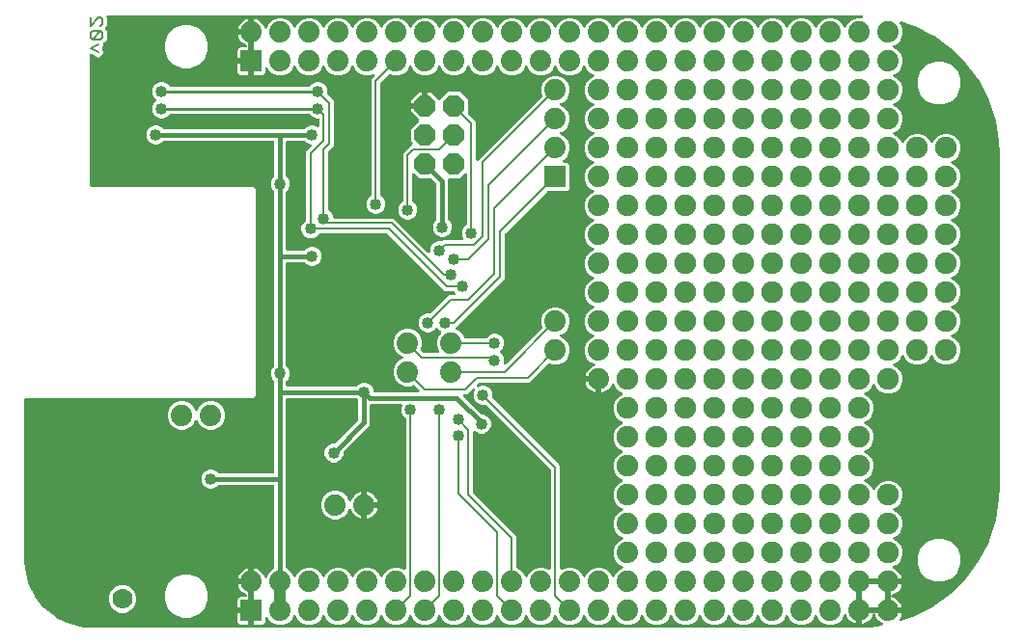
<source format=gbr>
G04 EAGLE Gerber RS-274X export*
G75*
%MOMM*%
%FSLAX34Y34*%
%LPD*%
%INBottom Copper*%
%IPPOS*%
%AMOC8*
5,1,8,0,0,1.08239X$1,22.5*%
G01*
%ADD10C,0.203200*%
%ADD11R,1.879600X1.879600*%
%ADD12C,1.879600*%
%ADD13P,2.034460X8X112.500000*%
%ADD14C,1.016000*%
%ADD15C,1.778000*%
%ADD16C,0.254000*%
%ADD17C,1.016000*%
%ADD18C,0.406400*%
%ADD19C,1.905000*%

G36*
X736614Y4067D02*
X736614Y4067D01*
X736650Y4066D01*
X746196Y4441D01*
X746205Y4442D01*
X746344Y4455D01*
X756219Y6019D01*
X756296Y6042D01*
X756374Y6054D01*
X756448Y6086D01*
X756524Y6108D01*
X756593Y6149D01*
X756666Y6180D01*
X756729Y6229D01*
X756798Y6270D01*
X756855Y6326D01*
X756918Y6375D01*
X756967Y6438D01*
X757023Y6495D01*
X757064Y6563D01*
X757113Y6626D01*
X757144Y6700D01*
X757185Y6768D01*
X757207Y6845D01*
X757239Y6918D01*
X757252Y6997D01*
X757274Y7074D01*
X757277Y7154D01*
X757289Y7232D01*
X757282Y7312D01*
X757284Y7392D01*
X757267Y7469D01*
X757259Y7549D01*
X757232Y7624D01*
X757215Y7702D01*
X757179Y7773D01*
X757152Y7848D01*
X757107Y7914D01*
X757071Y7986D01*
X757018Y8045D01*
X756974Y8111D01*
X756914Y8164D01*
X756861Y8224D01*
X756795Y8269D01*
X756735Y8322D01*
X756599Y8402D01*
X756598Y8403D01*
X756597Y8404D01*
X755743Y8839D01*
X754222Y9944D01*
X752894Y11272D01*
X751789Y12793D01*
X750936Y14467D01*
X750507Y15787D01*
X750473Y15859D01*
X750449Y15935D01*
X750406Y16002D01*
X750372Y16075D01*
X750321Y16136D01*
X750278Y16203D01*
X750220Y16258D01*
X750169Y16320D01*
X750105Y16367D01*
X750047Y16421D01*
X749976Y16460D01*
X749912Y16507D01*
X749902Y16511D01*
X760730Y16511D01*
X760848Y16526D01*
X760967Y16533D01*
X761005Y16546D01*
X761045Y16551D01*
X761156Y16594D01*
X761269Y16631D01*
X761303Y16653D01*
X761341Y16668D01*
X761437Y16738D01*
X761538Y16801D01*
X761566Y16831D01*
X761598Y16854D01*
X761674Y16946D01*
X761756Y17033D01*
X761775Y17068D01*
X761801Y17099D01*
X761852Y17207D01*
X761909Y17311D01*
X761920Y17351D01*
X761937Y17387D01*
X761959Y17504D01*
X761989Y17619D01*
X761993Y17680D01*
X761997Y17700D01*
X761995Y17720D01*
X761999Y17780D01*
X761999Y19051D01*
X762001Y19051D01*
X762001Y17780D01*
X762016Y17662D01*
X762023Y17543D01*
X762036Y17505D01*
X762041Y17464D01*
X762085Y17354D01*
X762121Y17241D01*
X762143Y17206D01*
X762158Y17169D01*
X762228Y17073D01*
X762291Y16972D01*
X762321Y16944D01*
X762345Y16911D01*
X762436Y16836D01*
X762523Y16754D01*
X762558Y16734D01*
X762590Y16709D01*
X762697Y16658D01*
X762802Y16600D01*
X762841Y16590D01*
X762877Y16573D01*
X762994Y16551D01*
X763109Y16521D01*
X763170Y16517D01*
X763190Y16513D01*
X763210Y16515D01*
X763270Y16511D01*
X773685Y16511D01*
X773645Y16254D01*
X773064Y14467D01*
X772211Y12793D01*
X771569Y11909D01*
X771530Y11839D01*
X771484Y11775D01*
X771454Y11700D01*
X771416Y11630D01*
X771396Y11553D01*
X771366Y11479D01*
X771356Y11400D01*
X771336Y11322D01*
X771336Y11242D01*
X771326Y11163D01*
X771336Y11084D01*
X771336Y11004D01*
X771356Y10927D01*
X771366Y10848D01*
X771395Y10773D01*
X771415Y10696D01*
X771454Y10626D01*
X771483Y10552D01*
X771530Y10487D01*
X771568Y10417D01*
X771623Y10359D01*
X771670Y10295D01*
X771731Y10244D01*
X771786Y10185D01*
X771853Y10143D01*
X771914Y10092D01*
X771987Y10058D01*
X772054Y10015D01*
X772130Y9990D01*
X772202Y9956D01*
X772281Y9941D01*
X772357Y9916D01*
X772436Y9911D01*
X772514Y9896D01*
X772594Y9901D01*
X772674Y9896D01*
X772752Y9911D01*
X772832Y9916D01*
X772985Y9955D01*
X772987Y9955D01*
X772988Y9956D01*
X783552Y13388D01*
X783569Y13396D01*
X783588Y13401D01*
X783736Y13464D01*
X800747Y22132D01*
X800762Y22143D01*
X800780Y22150D01*
X800916Y22236D01*
X816362Y33458D01*
X816376Y33471D01*
X816392Y33481D01*
X816513Y33587D01*
X830013Y47087D01*
X830025Y47102D01*
X830040Y47114D01*
X830142Y47238D01*
X841364Y62684D01*
X841373Y62701D01*
X841386Y62715D01*
X841468Y62853D01*
X850136Y79864D01*
X850142Y79882D01*
X850152Y79899D01*
X850212Y80048D01*
X856111Y98205D01*
X856115Y98224D01*
X856123Y98242D01*
X856158Y98399D01*
X859145Y117256D01*
X859145Y117265D01*
X859159Y117404D01*
X859534Y126950D01*
X859533Y126965D01*
X859535Y127000D01*
X859535Y421020D01*
X859533Y421034D01*
X859534Y421069D01*
X859165Y430465D01*
X859164Y430474D01*
X859151Y430613D01*
X856211Y449172D01*
X856206Y449191D01*
X856204Y449210D01*
X856165Y449366D01*
X850358Y467237D01*
X850350Y467254D01*
X850346Y467273D01*
X850282Y467421D01*
X841751Y484163D01*
X841740Y484179D01*
X841733Y484197D01*
X841647Y484333D01*
X830602Y499535D01*
X830589Y499549D01*
X830579Y499565D01*
X830473Y499686D01*
X817186Y512973D01*
X817171Y512985D01*
X817159Y513000D01*
X817035Y513102D01*
X801833Y524147D01*
X801816Y524156D01*
X801802Y524169D01*
X801663Y524251D01*
X784921Y532782D01*
X784903Y532788D01*
X784886Y532799D01*
X784737Y532858D01*
X773556Y536491D01*
X773536Y536495D01*
X773518Y536503D01*
X773380Y536524D01*
X773243Y536551D01*
X773223Y536549D01*
X773204Y536552D01*
X773065Y536539D01*
X772926Y536531D01*
X772907Y536524D01*
X772887Y536523D01*
X772756Y536476D01*
X772623Y536432D01*
X772607Y536422D01*
X772588Y536415D01*
X772472Y536337D01*
X772355Y536262D01*
X772341Y536248D01*
X772325Y536236D01*
X772232Y536131D01*
X772137Y536030D01*
X772127Y536013D01*
X772114Y535998D01*
X772051Y535873D01*
X771984Y535752D01*
X771979Y535733D01*
X771970Y535715D01*
X771939Y535579D01*
X771904Y535444D01*
X771904Y535424D01*
X771900Y535404D01*
X771904Y535265D01*
X771904Y535126D01*
X771909Y535106D01*
X771910Y535087D01*
X771948Y534953D01*
X771983Y534818D01*
X771993Y534800D01*
X771998Y534781D01*
X772069Y534661D01*
X772136Y534539D01*
X772149Y534524D01*
X772160Y534507D01*
X772266Y534386D01*
X772552Y534100D01*
X774447Y529526D01*
X774447Y524574D01*
X772552Y520000D01*
X769050Y516498D01*
X766695Y515523D01*
X766575Y515454D01*
X766452Y515389D01*
X766437Y515375D01*
X766419Y515365D01*
X766319Y515268D01*
X766216Y515175D01*
X766205Y515158D01*
X766191Y515144D01*
X766118Y515025D01*
X766042Y514909D01*
X766035Y514890D01*
X766024Y514873D01*
X765983Y514740D01*
X765938Y514608D01*
X765937Y514588D01*
X765931Y514569D01*
X765924Y514430D01*
X765913Y514291D01*
X765917Y514271D01*
X765916Y514251D01*
X765944Y514115D01*
X765968Y513978D01*
X765976Y513959D01*
X765980Y513940D01*
X766041Y513814D01*
X766098Y513688D01*
X766111Y513672D01*
X766120Y513654D01*
X766210Y513548D01*
X766297Y513440D01*
X766313Y513427D01*
X766326Y513412D01*
X766440Y513332D01*
X766551Y513248D01*
X766576Y513236D01*
X766586Y513229D01*
X766605Y513222D01*
X766695Y513177D01*
X769051Y512202D01*
X772552Y508700D01*
X774447Y504126D01*
X774447Y499174D01*
X772552Y494600D01*
X769050Y491098D01*
X766861Y490191D01*
X766740Y490122D01*
X766618Y490057D01*
X766603Y490044D01*
X766585Y490034D01*
X766485Y489937D01*
X766382Y489844D01*
X766371Y489827D01*
X766357Y489813D01*
X766284Y489694D01*
X766208Y489578D01*
X766201Y489559D01*
X766190Y489541D01*
X766150Y489409D01*
X766104Y489277D01*
X766103Y489257D01*
X766097Y489237D01*
X766090Y489099D01*
X766079Y488960D01*
X766083Y488940D01*
X766082Y488920D01*
X766110Y488783D01*
X766133Y488647D01*
X766142Y488628D01*
X766146Y488608D01*
X766207Y488483D01*
X766264Y488357D01*
X766277Y488341D01*
X766286Y488323D01*
X766376Y488217D01*
X766463Y488108D01*
X766479Y488096D01*
X766492Y488081D01*
X766606Y488001D01*
X766717Y487917D01*
X766742Y487905D01*
X766752Y487898D01*
X766771Y487890D01*
X766861Y487846D01*
X769122Y486910D01*
X772660Y483372D01*
X774574Y478751D01*
X774574Y473749D01*
X772660Y469128D01*
X769122Y465590D01*
X767027Y464723D01*
X766907Y464654D01*
X766784Y464589D01*
X766769Y464575D01*
X766751Y464565D01*
X766651Y464468D01*
X766548Y464375D01*
X766537Y464358D01*
X766523Y464344D01*
X766450Y464226D01*
X766373Y464109D01*
X766367Y464090D01*
X766356Y464073D01*
X766315Y463940D01*
X766270Y463808D01*
X766269Y463788D01*
X766263Y463769D01*
X766256Y463630D01*
X766245Y463491D01*
X766248Y463471D01*
X766248Y463451D01*
X766276Y463315D01*
X766299Y463178D01*
X766308Y463159D01*
X766312Y463140D01*
X766373Y463015D01*
X766430Y462888D01*
X766443Y462872D01*
X766452Y462854D01*
X766542Y462748D01*
X766629Y462640D01*
X766645Y462627D01*
X766658Y462612D01*
X766772Y462532D01*
X766883Y462448D01*
X766908Y462436D01*
X766918Y462429D01*
X766937Y462422D01*
X767027Y462377D01*
X769122Y461510D01*
X772660Y457972D01*
X774574Y453351D01*
X774574Y448349D01*
X772660Y443728D01*
X769122Y440190D01*
X767027Y439323D01*
X766947Y439277D01*
X766906Y439261D01*
X766870Y439234D01*
X766784Y439189D01*
X766769Y439175D01*
X766751Y439165D01*
X766681Y439097D01*
X766649Y439074D01*
X766623Y439043D01*
X766548Y438975D01*
X766537Y438958D01*
X766523Y438944D01*
X766470Y438858D01*
X766446Y438829D01*
X766430Y438795D01*
X766373Y438709D01*
X766367Y438690D01*
X766356Y438673D01*
X766326Y438575D01*
X766310Y438541D01*
X766303Y438505D01*
X766270Y438408D01*
X766269Y438388D01*
X766263Y438369D01*
X766258Y438267D01*
X766250Y438229D01*
X766253Y438190D01*
X766245Y438091D01*
X766249Y438071D01*
X766248Y438051D01*
X766268Y437954D01*
X766270Y437911D01*
X766283Y437871D01*
X766299Y437778D01*
X766308Y437759D01*
X766312Y437740D01*
X766353Y437654D01*
X766368Y437609D01*
X766394Y437569D01*
X766430Y437488D01*
X766443Y437472D01*
X766452Y437454D01*
X766509Y437387D01*
X766538Y437340D01*
X766578Y437303D01*
X766629Y437240D01*
X766645Y437227D01*
X766658Y437212D01*
X766724Y437165D01*
X766770Y437122D01*
X766824Y437092D01*
X766883Y437048D01*
X766908Y437036D01*
X766918Y437029D01*
X766937Y437022D01*
X767027Y436977D01*
X769122Y436110D01*
X772659Y432572D01*
X773527Y430477D01*
X773596Y430356D01*
X773661Y430234D01*
X773675Y430219D01*
X773685Y430201D01*
X773782Y430101D01*
X773875Y429998D01*
X773892Y429987D01*
X773906Y429973D01*
X774024Y429900D01*
X774141Y429823D01*
X774160Y429817D01*
X774177Y429806D01*
X774310Y429765D01*
X774442Y429720D01*
X774462Y429719D01*
X774481Y429713D01*
X774620Y429706D01*
X774759Y429695D01*
X774779Y429698D01*
X774799Y429697D01*
X774935Y429726D01*
X775072Y429749D01*
X775091Y429758D01*
X775110Y429762D01*
X775235Y429823D01*
X775362Y429880D01*
X775378Y429893D01*
X775396Y429902D01*
X775502Y429992D01*
X775610Y430079D01*
X775623Y430095D01*
X775638Y430108D01*
X775718Y430221D01*
X775802Y430333D01*
X775814Y430358D01*
X775821Y430368D01*
X775828Y430387D01*
X775873Y430477D01*
X776740Y432572D01*
X780278Y436110D01*
X784899Y438024D01*
X789901Y438024D01*
X794522Y436110D01*
X798060Y432572D01*
X798927Y430477D01*
X798996Y430357D01*
X799061Y430234D01*
X799075Y430219D01*
X799085Y430201D01*
X799182Y430101D01*
X799275Y429998D01*
X799292Y429987D01*
X799306Y429973D01*
X799424Y429900D01*
X799541Y429823D01*
X799560Y429817D01*
X799577Y429806D01*
X799710Y429765D01*
X799842Y429720D01*
X799862Y429719D01*
X799881Y429713D01*
X800020Y429706D01*
X800159Y429695D01*
X800179Y429698D01*
X800199Y429698D01*
X800335Y429726D01*
X800472Y429749D01*
X800491Y429758D01*
X800510Y429762D01*
X800635Y429823D01*
X800762Y429880D01*
X800778Y429893D01*
X800796Y429902D01*
X800902Y429992D01*
X801010Y430079D01*
X801023Y430095D01*
X801038Y430108D01*
X801118Y430222D01*
X801202Y430333D01*
X801214Y430358D01*
X801221Y430368D01*
X801228Y430387D01*
X801273Y430477D01*
X802140Y432572D01*
X805678Y436110D01*
X810299Y438024D01*
X815301Y438024D01*
X819922Y436110D01*
X823460Y432572D01*
X825374Y427951D01*
X825374Y422949D01*
X823460Y418328D01*
X819922Y414790D01*
X817827Y413923D01*
X817770Y413890D01*
X817734Y413876D01*
X817696Y413848D01*
X817584Y413789D01*
X817569Y413775D01*
X817551Y413765D01*
X817451Y413668D01*
X817348Y413575D01*
X817337Y413558D01*
X817323Y413544D01*
X817250Y413426D01*
X817173Y413309D01*
X817167Y413290D01*
X817156Y413273D01*
X817115Y413140D01*
X817070Y413008D01*
X817069Y412988D01*
X817063Y412969D01*
X817056Y412830D01*
X817045Y412691D01*
X817048Y412671D01*
X817048Y412651D01*
X817076Y412515D01*
X817099Y412378D01*
X817108Y412359D01*
X817112Y412340D01*
X817173Y412215D01*
X817230Y412088D01*
X817243Y412072D01*
X817252Y412054D01*
X817342Y411948D01*
X817429Y411840D01*
X817445Y411827D01*
X817458Y411812D01*
X817572Y411732D01*
X817683Y411648D01*
X817708Y411636D01*
X817718Y411629D01*
X817737Y411622D01*
X817827Y411577D01*
X819922Y410710D01*
X823460Y407172D01*
X825374Y402551D01*
X825374Y397549D01*
X823460Y392928D01*
X819922Y389390D01*
X817827Y388523D01*
X817774Y388492D01*
X817770Y388491D01*
X817766Y388487D01*
X817707Y388454D01*
X817584Y388389D01*
X817569Y388375D01*
X817551Y388365D01*
X817451Y388268D01*
X817348Y388175D01*
X817337Y388158D01*
X817323Y388144D01*
X817250Y388025D01*
X817173Y387909D01*
X817167Y387890D01*
X817156Y387873D01*
X817115Y387740D01*
X817070Y387608D01*
X817069Y387588D01*
X817063Y387569D01*
X817056Y387430D01*
X817045Y387291D01*
X817049Y387271D01*
X817048Y387251D01*
X817076Y387115D01*
X817099Y386978D01*
X817108Y386959D01*
X817112Y386940D01*
X817173Y386814D01*
X817230Y386688D01*
X817243Y386672D01*
X817252Y386654D01*
X817342Y386548D01*
X817429Y386440D01*
X817445Y386427D01*
X817458Y386412D01*
X817572Y386332D01*
X817683Y386248D01*
X817708Y386236D01*
X817718Y386229D01*
X817737Y386222D01*
X817827Y386177D01*
X819922Y385310D01*
X823460Y381772D01*
X825374Y377151D01*
X825374Y372149D01*
X823460Y367528D01*
X819922Y363990D01*
X817827Y363123D01*
X817707Y363054D01*
X817584Y362989D01*
X817569Y362975D01*
X817551Y362965D01*
X817451Y362868D01*
X817348Y362775D01*
X817337Y362758D01*
X817323Y362744D01*
X817250Y362625D01*
X817173Y362509D01*
X817167Y362490D01*
X817156Y362473D01*
X817115Y362340D01*
X817070Y362208D01*
X817069Y362188D01*
X817063Y362169D01*
X817056Y362030D01*
X817045Y361891D01*
X817049Y361871D01*
X817048Y361851D01*
X817076Y361715D01*
X817099Y361578D01*
X817108Y361559D01*
X817112Y361540D01*
X817173Y361414D01*
X817230Y361288D01*
X817243Y361272D01*
X817252Y361254D01*
X817342Y361148D01*
X817429Y361040D01*
X817445Y361027D01*
X817458Y361012D01*
X817572Y360932D01*
X817683Y360848D01*
X817708Y360836D01*
X817718Y360829D01*
X817737Y360822D01*
X817827Y360777D01*
X819922Y359910D01*
X823460Y356372D01*
X825374Y351751D01*
X825374Y346749D01*
X823460Y342128D01*
X819922Y338590D01*
X817827Y337723D01*
X817707Y337654D01*
X817584Y337589D01*
X817569Y337575D01*
X817551Y337565D01*
X817451Y337468D01*
X817348Y337375D01*
X817337Y337358D01*
X817323Y337344D01*
X817250Y337226D01*
X817173Y337109D01*
X817167Y337090D01*
X817156Y337073D01*
X817115Y336940D01*
X817070Y336808D01*
X817069Y336788D01*
X817063Y336769D01*
X817056Y336630D01*
X817045Y336491D01*
X817048Y336471D01*
X817048Y336451D01*
X817076Y336315D01*
X817099Y336178D01*
X817108Y336159D01*
X817112Y336140D01*
X817173Y336015D01*
X817230Y335888D01*
X817243Y335872D01*
X817252Y335854D01*
X817342Y335748D01*
X817429Y335640D01*
X817445Y335627D01*
X817458Y335612D01*
X817572Y335532D01*
X817683Y335448D01*
X817708Y335436D01*
X817718Y335429D01*
X817737Y335422D01*
X817827Y335377D01*
X819922Y334510D01*
X823460Y330972D01*
X825374Y326351D01*
X825374Y321349D01*
X823460Y316728D01*
X819922Y313190D01*
X817827Y312323D01*
X817707Y312254D01*
X817584Y312189D01*
X817569Y312175D01*
X817551Y312165D01*
X817451Y312068D01*
X817348Y311975D01*
X817337Y311958D01*
X817323Y311944D01*
X817250Y311826D01*
X817173Y311709D01*
X817167Y311690D01*
X817156Y311673D01*
X817115Y311540D01*
X817070Y311408D01*
X817069Y311388D01*
X817063Y311369D01*
X817056Y311230D01*
X817045Y311091D01*
X817048Y311071D01*
X817048Y311051D01*
X817076Y310915D01*
X817099Y310778D01*
X817108Y310759D01*
X817112Y310740D01*
X817173Y310615D01*
X817230Y310488D01*
X817243Y310472D01*
X817252Y310454D01*
X817342Y310348D01*
X817429Y310240D01*
X817445Y310227D01*
X817458Y310212D01*
X817572Y310132D01*
X817683Y310048D01*
X817708Y310036D01*
X817718Y310029D01*
X817737Y310022D01*
X817827Y309977D01*
X819922Y309110D01*
X823460Y305572D01*
X825374Y300951D01*
X825374Y295949D01*
X823460Y291328D01*
X819922Y287790D01*
X817827Y286923D01*
X817707Y286854D01*
X817584Y286789D01*
X817569Y286775D01*
X817551Y286765D01*
X817451Y286668D01*
X817348Y286575D01*
X817337Y286558D01*
X817323Y286544D01*
X817250Y286425D01*
X817173Y286309D01*
X817167Y286290D01*
X817156Y286273D01*
X817115Y286140D01*
X817070Y286008D01*
X817069Y285988D01*
X817063Y285969D01*
X817056Y285830D01*
X817045Y285691D01*
X817049Y285671D01*
X817048Y285651D01*
X817076Y285515D01*
X817099Y285378D01*
X817108Y285359D01*
X817112Y285340D01*
X817173Y285214D01*
X817230Y285088D01*
X817243Y285072D01*
X817252Y285054D01*
X817342Y284948D01*
X817429Y284840D01*
X817445Y284827D01*
X817458Y284812D01*
X817572Y284732D01*
X817683Y284648D01*
X817708Y284636D01*
X817718Y284629D01*
X817737Y284622D01*
X817827Y284577D01*
X819922Y283710D01*
X823460Y280172D01*
X825374Y275551D01*
X825374Y270549D01*
X823460Y265928D01*
X819922Y262390D01*
X817827Y261523D01*
X817707Y261454D01*
X817584Y261389D01*
X817569Y261375D01*
X817551Y261365D01*
X817451Y261268D01*
X817348Y261175D01*
X817337Y261158D01*
X817323Y261144D01*
X817250Y261026D01*
X817173Y260909D01*
X817167Y260890D01*
X817156Y260873D01*
X817115Y260740D01*
X817070Y260608D01*
X817069Y260588D01*
X817063Y260569D01*
X817056Y260430D01*
X817045Y260291D01*
X817048Y260271D01*
X817048Y260251D01*
X817076Y260115D01*
X817099Y259978D01*
X817108Y259959D01*
X817112Y259940D01*
X817173Y259815D01*
X817230Y259688D01*
X817243Y259672D01*
X817252Y259654D01*
X817342Y259548D01*
X817429Y259440D01*
X817445Y259427D01*
X817458Y259412D01*
X817572Y259332D01*
X817683Y259248D01*
X817708Y259236D01*
X817718Y259229D01*
X817737Y259222D01*
X817827Y259177D01*
X819922Y258310D01*
X823460Y254772D01*
X825374Y250151D01*
X825374Y245149D01*
X823460Y240528D01*
X819922Y236990D01*
X815301Y235076D01*
X810299Y235076D01*
X805678Y236990D01*
X802140Y240528D01*
X801273Y242623D01*
X801204Y242743D01*
X801139Y242866D01*
X801125Y242881D01*
X801115Y242899D01*
X801018Y242999D01*
X800925Y243102D01*
X800908Y243113D01*
X800894Y243127D01*
X800775Y243200D01*
X800659Y243277D01*
X800640Y243283D01*
X800623Y243294D01*
X800490Y243335D01*
X800358Y243380D01*
X800338Y243381D01*
X800319Y243387D01*
X800180Y243394D01*
X800041Y243405D01*
X800021Y243401D01*
X800001Y243402D01*
X799865Y243374D01*
X799728Y243351D01*
X799709Y243342D01*
X799690Y243338D01*
X799564Y243277D01*
X799438Y243220D01*
X799422Y243207D01*
X799404Y243198D01*
X799298Y243108D01*
X799190Y243021D01*
X799177Y243005D01*
X799162Y242992D01*
X799082Y242878D01*
X798998Y242767D01*
X798986Y242742D01*
X798979Y242732D01*
X798972Y242713D01*
X798927Y242623D01*
X798060Y240528D01*
X794522Y236990D01*
X789901Y235076D01*
X784899Y235076D01*
X780278Y236990D01*
X776740Y240528D01*
X775873Y242623D01*
X775804Y242743D01*
X775739Y242866D01*
X775725Y242881D01*
X775715Y242899D01*
X775618Y242999D01*
X775525Y243102D01*
X775508Y243113D01*
X775494Y243127D01*
X775375Y243200D01*
X775259Y243277D01*
X775240Y243283D01*
X775223Y243294D01*
X775090Y243335D01*
X774958Y243380D01*
X774938Y243381D01*
X774919Y243387D01*
X774780Y243394D01*
X774641Y243405D01*
X774621Y243401D01*
X774601Y243402D01*
X774465Y243374D01*
X774328Y243351D01*
X774309Y243342D01*
X774290Y243338D01*
X774164Y243277D01*
X774038Y243220D01*
X774022Y243207D01*
X774004Y243198D01*
X773898Y243108D01*
X773790Y243021D01*
X773777Y243005D01*
X773762Y242992D01*
X773682Y242878D01*
X773598Y242767D01*
X773586Y242742D01*
X773579Y242732D01*
X773572Y242713D01*
X773527Y242623D01*
X772660Y240528D01*
X769122Y236990D01*
X767027Y236123D01*
X766907Y236054D01*
X766784Y235989D01*
X766769Y235975D01*
X766751Y235965D01*
X766651Y235868D01*
X766548Y235775D01*
X766537Y235758D01*
X766523Y235744D01*
X766450Y235626D01*
X766373Y235509D01*
X766367Y235490D01*
X766356Y235473D01*
X766315Y235340D01*
X766270Y235208D01*
X766269Y235188D01*
X766263Y235169D01*
X766256Y235030D01*
X766245Y234891D01*
X766248Y234871D01*
X766248Y234851D01*
X766276Y234715D01*
X766299Y234578D01*
X766308Y234559D01*
X766312Y234540D01*
X766373Y234415D01*
X766430Y234288D01*
X766443Y234272D01*
X766452Y234254D01*
X766542Y234148D01*
X766629Y234040D01*
X766645Y234027D01*
X766658Y234012D01*
X766772Y233932D01*
X766883Y233848D01*
X766908Y233836D01*
X766918Y233829D01*
X766937Y233822D01*
X767027Y233777D01*
X769122Y232910D01*
X772660Y229372D01*
X774574Y224751D01*
X774574Y219749D01*
X772660Y215128D01*
X769122Y211590D01*
X764501Y209676D01*
X759499Y209676D01*
X754878Y211590D01*
X751340Y215128D01*
X750473Y217223D01*
X750404Y217343D01*
X750339Y217466D01*
X750325Y217481D01*
X750315Y217499D01*
X750218Y217599D01*
X750125Y217702D01*
X750108Y217713D01*
X750094Y217727D01*
X749975Y217800D01*
X749859Y217877D01*
X749840Y217883D01*
X749823Y217894D01*
X749690Y217935D01*
X749558Y217980D01*
X749538Y217981D01*
X749519Y217987D01*
X749380Y217994D01*
X749241Y218005D01*
X749221Y218001D01*
X749201Y218002D01*
X749065Y217974D01*
X748928Y217951D01*
X748909Y217942D01*
X748890Y217938D01*
X748764Y217877D01*
X748638Y217820D01*
X748622Y217807D01*
X748604Y217798D01*
X748498Y217708D01*
X748390Y217621D01*
X748377Y217605D01*
X748362Y217592D01*
X748282Y217478D01*
X748198Y217367D01*
X748186Y217342D01*
X748179Y217332D01*
X748172Y217313D01*
X748127Y217223D01*
X747260Y215128D01*
X743722Y211590D01*
X741627Y210723D01*
X741507Y210654D01*
X741384Y210589D01*
X741369Y210575D01*
X741351Y210565D01*
X741251Y210468D01*
X741148Y210375D01*
X741137Y210358D01*
X741123Y210344D01*
X741050Y210225D01*
X740973Y210109D01*
X740967Y210090D01*
X740956Y210073D01*
X740915Y209940D01*
X740870Y209808D01*
X740869Y209788D01*
X740863Y209769D01*
X740856Y209630D01*
X740845Y209491D01*
X740849Y209471D01*
X740848Y209451D01*
X740876Y209315D01*
X740899Y209178D01*
X740908Y209159D01*
X740912Y209140D01*
X740973Y209014D01*
X741030Y208888D01*
X741043Y208872D01*
X741052Y208854D01*
X741142Y208748D01*
X741229Y208640D01*
X741245Y208627D01*
X741258Y208612D01*
X741372Y208532D01*
X741483Y208448D01*
X741508Y208436D01*
X741518Y208429D01*
X741537Y208422D01*
X741627Y208377D01*
X743722Y207510D01*
X747260Y203972D01*
X749174Y199351D01*
X749174Y194349D01*
X747260Y189728D01*
X743722Y186191D01*
X741627Y185323D01*
X741506Y185254D01*
X741384Y185189D01*
X741369Y185175D01*
X741351Y185165D01*
X741251Y185068D01*
X741148Y184975D01*
X741137Y184958D01*
X741123Y184944D01*
X741050Y184826D01*
X740973Y184709D01*
X740967Y184690D01*
X740956Y184673D01*
X740915Y184540D01*
X740870Y184408D01*
X740869Y184388D01*
X740863Y184369D01*
X740856Y184230D01*
X740845Y184091D01*
X740848Y184071D01*
X740847Y184051D01*
X740876Y183915D01*
X740899Y183778D01*
X740908Y183759D01*
X740912Y183740D01*
X740973Y183615D01*
X741030Y183488D01*
X741043Y183472D01*
X741052Y183454D01*
X741142Y183348D01*
X741229Y183240D01*
X741245Y183227D01*
X741258Y183212D01*
X741371Y183132D01*
X741483Y183048D01*
X741508Y183036D01*
X741518Y183029D01*
X741537Y183022D01*
X741627Y182977D01*
X743722Y182110D01*
X747260Y178572D01*
X749174Y173951D01*
X749174Y168949D01*
X747260Y164328D01*
X743722Y160790D01*
X741627Y159923D01*
X741507Y159854D01*
X741384Y159789D01*
X741369Y159775D01*
X741351Y159765D01*
X741251Y159668D01*
X741148Y159575D01*
X741137Y159558D01*
X741123Y159544D01*
X741050Y159426D01*
X740973Y159309D01*
X740967Y159290D01*
X740956Y159273D01*
X740915Y159140D01*
X740870Y159008D01*
X740869Y158988D01*
X740863Y158969D01*
X740856Y158830D01*
X740845Y158691D01*
X740848Y158671D01*
X740848Y158651D01*
X740876Y158515D01*
X740899Y158378D01*
X740908Y158359D01*
X740912Y158340D01*
X740973Y158215D01*
X741030Y158088D01*
X741043Y158072D01*
X741052Y158054D01*
X741142Y157948D01*
X741229Y157840D01*
X741245Y157827D01*
X741258Y157812D01*
X741372Y157732D01*
X741483Y157648D01*
X741508Y157636D01*
X741518Y157629D01*
X741537Y157622D01*
X741627Y157577D01*
X743722Y156710D01*
X747260Y153172D01*
X749174Y148551D01*
X749174Y143549D01*
X747260Y138928D01*
X743722Y135390D01*
X741627Y134523D01*
X741507Y134454D01*
X741384Y134389D01*
X741369Y134375D01*
X741351Y134365D01*
X741251Y134268D01*
X741148Y134175D01*
X741137Y134158D01*
X741123Y134144D01*
X741050Y134026D01*
X740973Y133909D01*
X740967Y133890D01*
X740956Y133873D01*
X740915Y133740D01*
X740870Y133608D01*
X740869Y133588D01*
X740863Y133569D01*
X740856Y133430D01*
X740845Y133291D01*
X740848Y133271D01*
X740848Y133251D01*
X740876Y133115D01*
X740899Y132978D01*
X740908Y132959D01*
X740912Y132940D01*
X740973Y132815D01*
X741030Y132688D01*
X741043Y132672D01*
X741052Y132654D01*
X741142Y132548D01*
X741229Y132440D01*
X741245Y132427D01*
X741258Y132412D01*
X741372Y132332D01*
X741483Y132248D01*
X741508Y132236D01*
X741518Y132229D01*
X741537Y132222D01*
X741627Y132177D01*
X743722Y131310D01*
X747260Y127772D01*
X748127Y125677D01*
X748196Y125556D01*
X748261Y125434D01*
X748275Y125419D01*
X748285Y125401D01*
X748382Y125301D01*
X748475Y125198D01*
X748492Y125187D01*
X748506Y125173D01*
X748624Y125100D01*
X748741Y125023D01*
X748760Y125017D01*
X748777Y125006D01*
X748910Y124965D01*
X749042Y124920D01*
X749062Y124919D01*
X749081Y124913D01*
X749220Y124906D01*
X749359Y124895D01*
X749379Y124898D01*
X749399Y124898D01*
X749535Y124926D01*
X749672Y124949D01*
X749691Y124958D01*
X749710Y124962D01*
X749835Y125023D01*
X749962Y125080D01*
X749978Y125093D01*
X749996Y125102D01*
X750102Y125192D01*
X750210Y125279D01*
X750223Y125295D01*
X750238Y125308D01*
X750318Y125422D01*
X750402Y125533D01*
X750414Y125558D01*
X750421Y125568D01*
X750428Y125587D01*
X750473Y125677D01*
X751340Y127772D01*
X754878Y131310D01*
X759499Y133224D01*
X764501Y133224D01*
X769122Y131310D01*
X772660Y127772D01*
X774574Y123151D01*
X774574Y118149D01*
X772660Y113528D01*
X769122Y109990D01*
X767027Y109123D01*
X766907Y109054D01*
X766784Y108989D01*
X766769Y108975D01*
X766751Y108965D01*
X766651Y108868D01*
X766548Y108775D01*
X766537Y108758D01*
X766523Y108744D01*
X766450Y108625D01*
X766373Y108509D01*
X766367Y108490D01*
X766356Y108473D01*
X766315Y108340D01*
X766270Y108208D01*
X766269Y108188D01*
X766263Y108169D01*
X766256Y108030D01*
X766245Y107891D01*
X766249Y107871D01*
X766248Y107851D01*
X766276Y107715D01*
X766299Y107578D01*
X766308Y107559D01*
X766312Y107540D01*
X766373Y107414D01*
X766430Y107288D01*
X766443Y107272D01*
X766452Y107254D01*
X766542Y107148D01*
X766629Y107040D01*
X766645Y107027D01*
X766658Y107012D01*
X766772Y106932D01*
X766883Y106848D01*
X766908Y106836D01*
X766918Y106829D01*
X766937Y106822D01*
X767027Y106777D01*
X769122Y105910D01*
X772660Y102372D01*
X774574Y97751D01*
X774574Y92749D01*
X772660Y88128D01*
X769122Y84591D01*
X767027Y83723D01*
X766906Y83654D01*
X766784Y83589D01*
X766769Y83575D01*
X766751Y83565D01*
X766651Y83468D01*
X766548Y83375D01*
X766537Y83358D01*
X766523Y83344D01*
X766450Y83226D01*
X766373Y83109D01*
X766367Y83090D01*
X766356Y83073D01*
X766315Y82940D01*
X766270Y82808D01*
X766269Y82788D01*
X766263Y82769D01*
X766256Y82630D01*
X766245Y82491D01*
X766248Y82471D01*
X766247Y82451D01*
X766276Y82315D01*
X766299Y82178D01*
X766308Y82159D01*
X766312Y82140D01*
X766373Y82015D01*
X766430Y81888D01*
X766443Y81872D01*
X766452Y81854D01*
X766542Y81748D01*
X766629Y81640D01*
X766645Y81627D01*
X766658Y81612D01*
X766771Y81532D01*
X766883Y81448D01*
X766908Y81436D01*
X766918Y81429D01*
X766937Y81422D01*
X767027Y81377D01*
X769122Y80510D01*
X772660Y76972D01*
X774574Y72351D01*
X774574Y67349D01*
X772660Y62728D01*
X769122Y59190D01*
X766211Y57984D01*
X766185Y57970D01*
X766156Y57960D01*
X766047Y57891D01*
X765934Y57827D01*
X765913Y57806D01*
X765888Y57790D01*
X765799Y57696D01*
X765706Y57606D01*
X765690Y57580D01*
X765670Y57558D01*
X765607Y57445D01*
X765540Y57334D01*
X765531Y57306D01*
X765516Y57280D01*
X765484Y57154D01*
X765446Y57031D01*
X765445Y57001D01*
X765437Y56972D01*
X765437Y56842D01*
X765431Y56713D01*
X765437Y56684D01*
X765437Y56654D01*
X765469Y56528D01*
X765495Y56401D01*
X765508Y56375D01*
X765516Y56346D01*
X765578Y56232D01*
X765635Y56116D01*
X765654Y56093D01*
X765669Y56067D01*
X765757Y55972D01*
X765841Y55874D01*
X765866Y55856D01*
X765886Y55835D01*
X765995Y55765D01*
X766101Y55691D01*
X766129Y55680D01*
X766154Y55664D01*
X766304Y55605D01*
X766583Y55514D01*
X768257Y54661D01*
X769778Y53556D01*
X771106Y52228D01*
X772211Y50707D01*
X773064Y49033D01*
X773645Y47246D01*
X773685Y46989D01*
X763270Y46989D01*
X763152Y46974D01*
X763033Y46967D01*
X762995Y46954D01*
X762955Y46949D01*
X762844Y46906D01*
X762731Y46869D01*
X762697Y46847D01*
X762659Y46832D01*
X762563Y46762D01*
X762462Y46699D01*
X762434Y46669D01*
X762402Y46645D01*
X762326Y46554D01*
X762244Y46467D01*
X762225Y46432D01*
X762199Y46401D01*
X762148Y46293D01*
X762091Y46189D01*
X762080Y46149D01*
X762063Y46113D01*
X762041Y45996D01*
X762011Y45881D01*
X762007Y45820D01*
X762003Y45800D01*
X762005Y45780D01*
X762001Y45720D01*
X762001Y44449D01*
X761999Y44449D01*
X761999Y45720D01*
X761984Y45838D01*
X761977Y45957D01*
X761964Y45995D01*
X761959Y46035D01*
X761915Y46146D01*
X761879Y46259D01*
X761857Y46294D01*
X761842Y46331D01*
X761772Y46427D01*
X761709Y46528D01*
X761679Y46556D01*
X761655Y46589D01*
X761564Y46664D01*
X761477Y46746D01*
X761442Y46766D01*
X761410Y46791D01*
X761303Y46842D01*
X761198Y46900D01*
X761159Y46910D01*
X761123Y46927D01*
X761006Y46949D01*
X760891Y46979D01*
X760830Y46983D01*
X760810Y46987D01*
X760790Y46985D01*
X760730Y46989D01*
X737870Y46989D01*
X737752Y46974D01*
X737633Y46967D01*
X737595Y46954D01*
X737555Y46949D01*
X737444Y46906D01*
X737331Y46869D01*
X737297Y46847D01*
X737259Y46832D01*
X737163Y46762D01*
X737062Y46699D01*
X737034Y46669D01*
X737002Y46645D01*
X736926Y46554D01*
X736844Y46467D01*
X736825Y46432D01*
X736799Y46401D01*
X736748Y46293D01*
X736691Y46189D01*
X736680Y46149D01*
X736663Y46113D01*
X736641Y45996D01*
X736611Y45881D01*
X736607Y45820D01*
X736603Y45800D01*
X736605Y45780D01*
X736601Y45720D01*
X736601Y44449D01*
X735330Y44449D01*
X735212Y44434D01*
X735093Y44427D01*
X735055Y44414D01*
X735014Y44409D01*
X734904Y44365D01*
X734791Y44329D01*
X734756Y44307D01*
X734719Y44292D01*
X734623Y44222D01*
X734522Y44159D01*
X734494Y44129D01*
X734461Y44105D01*
X734386Y44014D01*
X734304Y43927D01*
X734284Y43892D01*
X734259Y43860D01*
X734208Y43753D01*
X734150Y43648D01*
X734140Y43609D01*
X734123Y43573D01*
X734101Y43456D01*
X734071Y43341D01*
X734067Y43280D01*
X734063Y43260D01*
X734065Y43240D01*
X734061Y43180D01*
X734061Y20320D01*
X734076Y20202D01*
X734083Y20083D01*
X734096Y20045D01*
X734101Y20005D01*
X734144Y19894D01*
X734181Y19781D01*
X734203Y19747D01*
X734218Y19709D01*
X734288Y19613D01*
X734351Y19512D01*
X734381Y19484D01*
X734404Y19452D01*
X734496Y19376D01*
X734583Y19294D01*
X734618Y19275D01*
X734649Y19249D01*
X734757Y19198D01*
X734861Y19141D01*
X734901Y19130D01*
X734937Y19113D01*
X735054Y19091D01*
X735169Y19061D01*
X735230Y19057D01*
X735250Y19053D01*
X735270Y19055D01*
X735330Y19051D01*
X736601Y19051D01*
X736601Y19049D01*
X735330Y19049D01*
X735212Y19034D01*
X735093Y19027D01*
X735055Y19014D01*
X735014Y19009D01*
X734904Y18965D01*
X734791Y18929D01*
X734756Y18907D01*
X734719Y18892D01*
X734623Y18822D01*
X734522Y18759D01*
X734494Y18729D01*
X734461Y18705D01*
X734386Y18614D01*
X734304Y18527D01*
X734284Y18492D01*
X734259Y18460D01*
X734208Y18353D01*
X734150Y18248D01*
X734140Y18209D01*
X734123Y18173D01*
X734101Y18056D01*
X734071Y17941D01*
X734067Y17880D01*
X734063Y17860D01*
X734065Y17840D01*
X734061Y17780D01*
X734061Y7365D01*
X733804Y7405D01*
X732017Y7986D01*
X730343Y8839D01*
X728822Y9944D01*
X727494Y11272D01*
X726389Y12793D01*
X725536Y14467D01*
X725385Y14932D01*
X725372Y14959D01*
X725365Y14988D01*
X725305Y15102D01*
X725250Y15220D01*
X725231Y15243D01*
X725217Y15269D01*
X725130Y15365D01*
X725047Y15465D01*
X725023Y15482D01*
X725003Y15504D01*
X724894Y15576D01*
X724790Y15652D01*
X724762Y15663D01*
X724737Y15679D01*
X724614Y15721D01*
X724494Y15769D01*
X724464Y15773D01*
X724436Y15782D01*
X724307Y15793D01*
X724179Y15809D01*
X724149Y15805D01*
X724119Y15808D01*
X723991Y15785D01*
X723863Y15769D01*
X723835Y15758D01*
X723806Y15753D01*
X723688Y15700D01*
X723567Y15652D01*
X723543Y15635D01*
X723516Y15623D01*
X723415Y15542D01*
X723310Y15466D01*
X723291Y15443D01*
X723267Y15424D01*
X723189Y15320D01*
X723107Y15221D01*
X723094Y15194D01*
X723076Y15170D01*
X723005Y15025D01*
X721752Y12000D01*
X718250Y8498D01*
X713676Y6603D01*
X708724Y6603D01*
X704150Y8498D01*
X700648Y12000D01*
X699673Y14355D01*
X699604Y14475D01*
X699539Y14598D01*
X699525Y14613D01*
X699515Y14631D01*
X699418Y14731D01*
X699325Y14834D01*
X699308Y14845D01*
X699294Y14859D01*
X699175Y14932D01*
X699059Y15008D01*
X699040Y15015D01*
X699023Y15026D01*
X698890Y15067D01*
X698758Y15112D01*
X698738Y15113D01*
X698719Y15119D01*
X698580Y15126D01*
X698441Y15137D01*
X698421Y15133D01*
X698401Y15134D01*
X698265Y15106D01*
X698128Y15082D01*
X698109Y15074D01*
X698090Y15070D01*
X697964Y15009D01*
X697838Y14952D01*
X697822Y14939D01*
X697804Y14930D01*
X697698Y14840D01*
X697590Y14753D01*
X697577Y14737D01*
X697562Y14724D01*
X697482Y14610D01*
X697398Y14499D01*
X697386Y14474D01*
X697379Y14464D01*
X697372Y14445D01*
X697327Y14355D01*
X696352Y11999D01*
X692850Y8498D01*
X688276Y6603D01*
X683324Y6603D01*
X678750Y8498D01*
X675248Y12000D01*
X674273Y14355D01*
X674204Y14475D01*
X674139Y14598D01*
X674125Y14613D01*
X674115Y14631D01*
X674018Y14731D01*
X673925Y14834D01*
X673908Y14845D01*
X673894Y14859D01*
X673775Y14932D01*
X673659Y15008D01*
X673640Y15015D01*
X673623Y15026D01*
X673490Y15067D01*
X673358Y15112D01*
X673338Y15113D01*
X673319Y15119D01*
X673180Y15126D01*
X673041Y15137D01*
X673021Y15133D01*
X673001Y15134D01*
X672865Y15106D01*
X672728Y15082D01*
X672709Y15074D01*
X672690Y15070D01*
X672564Y15009D01*
X672438Y14952D01*
X672422Y14939D01*
X672404Y14930D01*
X672298Y14840D01*
X672190Y14753D01*
X672177Y14737D01*
X672162Y14724D01*
X672082Y14610D01*
X671998Y14499D01*
X671986Y14474D01*
X671979Y14464D01*
X671972Y14445D01*
X671927Y14355D01*
X670952Y11999D01*
X667450Y8498D01*
X662876Y6603D01*
X657924Y6603D01*
X653350Y8498D01*
X649848Y12000D01*
X648873Y14355D01*
X648804Y14475D01*
X648739Y14598D01*
X648725Y14613D01*
X648715Y14631D01*
X648618Y14731D01*
X648525Y14834D01*
X648508Y14845D01*
X648494Y14859D01*
X648376Y14932D01*
X648259Y15008D01*
X648240Y15015D01*
X648223Y15026D01*
X648090Y15066D01*
X647958Y15112D01*
X647938Y15113D01*
X647919Y15119D01*
X647780Y15126D01*
X647641Y15137D01*
X647621Y15133D01*
X647601Y15134D01*
X647465Y15106D01*
X647328Y15082D01*
X647309Y15074D01*
X647290Y15070D01*
X647165Y15009D01*
X647038Y14952D01*
X647022Y14939D01*
X647004Y14930D01*
X646898Y14840D01*
X646790Y14753D01*
X646777Y14737D01*
X646762Y14724D01*
X646682Y14610D01*
X646598Y14499D01*
X646586Y14474D01*
X646579Y14464D01*
X646572Y14445D01*
X646527Y14355D01*
X645552Y12000D01*
X642050Y8498D01*
X637476Y6603D01*
X632524Y6603D01*
X627950Y8498D01*
X624448Y12000D01*
X623473Y14355D01*
X623404Y14475D01*
X623339Y14598D01*
X623325Y14613D01*
X623315Y14631D01*
X623218Y14731D01*
X623125Y14834D01*
X623108Y14845D01*
X623094Y14859D01*
X622975Y14932D01*
X622859Y15008D01*
X622840Y15015D01*
X622823Y15026D01*
X622690Y15066D01*
X622558Y15112D01*
X622538Y15113D01*
X622519Y15119D01*
X622380Y15126D01*
X622241Y15137D01*
X622221Y15133D01*
X622201Y15134D01*
X622065Y15106D01*
X621928Y15082D01*
X621909Y15074D01*
X621890Y15070D01*
X621764Y15009D01*
X621638Y14952D01*
X621622Y14939D01*
X621604Y14930D01*
X621498Y14840D01*
X621390Y14753D01*
X621377Y14737D01*
X621362Y14724D01*
X621282Y14610D01*
X621198Y14499D01*
X621186Y14474D01*
X621179Y14464D01*
X621172Y14445D01*
X621127Y14355D01*
X620152Y12000D01*
X616650Y8498D01*
X612076Y6603D01*
X607124Y6603D01*
X602550Y8498D01*
X599048Y12000D01*
X598073Y14355D01*
X598004Y14475D01*
X597939Y14598D01*
X597925Y14613D01*
X597915Y14631D01*
X597818Y14731D01*
X597725Y14834D01*
X597708Y14845D01*
X597694Y14859D01*
X597575Y14932D01*
X597459Y15008D01*
X597440Y15015D01*
X597423Y15026D01*
X597290Y15066D01*
X597158Y15112D01*
X597138Y15113D01*
X597119Y15119D01*
X596980Y15126D01*
X596841Y15137D01*
X596821Y15133D01*
X596801Y15134D01*
X596665Y15106D01*
X596528Y15082D01*
X596509Y15074D01*
X596490Y15070D01*
X596364Y15009D01*
X596238Y14952D01*
X596222Y14939D01*
X596204Y14930D01*
X596098Y14840D01*
X595990Y14753D01*
X595977Y14737D01*
X595962Y14724D01*
X595882Y14610D01*
X595798Y14499D01*
X595786Y14474D01*
X595779Y14464D01*
X595772Y14445D01*
X595727Y14355D01*
X594752Y12000D01*
X591250Y8498D01*
X586676Y6603D01*
X581724Y6603D01*
X577150Y8498D01*
X573648Y12000D01*
X572673Y14355D01*
X572604Y14475D01*
X572539Y14598D01*
X572525Y14613D01*
X572515Y14631D01*
X572418Y14731D01*
X572325Y14834D01*
X572308Y14845D01*
X572294Y14859D01*
X572175Y14932D01*
X572059Y15008D01*
X572040Y15015D01*
X572023Y15026D01*
X571890Y15066D01*
X571758Y15112D01*
X571738Y15113D01*
X571719Y15119D01*
X571580Y15126D01*
X571441Y15137D01*
X571421Y15133D01*
X571401Y15134D01*
X571265Y15106D01*
X571128Y15082D01*
X571109Y15074D01*
X571090Y15070D01*
X570964Y15009D01*
X570838Y14952D01*
X570822Y14939D01*
X570804Y14930D01*
X570698Y14840D01*
X570590Y14753D01*
X570577Y14737D01*
X570562Y14724D01*
X570482Y14610D01*
X570398Y14499D01*
X570386Y14474D01*
X570379Y14464D01*
X570372Y14445D01*
X570327Y14355D01*
X569352Y12000D01*
X565850Y8498D01*
X561276Y6603D01*
X556324Y6603D01*
X551750Y8498D01*
X548248Y12000D01*
X547273Y14355D01*
X547204Y14475D01*
X547139Y14598D01*
X547125Y14613D01*
X547115Y14631D01*
X547018Y14731D01*
X546925Y14834D01*
X546908Y14845D01*
X546894Y14859D01*
X546775Y14932D01*
X546659Y15008D01*
X546640Y15015D01*
X546623Y15026D01*
X546490Y15066D01*
X546358Y15112D01*
X546338Y15113D01*
X546319Y15119D01*
X546180Y15126D01*
X546041Y15137D01*
X546021Y15133D01*
X546001Y15134D01*
X545865Y15106D01*
X545728Y15082D01*
X545709Y15074D01*
X545690Y15070D01*
X545564Y15009D01*
X545438Y14952D01*
X545422Y14939D01*
X545404Y14930D01*
X545298Y14840D01*
X545190Y14753D01*
X545177Y14737D01*
X545162Y14724D01*
X545082Y14610D01*
X544998Y14499D01*
X544986Y14474D01*
X544979Y14464D01*
X544972Y14445D01*
X544927Y14355D01*
X543952Y12000D01*
X540450Y8498D01*
X535876Y6603D01*
X530924Y6603D01*
X526350Y8498D01*
X522848Y12000D01*
X521873Y14355D01*
X521804Y14475D01*
X521739Y14598D01*
X521725Y14613D01*
X521715Y14631D01*
X521618Y14731D01*
X521525Y14834D01*
X521508Y14845D01*
X521494Y14859D01*
X521375Y14932D01*
X521259Y15008D01*
X521240Y15015D01*
X521223Y15026D01*
X521090Y15066D01*
X520958Y15112D01*
X520938Y15113D01*
X520919Y15119D01*
X520780Y15126D01*
X520641Y15137D01*
X520621Y15133D01*
X520601Y15134D01*
X520465Y15106D01*
X520328Y15082D01*
X520309Y15074D01*
X520290Y15070D01*
X520164Y15009D01*
X520038Y14952D01*
X520022Y14939D01*
X520004Y14930D01*
X519898Y14840D01*
X519790Y14753D01*
X519777Y14737D01*
X519762Y14724D01*
X519682Y14610D01*
X519598Y14499D01*
X519586Y14474D01*
X519579Y14464D01*
X519572Y14445D01*
X519527Y14355D01*
X518552Y12000D01*
X515050Y8498D01*
X510476Y6603D01*
X505524Y6603D01*
X500950Y8498D01*
X497448Y12000D01*
X496473Y14355D01*
X496404Y14475D01*
X496339Y14598D01*
X496325Y14613D01*
X496315Y14631D01*
X496218Y14731D01*
X496125Y14834D01*
X496108Y14845D01*
X496094Y14859D01*
X495975Y14932D01*
X495859Y15008D01*
X495840Y15015D01*
X495823Y15026D01*
X495690Y15066D01*
X495558Y15112D01*
X495538Y15113D01*
X495519Y15119D01*
X495380Y15126D01*
X495241Y15137D01*
X495221Y15133D01*
X495201Y15134D01*
X495065Y15106D01*
X494928Y15082D01*
X494909Y15074D01*
X494890Y15070D01*
X494764Y15009D01*
X494638Y14952D01*
X494622Y14939D01*
X494604Y14930D01*
X494498Y14840D01*
X494390Y14753D01*
X494377Y14737D01*
X494362Y14724D01*
X494282Y14610D01*
X494198Y14499D01*
X494186Y14474D01*
X494179Y14464D01*
X494172Y14445D01*
X494127Y14355D01*
X493152Y12000D01*
X489650Y8498D01*
X485076Y6603D01*
X480124Y6603D01*
X475550Y8498D01*
X472048Y12000D01*
X471073Y14355D01*
X471004Y14475D01*
X470939Y14598D01*
X470925Y14613D01*
X470915Y14631D01*
X470818Y14731D01*
X470725Y14834D01*
X470708Y14845D01*
X470694Y14859D01*
X470575Y14932D01*
X470459Y15008D01*
X470440Y15015D01*
X470423Y15026D01*
X470290Y15066D01*
X470158Y15112D01*
X470138Y15113D01*
X470119Y15119D01*
X469980Y15126D01*
X469841Y15137D01*
X469821Y15133D01*
X469801Y15134D01*
X469665Y15106D01*
X469528Y15082D01*
X469509Y15074D01*
X469490Y15070D01*
X469364Y15009D01*
X469238Y14952D01*
X469222Y14939D01*
X469204Y14930D01*
X469098Y14840D01*
X468990Y14753D01*
X468977Y14737D01*
X468962Y14724D01*
X468882Y14610D01*
X468798Y14499D01*
X468786Y14474D01*
X468779Y14464D01*
X468772Y14445D01*
X468727Y14355D01*
X467752Y12000D01*
X464250Y8498D01*
X459676Y6603D01*
X454724Y6603D01*
X450150Y8498D01*
X446648Y12000D01*
X445673Y14355D01*
X445604Y14475D01*
X445539Y14598D01*
X445525Y14613D01*
X445515Y14631D01*
X445418Y14731D01*
X445325Y14834D01*
X445308Y14845D01*
X445294Y14859D01*
X445175Y14932D01*
X445059Y15008D01*
X445040Y15015D01*
X445023Y15026D01*
X444890Y15066D01*
X444758Y15112D01*
X444738Y15113D01*
X444719Y15119D01*
X444580Y15126D01*
X444441Y15137D01*
X444421Y15133D01*
X444401Y15134D01*
X444265Y15106D01*
X444128Y15082D01*
X444109Y15074D01*
X444090Y15070D01*
X443964Y15009D01*
X443838Y14952D01*
X443822Y14939D01*
X443804Y14930D01*
X443698Y14840D01*
X443590Y14753D01*
X443577Y14737D01*
X443562Y14724D01*
X443482Y14610D01*
X443398Y14499D01*
X443386Y14474D01*
X443379Y14464D01*
X443372Y14445D01*
X443327Y14355D01*
X442352Y12000D01*
X438850Y8498D01*
X434276Y6603D01*
X429324Y6603D01*
X424750Y8498D01*
X421248Y12000D01*
X420273Y14355D01*
X420204Y14475D01*
X420139Y14598D01*
X420125Y14613D01*
X420115Y14631D01*
X420018Y14731D01*
X419925Y14834D01*
X419908Y14845D01*
X419894Y14859D01*
X419775Y14932D01*
X419659Y15008D01*
X419640Y15015D01*
X419623Y15026D01*
X419490Y15066D01*
X419358Y15112D01*
X419338Y15113D01*
X419319Y15119D01*
X419180Y15126D01*
X419041Y15137D01*
X419021Y15133D01*
X419001Y15134D01*
X418865Y15106D01*
X418728Y15082D01*
X418709Y15074D01*
X418690Y15070D01*
X418564Y15009D01*
X418438Y14952D01*
X418422Y14939D01*
X418404Y14930D01*
X418298Y14840D01*
X418190Y14753D01*
X418177Y14737D01*
X418162Y14724D01*
X418082Y14610D01*
X417998Y14499D01*
X417986Y14474D01*
X417979Y14464D01*
X417972Y14445D01*
X417927Y14355D01*
X416952Y12000D01*
X413450Y8498D01*
X408876Y6603D01*
X403924Y6603D01*
X399350Y8498D01*
X395848Y12000D01*
X394873Y14355D01*
X394804Y14475D01*
X394739Y14598D01*
X394725Y14613D01*
X394715Y14631D01*
X394618Y14731D01*
X394525Y14834D01*
X394508Y14845D01*
X394494Y14859D01*
X394375Y14932D01*
X394259Y15008D01*
X394240Y15015D01*
X394223Y15026D01*
X394090Y15066D01*
X393958Y15112D01*
X393938Y15113D01*
X393919Y15119D01*
X393780Y15126D01*
X393641Y15137D01*
X393621Y15133D01*
X393601Y15134D01*
X393465Y15106D01*
X393328Y15082D01*
X393309Y15074D01*
X393290Y15070D01*
X393164Y15009D01*
X393038Y14952D01*
X393022Y14939D01*
X393004Y14930D01*
X392898Y14840D01*
X392790Y14753D01*
X392777Y14737D01*
X392762Y14724D01*
X392682Y14610D01*
X392598Y14499D01*
X392586Y14474D01*
X392579Y14464D01*
X392572Y14445D01*
X392527Y14355D01*
X391552Y12000D01*
X388050Y8498D01*
X383476Y6603D01*
X378524Y6603D01*
X373950Y8498D01*
X370448Y12000D01*
X369473Y14355D01*
X369404Y14475D01*
X369339Y14598D01*
X369325Y14613D01*
X369315Y14631D01*
X369218Y14731D01*
X369125Y14834D01*
X369108Y14845D01*
X369094Y14859D01*
X368975Y14932D01*
X368859Y15008D01*
X368840Y15015D01*
X368823Y15026D01*
X368690Y15066D01*
X368558Y15112D01*
X368538Y15113D01*
X368519Y15119D01*
X368380Y15126D01*
X368241Y15137D01*
X368221Y15133D01*
X368201Y15134D01*
X368065Y15106D01*
X367928Y15082D01*
X367909Y15074D01*
X367890Y15070D01*
X367764Y15009D01*
X367638Y14952D01*
X367622Y14939D01*
X367604Y14930D01*
X367498Y14840D01*
X367390Y14753D01*
X367377Y14737D01*
X367362Y14724D01*
X367282Y14610D01*
X367198Y14499D01*
X367186Y14474D01*
X367179Y14464D01*
X367172Y14445D01*
X367127Y14355D01*
X366152Y12000D01*
X362650Y8498D01*
X358076Y6603D01*
X353124Y6603D01*
X348550Y8498D01*
X345048Y12000D01*
X344073Y14355D01*
X344004Y14475D01*
X343939Y14598D01*
X343925Y14613D01*
X343915Y14631D01*
X343818Y14731D01*
X343725Y14834D01*
X343708Y14845D01*
X343694Y14859D01*
X343575Y14932D01*
X343459Y15008D01*
X343440Y15015D01*
X343423Y15026D01*
X343290Y15067D01*
X343158Y15112D01*
X343138Y15113D01*
X343119Y15119D01*
X342980Y15126D01*
X342841Y15137D01*
X342821Y15133D01*
X342801Y15134D01*
X342665Y15106D01*
X342528Y15082D01*
X342509Y15074D01*
X342490Y15070D01*
X342364Y15009D01*
X342238Y14952D01*
X342222Y14939D01*
X342204Y14930D01*
X342098Y14840D01*
X341990Y14753D01*
X341977Y14737D01*
X341962Y14724D01*
X341882Y14610D01*
X341798Y14499D01*
X341786Y14474D01*
X341779Y14464D01*
X341772Y14445D01*
X341727Y14355D01*
X340752Y11999D01*
X337250Y8498D01*
X332676Y6603D01*
X327724Y6603D01*
X323150Y8498D01*
X319648Y12000D01*
X318673Y14355D01*
X318604Y14475D01*
X318539Y14598D01*
X318525Y14613D01*
X318515Y14631D01*
X318418Y14731D01*
X318325Y14834D01*
X318308Y14845D01*
X318294Y14859D01*
X318175Y14932D01*
X318059Y15008D01*
X318040Y15015D01*
X318023Y15026D01*
X317890Y15067D01*
X317758Y15112D01*
X317738Y15113D01*
X317719Y15119D01*
X317580Y15126D01*
X317441Y15137D01*
X317421Y15133D01*
X317401Y15134D01*
X317265Y15106D01*
X317128Y15082D01*
X317109Y15074D01*
X317090Y15070D01*
X316964Y15009D01*
X316838Y14952D01*
X316822Y14939D01*
X316804Y14930D01*
X316698Y14840D01*
X316590Y14753D01*
X316577Y14737D01*
X316562Y14724D01*
X316482Y14610D01*
X316398Y14499D01*
X316386Y14474D01*
X316379Y14464D01*
X316372Y14445D01*
X316327Y14355D01*
X315352Y11999D01*
X311850Y8498D01*
X307276Y6603D01*
X302324Y6603D01*
X297750Y8498D01*
X294248Y12000D01*
X293273Y14355D01*
X293204Y14475D01*
X293139Y14598D01*
X293125Y14613D01*
X293115Y14631D01*
X293018Y14731D01*
X292925Y14834D01*
X292908Y14845D01*
X292894Y14859D01*
X292775Y14932D01*
X292659Y15008D01*
X292640Y15015D01*
X292623Y15026D01*
X292490Y15067D01*
X292358Y15112D01*
X292338Y15113D01*
X292319Y15119D01*
X292180Y15126D01*
X292041Y15137D01*
X292021Y15133D01*
X292001Y15134D01*
X291865Y15106D01*
X291728Y15082D01*
X291709Y15074D01*
X291690Y15070D01*
X291564Y15009D01*
X291438Y14952D01*
X291422Y14939D01*
X291404Y14930D01*
X291298Y14840D01*
X291190Y14753D01*
X291177Y14737D01*
X291162Y14724D01*
X291082Y14610D01*
X290998Y14499D01*
X290986Y14474D01*
X290979Y14464D01*
X290972Y14445D01*
X290927Y14355D01*
X289952Y11999D01*
X286450Y8498D01*
X281876Y6603D01*
X276924Y6603D01*
X272350Y8498D01*
X268848Y12000D01*
X267873Y14355D01*
X267804Y14475D01*
X267739Y14598D01*
X267725Y14613D01*
X267715Y14631D01*
X267618Y14731D01*
X267525Y14834D01*
X267508Y14845D01*
X267494Y14859D01*
X267375Y14932D01*
X267259Y15008D01*
X267240Y15015D01*
X267223Y15026D01*
X267090Y15067D01*
X266958Y15112D01*
X266938Y15113D01*
X266919Y15119D01*
X266780Y15126D01*
X266641Y15137D01*
X266621Y15133D01*
X266601Y15134D01*
X266465Y15106D01*
X266328Y15082D01*
X266309Y15074D01*
X266290Y15070D01*
X266164Y15009D01*
X266038Y14952D01*
X266022Y14939D01*
X266004Y14930D01*
X265898Y14840D01*
X265790Y14753D01*
X265777Y14737D01*
X265762Y14724D01*
X265682Y14610D01*
X265598Y14499D01*
X265586Y14474D01*
X265579Y14464D01*
X265572Y14445D01*
X265527Y14355D01*
X264552Y11999D01*
X261050Y8498D01*
X256476Y6603D01*
X251524Y6603D01*
X246950Y8498D01*
X243448Y12000D01*
X242473Y14355D01*
X242404Y14475D01*
X242339Y14598D01*
X242325Y14613D01*
X242315Y14631D01*
X242218Y14731D01*
X242125Y14834D01*
X242108Y14845D01*
X242094Y14859D01*
X241975Y14932D01*
X241859Y15008D01*
X241840Y15015D01*
X241823Y15026D01*
X241690Y15067D01*
X241558Y15112D01*
X241538Y15113D01*
X241519Y15119D01*
X241380Y15126D01*
X241241Y15137D01*
X241221Y15133D01*
X241201Y15134D01*
X241065Y15106D01*
X240928Y15082D01*
X240909Y15074D01*
X240890Y15070D01*
X240764Y15009D01*
X240638Y14952D01*
X240622Y14939D01*
X240604Y14930D01*
X240498Y14840D01*
X240390Y14753D01*
X240377Y14737D01*
X240362Y14724D01*
X240282Y14610D01*
X240198Y14499D01*
X240186Y14474D01*
X240179Y14464D01*
X240172Y14445D01*
X240127Y14355D01*
X239152Y11999D01*
X235650Y8498D01*
X231076Y6603D01*
X226124Y6603D01*
X221550Y8498D01*
X218048Y12000D01*
X217581Y13128D01*
X217546Y13189D01*
X217520Y13254D01*
X217468Y13327D01*
X217423Y13405D01*
X217374Y13455D01*
X217333Y13511D01*
X217264Y13568D01*
X217202Y13633D01*
X217142Y13669D01*
X217088Y13714D01*
X217007Y13752D01*
X216931Y13799D01*
X216864Y13820D01*
X216801Y13850D01*
X216712Y13866D01*
X216627Y13893D01*
X216557Y13896D01*
X216488Y13909D01*
X216399Y13904D01*
X216309Y13908D01*
X216241Y13894D01*
X216171Y13890D01*
X216086Y13862D01*
X215998Y13844D01*
X215935Y13813D01*
X215868Y13792D01*
X215793Y13743D01*
X215712Y13704D01*
X215659Y13659D01*
X215600Y13621D01*
X215538Y13556D01*
X215470Y13498D01*
X215430Y13441D01*
X215382Y13390D01*
X215339Y13311D01*
X215287Y13238D01*
X215262Y13172D01*
X215228Y13111D01*
X215206Y13024D01*
X215174Y12940D01*
X215166Y12871D01*
X215149Y12803D01*
X215139Y12643D01*
X215139Y9318D01*
X214966Y8671D01*
X214631Y8092D01*
X214158Y7619D01*
X213579Y7284D01*
X212932Y7111D01*
X205739Y7111D01*
X205739Y17780D01*
X205724Y17898D01*
X205717Y18017D01*
X205704Y18055D01*
X205699Y18095D01*
X205656Y18206D01*
X205619Y18319D01*
X205597Y18353D01*
X205582Y18391D01*
X205512Y18487D01*
X205449Y18588D01*
X205419Y18616D01*
X205395Y18648D01*
X205304Y18724D01*
X205217Y18806D01*
X205182Y18825D01*
X205151Y18851D01*
X205043Y18902D01*
X204939Y18959D01*
X204899Y18970D01*
X204863Y18987D01*
X204746Y19009D01*
X204631Y19039D01*
X204570Y19043D01*
X204550Y19047D01*
X204530Y19045D01*
X204470Y19049D01*
X203199Y19049D01*
X203199Y19051D01*
X204470Y19051D01*
X204588Y19066D01*
X204707Y19073D01*
X204745Y19086D01*
X204785Y19091D01*
X204896Y19135D01*
X205009Y19171D01*
X205044Y19193D01*
X205081Y19208D01*
X205177Y19278D01*
X205278Y19341D01*
X205306Y19371D01*
X205339Y19395D01*
X205414Y19486D01*
X205496Y19573D01*
X205516Y19608D01*
X205541Y19640D01*
X205592Y19747D01*
X205650Y19852D01*
X205660Y19891D01*
X205677Y19927D01*
X205699Y20044D01*
X205729Y20159D01*
X205733Y20220D01*
X205737Y20240D01*
X205735Y20260D01*
X205739Y20320D01*
X205739Y43180D01*
X205724Y43298D01*
X205717Y43417D01*
X205704Y43455D01*
X205699Y43495D01*
X205656Y43606D01*
X205619Y43719D01*
X205597Y43753D01*
X205582Y43791D01*
X205512Y43887D01*
X205449Y43988D01*
X205419Y44016D01*
X205395Y44048D01*
X205304Y44124D01*
X205217Y44206D01*
X205182Y44225D01*
X205151Y44251D01*
X205043Y44302D01*
X204939Y44359D01*
X204899Y44370D01*
X204863Y44387D01*
X204746Y44409D01*
X204631Y44439D01*
X204570Y44443D01*
X204550Y44447D01*
X204530Y44445D01*
X204470Y44449D01*
X203199Y44449D01*
X203199Y44451D01*
X204470Y44451D01*
X204588Y44466D01*
X204707Y44473D01*
X204745Y44486D01*
X204785Y44491D01*
X204896Y44535D01*
X205009Y44571D01*
X205044Y44593D01*
X205081Y44608D01*
X205177Y44678D01*
X205278Y44741D01*
X205306Y44771D01*
X205339Y44795D01*
X205414Y44886D01*
X205496Y44973D01*
X205516Y45008D01*
X205541Y45040D01*
X205592Y45147D01*
X205650Y45252D01*
X205660Y45291D01*
X205677Y45327D01*
X205699Y45444D01*
X205729Y45559D01*
X205733Y45620D01*
X205737Y45640D01*
X205735Y45660D01*
X205739Y45720D01*
X205739Y56135D01*
X205996Y56095D01*
X207783Y55514D01*
X209457Y54661D01*
X210978Y53556D01*
X212306Y52228D01*
X213411Y50707D01*
X214264Y49033D01*
X214415Y48568D01*
X214428Y48541D01*
X214435Y48512D01*
X214495Y48398D01*
X214550Y48280D01*
X214569Y48257D01*
X214583Y48231D01*
X214670Y48135D01*
X214753Y48035D01*
X214777Y48018D01*
X214797Y47996D01*
X214906Y47924D01*
X215010Y47848D01*
X215038Y47837D01*
X215063Y47821D01*
X215186Y47779D01*
X215306Y47731D01*
X215336Y47727D01*
X215364Y47718D01*
X215493Y47707D01*
X215621Y47691D01*
X215651Y47695D01*
X215681Y47692D01*
X215809Y47715D01*
X215937Y47731D01*
X215965Y47742D01*
X215994Y47747D01*
X216112Y47800D01*
X216233Y47848D01*
X216257Y47865D01*
X216284Y47877D01*
X216385Y47958D01*
X216490Y48034D01*
X216509Y48057D01*
X216533Y48076D01*
X216611Y48180D01*
X216693Y48279D01*
X216706Y48306D01*
X216724Y48330D01*
X216795Y48475D01*
X218048Y51500D01*
X221550Y55002D01*
X222736Y55493D01*
X222761Y55508D01*
X222789Y55517D01*
X222899Y55586D01*
X223012Y55651D01*
X223033Y55671D01*
X223058Y55687D01*
X223147Y55782D01*
X223240Y55872D01*
X223256Y55897D01*
X223276Y55919D01*
X223339Y56033D01*
X223407Y56143D01*
X223415Y56171D01*
X223430Y56197D01*
X223462Y56323D01*
X223500Y56447D01*
X223502Y56477D01*
X223509Y56505D01*
X223519Y56666D01*
X223519Y128270D01*
X223504Y128388D01*
X223497Y128507D01*
X223484Y128545D01*
X223479Y128586D01*
X223436Y128696D01*
X223399Y128809D01*
X223377Y128844D01*
X223362Y128881D01*
X223293Y128977D01*
X223229Y129078D01*
X223199Y129106D01*
X223176Y129139D01*
X223084Y129215D01*
X222997Y129296D01*
X222962Y129316D01*
X222931Y129341D01*
X222823Y129392D01*
X222719Y129450D01*
X222679Y129460D01*
X222643Y129477D01*
X222526Y129499D01*
X222411Y129529D01*
X222351Y129533D01*
X222331Y129537D01*
X222310Y129535D01*
X222250Y129539D01*
X174581Y129539D01*
X174483Y129527D01*
X174384Y129524D01*
X174325Y129507D01*
X174265Y129499D01*
X174173Y129463D01*
X174078Y129435D01*
X174026Y129405D01*
X173970Y129382D01*
X173890Y129324D01*
X173804Y129274D01*
X173729Y129208D01*
X173712Y129196D01*
X173704Y129186D01*
X173683Y129168D01*
X172245Y127729D01*
X169257Y126491D01*
X166023Y126491D01*
X163035Y127729D01*
X160749Y130015D01*
X159511Y133003D01*
X159511Y136237D01*
X160749Y139225D01*
X163035Y141511D01*
X166023Y142749D01*
X169257Y142749D01*
X172245Y141511D01*
X173683Y140072D01*
X173762Y140012D01*
X173834Y139944D01*
X173887Y139915D01*
X173935Y139878D01*
X174026Y139838D01*
X174112Y139790D01*
X174171Y139775D01*
X174226Y139751D01*
X174324Y139736D01*
X174420Y139711D01*
X174520Y139705D01*
X174541Y139701D01*
X174553Y139703D01*
X174581Y139701D01*
X222250Y139701D01*
X222368Y139716D01*
X222487Y139723D01*
X222525Y139736D01*
X222566Y139741D01*
X222676Y139784D01*
X222789Y139821D01*
X222824Y139843D01*
X222861Y139858D01*
X222957Y139927D01*
X223058Y139991D01*
X223086Y140021D01*
X223119Y140044D01*
X223195Y140136D01*
X223276Y140223D01*
X223296Y140258D01*
X223321Y140289D01*
X223372Y140397D01*
X223430Y140501D01*
X223440Y140541D01*
X223457Y140577D01*
X223479Y140694D01*
X223509Y140809D01*
X223513Y140869D01*
X223517Y140889D01*
X223515Y140910D01*
X223519Y140970D01*
X223519Y220389D01*
X223507Y220487D01*
X223504Y220586D01*
X223487Y220645D01*
X223479Y220705D01*
X223443Y220797D01*
X223415Y220892D01*
X223385Y220944D01*
X223362Y221000D01*
X223304Y221080D01*
X223254Y221166D01*
X223188Y221241D01*
X223176Y221258D01*
X223166Y221266D01*
X223148Y221287D01*
X221709Y222725D01*
X220471Y225713D01*
X220471Y228947D01*
X221709Y231935D01*
X223148Y233373D01*
X223208Y233452D01*
X223276Y233524D01*
X223305Y233577D01*
X223342Y233625D01*
X223382Y233716D01*
X223430Y233802D01*
X223445Y233861D01*
X223469Y233916D01*
X223484Y234014D01*
X223509Y234110D01*
X223515Y234210D01*
X223519Y234230D01*
X223517Y234243D01*
X223519Y234271D01*
X223519Y386759D01*
X223507Y386857D01*
X223504Y386956D01*
X223487Y387015D01*
X223479Y387075D01*
X223443Y387167D01*
X223415Y387262D01*
X223385Y387314D01*
X223362Y387370D01*
X223304Y387450D01*
X223254Y387536D01*
X223188Y387611D01*
X223176Y387628D01*
X223166Y387636D01*
X223148Y387657D01*
X221709Y389095D01*
X220471Y392083D01*
X220471Y395317D01*
X221709Y398305D01*
X223148Y399743D01*
X223208Y399822D01*
X223276Y399894D01*
X223305Y399947D01*
X223342Y399995D01*
X223382Y400086D01*
X223430Y400172D01*
X223445Y400231D01*
X223469Y400286D01*
X223484Y400384D01*
X223509Y400480D01*
X223515Y400580D01*
X223519Y400601D01*
X223517Y400613D01*
X223519Y400641D01*
X223519Y430530D01*
X223504Y430648D01*
X223497Y430767D01*
X223484Y430805D01*
X223479Y430846D01*
X223436Y430956D01*
X223399Y431069D01*
X223377Y431104D01*
X223362Y431141D01*
X223293Y431237D01*
X223229Y431338D01*
X223199Y431366D01*
X223176Y431399D01*
X223084Y431475D01*
X222997Y431556D01*
X222962Y431576D01*
X222931Y431601D01*
X222823Y431652D01*
X222719Y431710D01*
X222679Y431720D01*
X222643Y431737D01*
X222526Y431759D01*
X222411Y431789D01*
X222351Y431793D01*
X222331Y431797D01*
X222310Y431795D01*
X222250Y431799D01*
X126321Y431799D01*
X126223Y431787D01*
X126124Y431784D01*
X126065Y431767D01*
X126005Y431759D01*
X125913Y431723D01*
X125818Y431695D01*
X125766Y431665D01*
X125710Y431642D01*
X125630Y431584D01*
X125544Y431534D01*
X125469Y431468D01*
X125452Y431456D01*
X125444Y431446D01*
X125423Y431428D01*
X123985Y429989D01*
X120997Y428751D01*
X117763Y428751D01*
X114775Y429989D01*
X112489Y432275D01*
X111251Y435263D01*
X111251Y438497D01*
X112489Y441485D01*
X114775Y443771D01*
X117763Y445009D01*
X120997Y445009D01*
X123985Y443771D01*
X125423Y442332D01*
X125502Y442272D01*
X125574Y442204D01*
X125627Y442175D01*
X125675Y442138D01*
X125766Y442098D01*
X125852Y442050D01*
X125911Y442035D01*
X125966Y442011D01*
X126064Y441996D01*
X126160Y441971D01*
X126260Y441965D01*
X126281Y441961D01*
X126293Y441963D01*
X126321Y441961D01*
X249599Y441961D01*
X249697Y441973D01*
X249796Y441976D01*
X249855Y441993D01*
X249915Y442001D01*
X250007Y442037D01*
X250102Y442065D01*
X250154Y442095D01*
X250210Y442118D01*
X250290Y442176D01*
X250376Y442226D01*
X250451Y442292D01*
X250468Y442304D01*
X250476Y442314D01*
X250497Y442332D01*
X251935Y443771D01*
X254923Y445009D01*
X258157Y445009D01*
X260880Y443881D01*
X260928Y443868D01*
X260973Y443846D01*
X261081Y443826D01*
X261187Y443797D01*
X261237Y443796D01*
X261286Y443787D01*
X261395Y443793D01*
X261505Y443792D01*
X261553Y443803D01*
X261603Y443806D01*
X261707Y443840D01*
X261814Y443866D01*
X261858Y443889D01*
X261905Y443904D01*
X261998Y443963D01*
X262095Y444015D01*
X262132Y444048D01*
X262174Y444075D01*
X262249Y444155D01*
X262331Y444228D01*
X262358Y444270D01*
X262392Y444306D01*
X262445Y444402D01*
X262505Y444494D01*
X262522Y444541D01*
X262546Y444585D01*
X262573Y444691D01*
X262609Y444795D01*
X262613Y444845D01*
X262625Y444893D01*
X262635Y445053D01*
X262635Y450342D01*
X262620Y450460D01*
X262613Y450579D01*
X262600Y450617D01*
X262595Y450658D01*
X262552Y450768D01*
X262515Y450881D01*
X262493Y450916D01*
X262478Y450953D01*
X262409Y451049D01*
X262345Y451150D01*
X262315Y451178D01*
X262292Y451211D01*
X262200Y451287D01*
X262113Y451368D01*
X262078Y451388D01*
X262047Y451413D01*
X261939Y451464D01*
X261835Y451522D01*
X261795Y451532D01*
X261759Y451549D01*
X261642Y451571D01*
X261527Y451601D01*
X261467Y451605D01*
X261447Y451609D01*
X261426Y451607D01*
X261366Y451611D01*
X260003Y451611D01*
X257015Y452849D01*
X254815Y455050D01*
X254736Y455110D01*
X254664Y455178D01*
X254611Y455207D01*
X254563Y455244D01*
X254472Y455284D01*
X254386Y455332D01*
X254327Y455347D01*
X254272Y455371D01*
X254174Y455386D01*
X254078Y455411D01*
X253978Y455417D01*
X253957Y455421D01*
X253945Y455419D01*
X253917Y455421D01*
X132163Y455421D01*
X132065Y455409D01*
X131966Y455406D01*
X131907Y455389D01*
X131847Y455381D01*
X131755Y455345D01*
X131660Y455317D01*
X131608Y455287D01*
X131552Y455264D01*
X131472Y455206D01*
X131386Y455156D01*
X131311Y455090D01*
X131294Y455078D01*
X131286Y455068D01*
X131265Y455050D01*
X129065Y452849D01*
X126077Y451611D01*
X122843Y451611D01*
X119855Y452849D01*
X117569Y455135D01*
X116331Y458123D01*
X116331Y461357D01*
X117569Y464345D01*
X119687Y466462D01*
X119760Y466557D01*
X119838Y466646D01*
X119857Y466682D01*
X119882Y466714D01*
X119929Y466823D01*
X119983Y466929D01*
X119992Y466968D01*
X120008Y467006D01*
X120027Y467123D01*
X120053Y467239D01*
X120052Y467280D01*
X120058Y467320D01*
X120047Y467438D01*
X120043Y467557D01*
X120032Y467596D01*
X120028Y467636D01*
X119988Y467749D01*
X119955Y467863D01*
X119934Y467897D01*
X119920Y467936D01*
X119854Y468034D01*
X119793Y468137D01*
X119753Y468182D01*
X119742Y468199D01*
X119727Y468212D01*
X119687Y468257D01*
X117569Y470375D01*
X116331Y473363D01*
X116331Y476597D01*
X117569Y479585D01*
X119855Y481871D01*
X122843Y483109D01*
X126077Y483109D01*
X129065Y481871D01*
X131265Y479670D01*
X131344Y479610D01*
X131416Y479542D01*
X131469Y479513D01*
X131517Y479476D01*
X131608Y479436D01*
X131694Y479388D01*
X131753Y479373D01*
X131808Y479349D01*
X131906Y479334D01*
X132002Y479309D01*
X132102Y479303D01*
X132123Y479299D01*
X132135Y479301D01*
X132163Y479299D01*
X253917Y479299D01*
X254015Y479311D01*
X254114Y479314D01*
X254173Y479331D01*
X254233Y479339D01*
X254325Y479375D01*
X254420Y479403D01*
X254472Y479433D01*
X254528Y479456D01*
X254609Y479514D01*
X254694Y479564D01*
X254769Y479630D01*
X254786Y479642D01*
X254794Y479652D01*
X254815Y479670D01*
X257015Y481871D01*
X260003Y483109D01*
X263237Y483109D01*
X266225Y481871D01*
X268511Y479585D01*
X269749Y476597D01*
X269749Y473125D01*
X269761Y473027D01*
X269764Y472928D01*
X269781Y472870D01*
X269789Y472810D01*
X269825Y472718D01*
X269853Y472623D01*
X269883Y472571D01*
X269906Y472514D01*
X269964Y472434D01*
X270014Y472349D01*
X270080Y472273D01*
X270092Y472257D01*
X270102Y472249D01*
X270120Y472228D01*
X275845Y466504D01*
X275845Y427576D01*
X271136Y422868D01*
X271076Y422790D01*
X271008Y422718D01*
X270979Y422665D01*
X270942Y422617D01*
X270902Y422526D01*
X270854Y422439D01*
X270839Y422381D01*
X270815Y422325D01*
X270800Y422227D01*
X270775Y422131D01*
X270769Y422031D01*
X270765Y422011D01*
X270767Y421999D01*
X270765Y421971D01*
X270765Y371177D01*
X270777Y371079D01*
X270780Y370980D01*
X270797Y370921D01*
X270805Y370861D01*
X270841Y370769D01*
X270869Y370674D01*
X270899Y370622D01*
X270922Y370566D01*
X270980Y370486D01*
X271030Y370400D01*
X271096Y370325D01*
X271108Y370308D01*
X271118Y370300D01*
X271136Y370279D01*
X273591Y367825D01*
X274829Y364837D01*
X274829Y364744D01*
X274844Y364626D01*
X274851Y364507D01*
X274864Y364469D01*
X274869Y364428D01*
X274912Y364318D01*
X274949Y364205D01*
X274971Y364170D01*
X274986Y364133D01*
X275055Y364037D01*
X275119Y363936D01*
X275149Y363908D01*
X275172Y363875D01*
X275264Y363799D01*
X275351Y363718D01*
X275386Y363698D01*
X275417Y363673D01*
X275525Y363622D01*
X275629Y363564D01*
X275669Y363554D01*
X275705Y363537D01*
X275822Y363515D01*
X275937Y363485D01*
X275997Y363481D01*
X276017Y363477D01*
X276038Y363479D01*
X276098Y363475D01*
X328074Y363475D01*
X358005Y333544D01*
X358114Y333459D01*
X358221Y333370D01*
X358240Y333361D01*
X358256Y333349D01*
X358384Y333293D01*
X358509Y333234D01*
X358529Y333231D01*
X358548Y333223D01*
X358686Y333201D01*
X358822Y333175D01*
X358842Y333176D01*
X358862Y333173D01*
X359001Y333186D01*
X359139Y333194D01*
X359158Y333201D01*
X359178Y333203D01*
X359310Y333250D01*
X359441Y333292D01*
X359459Y333303D01*
X359478Y333310D01*
X359593Y333388D01*
X359710Y333463D01*
X359724Y333477D01*
X359741Y333489D01*
X359833Y333593D01*
X359928Y333694D01*
X359938Y333712D01*
X359951Y333727D01*
X360015Y333851D01*
X360082Y333973D01*
X360087Y333992D01*
X360096Y334010D01*
X360126Y334146D01*
X360161Y334281D01*
X360163Y334309D01*
X360166Y334321D01*
X360165Y334341D01*
X360171Y334441D01*
X360171Y336897D01*
X361409Y339885D01*
X363695Y342171D01*
X366683Y343409D01*
X370155Y343409D01*
X370253Y343421D01*
X370352Y343424D01*
X370410Y343441D01*
X370470Y343449D01*
X370562Y343485D01*
X370657Y343513D01*
X370709Y343543D01*
X370766Y343566D01*
X370846Y343624D01*
X370931Y343674D01*
X371007Y343740D01*
X371023Y343752D01*
X371031Y343762D01*
X371052Y343780D01*
X371696Y344425D01*
X388067Y344425D01*
X388116Y344431D01*
X388166Y344429D01*
X388273Y344451D01*
X388382Y344465D01*
X388429Y344483D01*
X388477Y344493D01*
X388576Y344541D01*
X388678Y344582D01*
X388718Y344611D01*
X388763Y344633D01*
X388846Y344704D01*
X388935Y344768D01*
X388967Y344807D01*
X389005Y344839D01*
X389068Y344929D01*
X389138Y345013D01*
X389159Y345058D01*
X389188Y345099D01*
X389227Y345202D01*
X389274Y345301D01*
X389283Y345350D01*
X389301Y345396D01*
X389313Y345506D01*
X389333Y345613D01*
X389330Y345663D01*
X389336Y345712D01*
X389320Y345821D01*
X389314Y345931D01*
X389298Y345978D01*
X389291Y346027D01*
X389239Y346180D01*
X388111Y348903D01*
X388111Y352137D01*
X389349Y355125D01*
X391804Y357579D01*
X391864Y357658D01*
X391932Y357730D01*
X391961Y357783D01*
X391998Y357831D01*
X392038Y357922D01*
X392086Y358008D01*
X392101Y358067D01*
X392125Y358122D01*
X392140Y358220D01*
X392165Y358316D01*
X392171Y358416D01*
X392175Y358437D01*
X392173Y358449D01*
X392175Y358477D01*
X392175Y401989D01*
X392158Y402126D01*
X392145Y402265D01*
X392138Y402284D01*
X392135Y402304D01*
X392084Y402433D01*
X392037Y402564D01*
X392026Y402581D01*
X392018Y402600D01*
X391937Y402712D01*
X391859Y402828D01*
X391843Y402841D01*
X391832Y402857D01*
X391724Y402946D01*
X391620Y403038D01*
X391602Y403047D01*
X391587Y403060D01*
X391461Y403119D01*
X391337Y403183D01*
X391317Y403187D01*
X391299Y403196D01*
X391163Y403222D01*
X391027Y403252D01*
X391006Y403252D01*
X390987Y403255D01*
X390848Y403247D01*
X390709Y403243D01*
X390689Y403237D01*
X390669Y403236D01*
X390537Y403193D01*
X390403Y403154D01*
X390386Y403144D01*
X390367Y403138D01*
X390249Y403063D01*
X390129Y402993D01*
X390108Y402974D01*
X390098Y402967D01*
X390084Y402952D01*
X390009Y402886D01*
X386156Y399033D01*
X377082Y399033D01*
X377033Y399027D01*
X376983Y399029D01*
X376875Y399007D01*
X376766Y398993D01*
X376720Y398975D01*
X376671Y398965D01*
X376573Y398917D01*
X376471Y398876D01*
X376430Y398847D01*
X376386Y398825D01*
X376302Y398754D01*
X376213Y398690D01*
X376182Y398651D01*
X376144Y398619D01*
X376081Y398529D01*
X376011Y398445D01*
X375989Y398400D01*
X375961Y398359D01*
X375922Y398256D01*
X375875Y398157D01*
X375866Y398108D01*
X375848Y398062D01*
X375836Y397952D01*
X375815Y397845D01*
X375818Y397795D01*
X375813Y397745D01*
X375828Y397637D01*
X375835Y397527D01*
X375850Y397480D01*
X375857Y397431D01*
X375909Y397278D01*
X375921Y397251D01*
X375921Y362541D01*
X375933Y362443D01*
X375936Y362344D01*
X375953Y362285D01*
X375961Y362225D01*
X375997Y362133D01*
X376025Y362038D01*
X376055Y361986D01*
X376078Y361930D01*
X376136Y361850D01*
X376186Y361764D01*
X376252Y361689D01*
X376264Y361672D01*
X376274Y361664D01*
X376292Y361643D01*
X377731Y360205D01*
X378969Y357217D01*
X378969Y353983D01*
X377731Y350995D01*
X375445Y348709D01*
X372457Y347471D01*
X369223Y347471D01*
X366235Y348709D01*
X363949Y350995D01*
X362711Y353983D01*
X362711Y357217D01*
X363949Y360205D01*
X365388Y361643D01*
X365448Y361722D01*
X365516Y361794D01*
X365545Y361847D01*
X365582Y361895D01*
X365622Y361986D01*
X365670Y362072D01*
X365685Y362131D01*
X365709Y362186D01*
X365724Y362284D01*
X365749Y362380D01*
X365755Y362480D01*
X365759Y362501D01*
X365757Y362513D01*
X365759Y362541D01*
X365759Y393610D01*
X365747Y393708D01*
X365744Y393807D01*
X365727Y393865D01*
X365719Y393925D01*
X365683Y394017D01*
X365655Y394112D01*
X365625Y394165D01*
X365602Y394221D01*
X365544Y394301D01*
X365494Y394386D01*
X365428Y394462D01*
X365416Y394478D01*
X365406Y394486D01*
X365388Y394507D01*
X361233Y398662D01*
X361155Y398722D01*
X361083Y398790D01*
X361030Y398819D01*
X360982Y398856D01*
X360891Y398896D01*
X360804Y398944D01*
X360746Y398959D01*
X360690Y398983D01*
X360592Y398998D01*
X360496Y399023D01*
X360396Y399029D01*
X360376Y399033D01*
X360364Y399031D01*
X360336Y399033D01*
X350444Y399033D01*
X346591Y402886D01*
X346482Y402971D01*
X346375Y403060D01*
X346356Y403069D01*
X346340Y403081D01*
X346212Y403137D01*
X346087Y403196D01*
X346067Y403199D01*
X346048Y403208D01*
X345910Y403229D01*
X345774Y403255D01*
X345754Y403254D01*
X345734Y403257D01*
X345595Y403244D01*
X345457Y403236D01*
X345438Y403229D01*
X345418Y403228D01*
X345286Y403180D01*
X345155Y403138D01*
X345137Y403127D01*
X345118Y403120D01*
X345003Y403042D01*
X344886Y402967D01*
X344872Y402953D01*
X344855Y402941D01*
X344763Y402837D01*
X344668Y402736D01*
X344658Y402718D01*
X344645Y402703D01*
X344581Y402579D01*
X344514Y402457D01*
X344509Y402438D01*
X344500Y402420D01*
X344470Y402284D01*
X344435Y402149D01*
X344433Y402121D01*
X344430Y402109D01*
X344431Y402089D01*
X344425Y401989D01*
X344425Y378797D01*
X344437Y378699D01*
X344440Y378600D01*
X344457Y378541D01*
X344465Y378481D01*
X344501Y378389D01*
X344529Y378294D01*
X344559Y378242D01*
X344582Y378186D01*
X344640Y378106D01*
X344690Y378020D01*
X344756Y377945D01*
X344768Y377928D01*
X344778Y377920D01*
X344796Y377899D01*
X347251Y375445D01*
X348489Y372457D01*
X348489Y369223D01*
X347251Y366235D01*
X344965Y363949D01*
X341977Y362711D01*
X338743Y362711D01*
X335755Y363949D01*
X333469Y366235D01*
X332231Y369223D01*
X332231Y372457D01*
X333469Y375445D01*
X335924Y377899D01*
X335984Y377978D01*
X336052Y378050D01*
X336081Y378103D01*
X336118Y378151D01*
X336158Y378242D01*
X336206Y378328D01*
X336221Y378387D01*
X336245Y378442D01*
X336260Y378540D01*
X336285Y378636D01*
X336291Y378736D01*
X336295Y378757D01*
X336293Y378769D01*
X336295Y378797D01*
X336295Y420784D01*
X343781Y428269D01*
X343845Y428275D01*
X343864Y428282D01*
X343884Y428285D01*
X344013Y428336D01*
X344144Y428383D01*
X344161Y428394D01*
X344180Y428402D01*
X344292Y428483D01*
X344408Y428561D01*
X344421Y428577D01*
X344437Y428588D01*
X344526Y428696D01*
X344618Y428800D01*
X344627Y428818D01*
X344640Y428833D01*
X344699Y428959D01*
X344763Y429083D01*
X344767Y429103D01*
X344776Y429121D01*
X344802Y429258D01*
X344832Y429393D01*
X344832Y429414D01*
X344835Y429433D01*
X344827Y429572D01*
X344823Y429711D01*
X344817Y429731D01*
X344816Y429751D01*
X344773Y429883D01*
X344734Y430017D01*
X344724Y430034D01*
X344718Y430053D01*
X344643Y430171D01*
X344573Y430291D01*
X344554Y430312D01*
X344547Y430322D01*
X344532Y430336D01*
X344466Y430411D01*
X343153Y431724D01*
X343153Y442036D01*
X350159Y449042D01*
X350232Y449136D01*
X350311Y449225D01*
X350330Y449261D01*
X350354Y449293D01*
X350402Y449402D01*
X350456Y449508D01*
X350465Y449548D01*
X350481Y449585D01*
X350499Y449703D01*
X350525Y449819D01*
X350524Y449859D01*
X350531Y449899D01*
X350519Y450018D01*
X350516Y450136D01*
X350505Y450175D01*
X350501Y450216D01*
X350460Y450328D01*
X350427Y450442D01*
X350407Y450477D01*
X350393Y450515D01*
X350326Y450614D01*
X350266Y450716D01*
X350226Y450761D01*
X350215Y450778D01*
X350199Y450791D01*
X350159Y450837D01*
X343661Y457335D01*
X343661Y459741D01*
X354330Y459741D01*
X354448Y459756D01*
X354567Y459763D01*
X354605Y459776D01*
X354645Y459781D01*
X354756Y459824D01*
X354869Y459861D01*
X354903Y459883D01*
X354941Y459898D01*
X355037Y459968D01*
X355138Y460031D01*
X355166Y460061D01*
X355198Y460084D01*
X355274Y460176D01*
X355356Y460263D01*
X355375Y460298D01*
X355401Y460329D01*
X355452Y460437D01*
X355509Y460541D01*
X355520Y460581D01*
X355537Y460617D01*
X355559Y460734D01*
X355589Y460849D01*
X355593Y460910D01*
X355597Y460930D01*
X355595Y460950D01*
X355599Y461010D01*
X355599Y462281D01*
X356870Y462281D01*
X356988Y462296D01*
X357107Y462303D01*
X357145Y462316D01*
X357185Y462321D01*
X357296Y462365D01*
X357409Y462401D01*
X357444Y462423D01*
X357481Y462438D01*
X357577Y462508D01*
X357678Y462571D01*
X357706Y462601D01*
X357739Y462625D01*
X357814Y462716D01*
X357896Y462803D01*
X357916Y462838D01*
X357941Y462870D01*
X357992Y462977D01*
X358050Y463082D01*
X358060Y463121D01*
X358077Y463157D01*
X358099Y463274D01*
X358129Y463389D01*
X358133Y463450D01*
X358137Y463470D01*
X358135Y463490D01*
X358139Y463550D01*
X358139Y474219D01*
X360545Y474219D01*
X367043Y467721D01*
X367137Y467648D01*
X367227Y467569D01*
X367263Y467550D01*
X367295Y467526D01*
X367404Y467478D01*
X367510Y467424D01*
X367549Y467415D01*
X367586Y467399D01*
X367704Y467381D01*
X367820Y467355D01*
X367860Y467356D01*
X367901Y467349D01*
X368019Y467361D01*
X368138Y467364D01*
X368177Y467375D01*
X368217Y467379D01*
X368329Y467420D01*
X368444Y467453D01*
X368478Y467473D01*
X368516Y467487D01*
X368615Y467554D01*
X368717Y467614D01*
X368763Y467654D01*
X368780Y467665D01*
X368793Y467681D01*
X368838Y467721D01*
X375844Y474727D01*
X386156Y474727D01*
X393447Y467436D01*
X393447Y457096D01*
X393421Y457067D01*
X393403Y457031D01*
X393378Y456999D01*
X393331Y456890D01*
X393276Y456784D01*
X393268Y456745D01*
X393252Y456707D01*
X393233Y456590D01*
X393207Y456474D01*
X393208Y456433D01*
X393202Y456393D01*
X393213Y456275D01*
X393216Y456156D01*
X393228Y456117D01*
X393232Y456077D01*
X393272Y455965D01*
X393305Y455850D01*
X393325Y455816D01*
X393339Y455777D01*
X393406Y455679D01*
X393466Y455576D01*
X393506Y455531D01*
X393518Y455514D01*
X393533Y455501D01*
X393573Y455456D01*
X397552Y451476D01*
X400305Y448724D01*
X400305Y415467D01*
X400322Y415330D01*
X400335Y415191D01*
X400342Y415172D01*
X400345Y415152D01*
X400396Y415023D01*
X400443Y414892D01*
X400454Y414875D01*
X400462Y414856D01*
X400543Y414744D01*
X400621Y414629D01*
X400637Y414615D01*
X400648Y414599D01*
X400756Y414510D01*
X400860Y414418D01*
X400878Y414409D01*
X400893Y414396D01*
X401019Y414337D01*
X401143Y414274D01*
X401163Y414269D01*
X401181Y414260D01*
X401317Y414234D01*
X401453Y414204D01*
X401474Y414204D01*
X401493Y414201D01*
X401632Y414209D01*
X401771Y414214D01*
X401791Y414219D01*
X401811Y414220D01*
X401943Y414263D01*
X402077Y414302D01*
X402094Y414312D01*
X402113Y414318D01*
X402231Y414393D01*
X402351Y414463D01*
X402372Y414482D01*
X402382Y414489D01*
X402396Y414503D01*
X402471Y414570D01*
X458090Y470189D01*
X458108Y470212D01*
X458131Y470231D01*
X458206Y470337D01*
X458285Y470440D01*
X458297Y470467D01*
X458314Y470491D01*
X458360Y470613D01*
X458412Y470732D01*
X458416Y470761D01*
X458427Y470789D01*
X458441Y470918D01*
X458461Y471046D01*
X458459Y471075D01*
X458462Y471105D01*
X458444Y471233D01*
X458432Y471363D01*
X458422Y471390D01*
X458418Y471420D01*
X458365Y471572D01*
X457453Y473774D01*
X457453Y478726D01*
X459348Y483300D01*
X462850Y486802D01*
X467424Y488697D01*
X472376Y488697D01*
X476950Y486802D01*
X480452Y483300D01*
X482347Y478726D01*
X482347Y473774D01*
X480452Y469200D01*
X476950Y465698D01*
X474595Y464723D01*
X474475Y464654D01*
X474352Y464589D01*
X474337Y464575D01*
X474319Y464565D01*
X474219Y464468D01*
X474116Y464375D01*
X474105Y464358D01*
X474091Y464344D01*
X474018Y464225D01*
X473942Y464109D01*
X473935Y464090D01*
X473924Y464073D01*
X473883Y463940D01*
X473838Y463808D01*
X473837Y463788D01*
X473831Y463769D01*
X473824Y463630D01*
X473813Y463491D01*
X473817Y463471D01*
X473816Y463451D01*
X473844Y463315D01*
X473868Y463178D01*
X473876Y463159D01*
X473880Y463140D01*
X473941Y463014D01*
X473998Y462888D01*
X474011Y462872D01*
X474020Y462854D01*
X474110Y462748D01*
X474197Y462640D01*
X474213Y462627D01*
X474226Y462612D01*
X474340Y462532D01*
X474451Y462448D01*
X474476Y462436D01*
X474486Y462429D01*
X474505Y462422D01*
X474595Y462377D01*
X476951Y461402D01*
X480452Y457900D01*
X482347Y453326D01*
X482347Y448374D01*
X480452Y443800D01*
X476950Y440298D01*
X474595Y439323D01*
X474515Y439277D01*
X474474Y439261D01*
X474438Y439234D01*
X474352Y439189D01*
X474337Y439175D01*
X474319Y439165D01*
X474249Y439097D01*
X474217Y439074D01*
X474191Y439043D01*
X474116Y438975D01*
X474105Y438958D01*
X474091Y438944D01*
X474038Y438858D01*
X474014Y438829D01*
X473998Y438795D01*
X473942Y438709D01*
X473935Y438690D01*
X473924Y438673D01*
X473894Y438575D01*
X473878Y438541D01*
X473871Y438505D01*
X473838Y438408D01*
X473837Y438388D01*
X473831Y438369D01*
X473826Y438267D01*
X473819Y438229D01*
X473821Y438190D01*
X473813Y438091D01*
X473817Y438071D01*
X473816Y438051D01*
X473836Y437954D01*
X473838Y437911D01*
X473851Y437871D01*
X473868Y437778D01*
X473876Y437759D01*
X473880Y437740D01*
X473922Y437654D01*
X473936Y437609D01*
X473962Y437569D01*
X473998Y437488D01*
X474011Y437472D01*
X474020Y437454D01*
X474077Y437386D01*
X474107Y437340D01*
X474146Y437303D01*
X474197Y437240D01*
X474213Y437227D01*
X474226Y437212D01*
X474293Y437165D01*
X474338Y437122D01*
X474392Y437092D01*
X474451Y437048D01*
X474476Y437036D01*
X474486Y437029D01*
X474505Y437022D01*
X474595Y436977D01*
X476951Y436002D01*
X480452Y432500D01*
X482347Y427926D01*
X482347Y422974D01*
X480452Y418400D01*
X476936Y414884D01*
X476923Y414878D01*
X476850Y414826D01*
X476772Y414781D01*
X476722Y414733D01*
X476665Y414692D01*
X476608Y414622D01*
X476544Y414560D01*
X476507Y414500D01*
X476462Y414447D01*
X476424Y414365D01*
X476377Y414289D01*
X476357Y414222D01*
X476327Y414159D01*
X476310Y414071D01*
X476284Y413985D01*
X476280Y413915D01*
X476267Y413846D01*
X476273Y413757D01*
X476268Y413667D01*
X476283Y413599D01*
X476287Y413529D01*
X476315Y413444D01*
X476333Y413356D01*
X476363Y413293D01*
X476385Y413227D01*
X476433Y413151D01*
X476472Y413070D01*
X476518Y413017D01*
X476555Y412958D01*
X476620Y412896D01*
X476679Y412828D01*
X476736Y412788D01*
X476787Y412740D01*
X476865Y412697D01*
X476939Y412645D01*
X477004Y412620D01*
X477065Y412586D01*
X477152Y412564D01*
X477236Y412532D01*
X477306Y412524D01*
X477373Y412507D01*
X477534Y412497D01*
X480561Y412497D01*
X482347Y410711D01*
X482347Y389389D01*
X480561Y387603D01*
X463727Y387603D01*
X463629Y387591D01*
X463530Y387588D01*
X463472Y387571D01*
X463412Y387563D01*
X463320Y387527D01*
X463225Y387499D01*
X463173Y387469D01*
X463116Y387446D01*
X463036Y387388D01*
X462951Y387338D01*
X462875Y387272D01*
X462859Y387260D01*
X462851Y387250D01*
X462830Y387232D01*
X426076Y350478D01*
X426016Y350400D01*
X425948Y350328D01*
X425919Y350275D01*
X425882Y350227D01*
X425842Y350136D01*
X425794Y350049D01*
X425779Y349991D01*
X425755Y349935D01*
X425740Y349837D01*
X425715Y349741D01*
X425709Y349641D01*
X425705Y349621D01*
X425707Y349609D01*
X425705Y349581D01*
X425705Y310736D01*
X422952Y307984D01*
X382618Y267650D01*
X382587Y267610D01*
X382551Y267577D01*
X382490Y267485D01*
X382423Y267398D01*
X382403Y267353D01*
X382376Y267311D01*
X382340Y267207D01*
X382297Y267106D01*
X382289Y267057D01*
X382273Y267010D01*
X382264Y266901D01*
X382247Y266792D01*
X382251Y266743D01*
X382248Y266693D01*
X382266Y266585D01*
X382277Y266476D01*
X382293Y266429D01*
X382302Y266380D01*
X382347Y266280D01*
X382384Y266176D01*
X382412Y266135D01*
X382433Y266090D01*
X382501Y266004D01*
X382563Y265913D01*
X382600Y265880D01*
X382631Y265842D01*
X382719Y265775D01*
X382801Y265703D01*
X382845Y265680D01*
X382885Y265650D01*
X383030Y265579D01*
X385510Y264552D01*
X389012Y261050D01*
X389924Y258848D01*
X389939Y258823D01*
X389948Y258795D01*
X390017Y258685D01*
X390082Y258572D01*
X390102Y258551D01*
X390118Y258526D01*
X390212Y258437D01*
X390303Y258344D01*
X390328Y258328D01*
X390350Y258308D01*
X390463Y258245D01*
X390574Y258177D01*
X390602Y258169D01*
X390628Y258154D01*
X390754Y258122D01*
X390878Y258084D01*
X390907Y258082D01*
X390936Y258075D01*
X391097Y258065D01*
X408603Y258065D01*
X408701Y258077D01*
X408800Y258080D01*
X408859Y258097D01*
X408919Y258105D01*
X409011Y258141D01*
X409106Y258169D01*
X409158Y258199D01*
X409214Y258222D01*
X409294Y258280D01*
X409380Y258330D01*
X409455Y258396D01*
X409472Y258408D01*
X409480Y258418D01*
X409501Y258436D01*
X411955Y260891D01*
X414943Y262129D01*
X418177Y262129D01*
X421165Y260891D01*
X423451Y258605D01*
X424689Y255617D01*
X424689Y252383D01*
X423451Y249395D01*
X421333Y247277D01*
X421260Y247183D01*
X421182Y247094D01*
X421163Y247058D01*
X421138Y247026D01*
X421091Y246917D01*
X421037Y246811D01*
X421028Y246772D01*
X421012Y246734D01*
X420993Y246617D01*
X420967Y246501D01*
X420968Y246460D01*
X420962Y246420D01*
X420973Y246302D01*
X420977Y246183D01*
X420988Y246144D01*
X420992Y246104D01*
X421032Y245992D01*
X421065Y245877D01*
X421086Y245842D01*
X421100Y245804D01*
X421167Y245706D01*
X421227Y245603D01*
X421267Y245558D01*
X421278Y245541D01*
X421293Y245528D01*
X421333Y245482D01*
X423451Y243365D01*
X424689Y240377D01*
X424689Y237143D01*
X424616Y236968D01*
X424598Y236901D01*
X424570Y236837D01*
X424556Y236748D01*
X424532Y236661D01*
X424531Y236591D01*
X424520Y236522D01*
X424529Y236433D01*
X424527Y236343D01*
X424543Y236275D01*
X424550Y236206D01*
X424580Y236121D01*
X424601Y236034D01*
X424634Y235972D01*
X424658Y235907D01*
X424708Y235832D01*
X424750Y235753D01*
X424797Y235701D01*
X424836Y235643D01*
X424904Y235584D01*
X424964Y235517D01*
X425022Y235479D01*
X425075Y235433D01*
X425155Y235392D01*
X425230Y235343D01*
X425296Y235320D01*
X425358Y235288D01*
X425445Y235269D01*
X425530Y235239D01*
X425600Y235234D01*
X425668Y235219D01*
X425758Y235221D01*
X425847Y235214D01*
X425916Y235226D01*
X425986Y235228D01*
X426072Y235253D01*
X426161Y235269D01*
X426225Y235297D01*
X426292Y235317D01*
X426369Y235362D01*
X426451Y235399D01*
X426505Y235443D01*
X426565Y235478D01*
X426686Y235585D01*
X458090Y266989D01*
X458108Y267012D01*
X458131Y267031D01*
X458206Y267137D01*
X458285Y267240D01*
X458297Y267267D01*
X458314Y267291D01*
X458360Y267413D01*
X458412Y267532D01*
X458416Y267561D01*
X458427Y267589D01*
X458441Y267718D01*
X458461Y267846D01*
X458459Y267875D01*
X458462Y267905D01*
X458444Y268033D01*
X458432Y268163D01*
X458422Y268190D01*
X458418Y268220D01*
X458365Y268372D01*
X457453Y270574D01*
X457453Y275526D01*
X459348Y280100D01*
X462850Y283602D01*
X467424Y285497D01*
X472376Y285497D01*
X476950Y283602D01*
X480452Y280100D01*
X482347Y275526D01*
X482347Y270574D01*
X480452Y266000D01*
X476950Y262498D01*
X474595Y261523D01*
X474475Y261454D01*
X474352Y261389D01*
X474337Y261375D01*
X474319Y261365D01*
X474219Y261268D01*
X474116Y261175D01*
X474105Y261158D01*
X474091Y261144D01*
X474018Y261026D01*
X473942Y260909D01*
X473935Y260890D01*
X473924Y260873D01*
X473884Y260740D01*
X473838Y260608D01*
X473837Y260588D01*
X473831Y260569D01*
X473824Y260430D01*
X473813Y260291D01*
X473817Y260271D01*
X473816Y260251D01*
X473844Y260115D01*
X473868Y259978D01*
X473876Y259959D01*
X473880Y259940D01*
X473941Y259815D01*
X473998Y259688D01*
X474011Y259672D01*
X474020Y259654D01*
X474110Y259548D01*
X474197Y259440D01*
X474213Y259427D01*
X474226Y259412D01*
X474340Y259332D01*
X474451Y259248D01*
X474476Y259236D01*
X474486Y259229D01*
X474505Y259222D01*
X474595Y259177D01*
X476950Y258202D01*
X480452Y254700D01*
X482347Y250126D01*
X482347Y245174D01*
X480452Y240600D01*
X476950Y237098D01*
X472376Y235203D01*
X467424Y235203D01*
X465222Y236115D01*
X465194Y236123D01*
X465167Y236137D01*
X465040Y236165D01*
X464915Y236199D01*
X464886Y236200D01*
X464857Y236206D01*
X464727Y236202D01*
X464597Y236204D01*
X464569Y236198D01*
X464539Y236197D01*
X464414Y236161D01*
X464288Y236130D01*
X464262Y236116D01*
X464234Y236108D01*
X464122Y236042D01*
X464007Y235982D01*
X463985Y235962D01*
X463960Y235947D01*
X463839Y235840D01*
X447454Y219455D01*
X403529Y219455D01*
X403431Y219443D01*
X403332Y219440D01*
X403274Y219423D01*
X403214Y219415D01*
X403122Y219379D01*
X403027Y219351D01*
X402975Y219321D01*
X402918Y219298D01*
X402838Y219240D01*
X402753Y219190D01*
X402677Y219124D01*
X402661Y219112D01*
X402653Y219102D01*
X402632Y219084D01*
X401057Y217508D01*
X401014Y217453D01*
X400964Y217405D01*
X400917Y217328D01*
X400862Y217257D01*
X400834Y217193D01*
X400798Y217133D01*
X400771Y217048D01*
X400735Y216965D01*
X400724Y216896D01*
X400704Y216830D01*
X400700Y216740D01*
X400686Y216651D01*
X400692Y216581D01*
X400689Y216512D01*
X400707Y216424D01*
X400715Y216334D01*
X400739Y216269D01*
X400753Y216200D01*
X400793Y216120D01*
X400823Y216035D01*
X400862Y215977D01*
X400893Y215915D01*
X400951Y215846D01*
X401002Y215772D01*
X401054Y215726D01*
X401099Y215673D01*
X401172Y215621D01*
X401240Y215562D01*
X401302Y215530D01*
X401359Y215490D01*
X401443Y215458D01*
X401523Y215417D01*
X401591Y215402D01*
X401657Y215377D01*
X401746Y215367D01*
X401833Y215347D01*
X401903Y215349D01*
X401973Y215342D01*
X402062Y215354D01*
X402151Y215357D01*
X402218Y215376D01*
X402288Y215386D01*
X402440Y215438D01*
X404783Y216409D01*
X408017Y216409D01*
X411005Y215171D01*
X413291Y212885D01*
X414529Y209897D01*
X414529Y206425D01*
X414541Y206327D01*
X414544Y206228D01*
X414561Y206170D01*
X414569Y206110D01*
X414605Y206018D01*
X414633Y205923D01*
X414663Y205871D01*
X414686Y205814D01*
X414744Y205734D01*
X414794Y205649D01*
X414860Y205573D01*
X414872Y205557D01*
X414882Y205549D01*
X414900Y205528D01*
X473965Y146464D01*
X473965Y56245D01*
X473971Y56196D01*
X473969Y56146D01*
X473991Y56039D01*
X474005Y55929D01*
X474023Y55883D01*
X474033Y55835D01*
X474081Y55736D01*
X474122Y55634D01*
X474151Y55594D01*
X474173Y55549D01*
X474244Y55465D01*
X474308Y55376D01*
X474347Y55345D01*
X474379Y55307D01*
X474469Y55244D01*
X474553Y55174D01*
X474598Y55152D01*
X474639Y55124D01*
X474742Y55085D01*
X474841Y55038D01*
X474890Y55029D01*
X474936Y55011D01*
X475046Y54999D01*
X475153Y54978D01*
X475203Y54981D01*
X475252Y54976D01*
X475361Y54991D01*
X475471Y54998D01*
X475518Y55013D01*
X475567Y55020D01*
X475720Y55072D01*
X480124Y56897D01*
X485076Y56897D01*
X489650Y55002D01*
X493152Y51500D01*
X494127Y49145D01*
X494196Y49025D01*
X494261Y48902D01*
X494275Y48887D01*
X494285Y48869D01*
X494382Y48769D01*
X494475Y48666D01*
X494492Y48655D01*
X494506Y48641D01*
X494624Y48568D01*
X494741Y48492D01*
X494760Y48485D01*
X494777Y48474D01*
X494910Y48434D01*
X495042Y48388D01*
X495062Y48387D01*
X495081Y48381D01*
X495220Y48374D01*
X495359Y48363D01*
X495379Y48367D01*
X495399Y48366D01*
X495535Y48394D01*
X495672Y48418D01*
X495691Y48426D01*
X495710Y48430D01*
X495835Y48491D01*
X495962Y48548D01*
X495978Y48561D01*
X495996Y48570D01*
X496102Y48660D01*
X496210Y48747D01*
X496223Y48763D01*
X496238Y48776D01*
X496318Y48890D01*
X496402Y49001D01*
X496414Y49026D01*
X496421Y49036D01*
X496428Y49055D01*
X496473Y49145D01*
X497448Y51500D01*
X500950Y55002D01*
X505524Y56897D01*
X510476Y56897D01*
X515050Y55002D01*
X518552Y51500D01*
X519527Y49145D01*
X519596Y49025D01*
X519661Y48902D01*
X519675Y48887D01*
X519685Y48869D01*
X519782Y48769D01*
X519875Y48666D01*
X519892Y48655D01*
X519906Y48641D01*
X520024Y48568D01*
X520141Y48492D01*
X520160Y48485D01*
X520177Y48474D01*
X520310Y48434D01*
X520442Y48388D01*
X520462Y48387D01*
X520481Y48381D01*
X520620Y48374D01*
X520759Y48363D01*
X520779Y48367D01*
X520799Y48366D01*
X520935Y48394D01*
X521072Y48418D01*
X521091Y48426D01*
X521110Y48430D01*
X521235Y48491D01*
X521362Y48548D01*
X521378Y48561D01*
X521396Y48570D01*
X521502Y48660D01*
X521610Y48747D01*
X521623Y48763D01*
X521638Y48776D01*
X521718Y48890D01*
X521802Y49001D01*
X521814Y49026D01*
X521821Y49036D01*
X521828Y49055D01*
X521873Y49145D01*
X522848Y51500D01*
X526350Y55002D01*
X528705Y55977D01*
X528825Y56046D01*
X528948Y56111D01*
X528963Y56125D01*
X528981Y56135D01*
X529081Y56232D01*
X529184Y56325D01*
X529195Y56342D01*
X529209Y56356D01*
X529282Y56475D01*
X529358Y56591D01*
X529365Y56610D01*
X529376Y56627D01*
X529416Y56760D01*
X529462Y56892D01*
X529463Y56912D01*
X529469Y56931D01*
X529476Y57070D01*
X529487Y57209D01*
X529483Y57229D01*
X529484Y57249D01*
X529456Y57385D01*
X529432Y57522D01*
X529424Y57541D01*
X529420Y57560D01*
X529359Y57686D01*
X529302Y57812D01*
X529289Y57828D01*
X529280Y57846D01*
X529190Y57952D01*
X529103Y58060D01*
X529087Y58073D01*
X529074Y58088D01*
X528960Y58168D01*
X528849Y58252D01*
X528824Y58264D01*
X528814Y58271D01*
X528795Y58278D01*
X528705Y58323D01*
X526350Y59298D01*
X522848Y62800D01*
X520953Y67374D01*
X520953Y72326D01*
X522848Y76900D01*
X526350Y80402D01*
X528705Y81377D01*
X528825Y81446D01*
X528948Y81511D01*
X528963Y81525D01*
X528981Y81535D01*
X529081Y81632D01*
X529184Y81725D01*
X529195Y81742D01*
X529209Y81756D01*
X529282Y81874D01*
X529358Y81991D01*
X529365Y82010D01*
X529376Y82027D01*
X529416Y82160D01*
X529462Y82292D01*
X529463Y82312D01*
X529469Y82331D01*
X529476Y82470D01*
X529487Y82609D01*
X529483Y82629D01*
X529484Y82649D01*
X529456Y82785D01*
X529432Y82922D01*
X529424Y82941D01*
X529420Y82960D01*
X529359Y83085D01*
X529302Y83212D01*
X529289Y83228D01*
X529280Y83246D01*
X529190Y83352D01*
X529103Y83460D01*
X529087Y83473D01*
X529074Y83488D01*
X528960Y83568D01*
X528849Y83652D01*
X528824Y83664D01*
X528814Y83671D01*
X528795Y83678D01*
X528705Y83723D01*
X526350Y84698D01*
X522848Y88200D01*
X520953Y92774D01*
X520953Y97726D01*
X522848Y102300D01*
X526350Y105802D01*
X528539Y106709D01*
X528660Y106778D01*
X528782Y106843D01*
X528797Y106856D01*
X528815Y106866D01*
X528915Y106963D01*
X529018Y107056D01*
X529029Y107073D01*
X529043Y107087D01*
X529116Y107206D01*
X529192Y107322D01*
X529199Y107341D01*
X529210Y107359D01*
X529250Y107491D01*
X529296Y107623D01*
X529297Y107643D01*
X529303Y107663D01*
X529310Y107801D01*
X529321Y107940D01*
X529317Y107960D01*
X529318Y107980D01*
X529290Y108116D01*
X529267Y108253D01*
X529258Y108272D01*
X529254Y108292D01*
X529193Y108417D01*
X529136Y108543D01*
X529123Y108559D01*
X529114Y108577D01*
X529024Y108683D01*
X528937Y108792D01*
X528921Y108804D01*
X528908Y108819D01*
X528794Y108899D01*
X528683Y108983D01*
X528658Y108995D01*
X528648Y109002D01*
X528629Y109010D01*
X528539Y109054D01*
X526278Y109990D01*
X522740Y113528D01*
X520826Y118149D01*
X520826Y123151D01*
X522740Y127772D01*
X526278Y131310D01*
X528373Y132177D01*
X528493Y132246D01*
X528616Y132311D01*
X528631Y132325D01*
X528649Y132335D01*
X528749Y132432D01*
X528852Y132525D01*
X528863Y132542D01*
X528877Y132556D01*
X528950Y132675D01*
X529027Y132791D01*
X529033Y132810D01*
X529044Y132827D01*
X529085Y132960D01*
X529130Y133092D01*
X529131Y133112D01*
X529137Y133131D01*
X529144Y133270D01*
X529155Y133409D01*
X529151Y133429D01*
X529152Y133449D01*
X529124Y133585D01*
X529101Y133722D01*
X529092Y133741D01*
X529088Y133760D01*
X529027Y133886D01*
X528970Y134012D01*
X528957Y134028D01*
X528948Y134046D01*
X528858Y134152D01*
X528771Y134260D01*
X528755Y134273D01*
X528742Y134288D01*
X528628Y134368D01*
X528517Y134452D01*
X528492Y134464D01*
X528482Y134471D01*
X528463Y134478D01*
X528373Y134523D01*
X526278Y135390D01*
X522740Y138928D01*
X520826Y143549D01*
X520826Y148551D01*
X522740Y153172D01*
X526278Y156710D01*
X528373Y157577D01*
X528493Y157646D01*
X528617Y157711D01*
X528632Y157725D01*
X528649Y157735D01*
X528749Y157832D01*
X528852Y157925D01*
X528863Y157942D01*
X528878Y157956D01*
X528950Y158075D01*
X529027Y158191D01*
X529033Y158210D01*
X529044Y158227D01*
X529085Y158360D01*
X529130Y158492D01*
X529131Y158512D01*
X529137Y158531D01*
X529144Y158670D01*
X529155Y158809D01*
X529152Y158829D01*
X529152Y158849D01*
X529124Y158985D01*
X529101Y159122D01*
X529092Y159141D01*
X529088Y159160D01*
X529027Y159286D01*
X528970Y159412D01*
X528957Y159428D01*
X528948Y159446D01*
X528858Y159552D01*
X528771Y159660D01*
X528755Y159673D01*
X528742Y159688D01*
X528628Y159768D01*
X528517Y159852D01*
X528492Y159864D01*
X528482Y159871D01*
X528463Y159878D01*
X528373Y159923D01*
X526278Y160791D01*
X522740Y164328D01*
X520826Y168949D01*
X520826Y173951D01*
X522740Y178572D01*
X526278Y182110D01*
X528373Y182977D01*
X528493Y183046D01*
X528616Y183111D01*
X528631Y183125D01*
X528649Y183135D01*
X528749Y183232D01*
X528852Y183325D01*
X528863Y183342D01*
X528877Y183356D01*
X528950Y183474D01*
X529027Y183591D01*
X529033Y183610D01*
X529044Y183627D01*
X529085Y183760D01*
X529130Y183892D01*
X529131Y183912D01*
X529137Y183931D01*
X529144Y184070D01*
X529155Y184209D01*
X529152Y184229D01*
X529152Y184249D01*
X529124Y184385D01*
X529101Y184522D01*
X529092Y184541D01*
X529088Y184560D01*
X529027Y184685D01*
X528970Y184812D01*
X528957Y184828D01*
X528948Y184846D01*
X528858Y184952D01*
X528771Y185060D01*
X528755Y185073D01*
X528742Y185088D01*
X528628Y185168D01*
X528517Y185252D01*
X528492Y185264D01*
X528482Y185271D01*
X528463Y185278D01*
X528373Y185323D01*
X526278Y186190D01*
X522740Y189728D01*
X520826Y194349D01*
X520826Y199351D01*
X522740Y203972D01*
X526278Y207510D01*
X528373Y208377D01*
X528493Y208446D01*
X528616Y208511D01*
X528631Y208525D01*
X528649Y208535D01*
X528749Y208632D01*
X528852Y208725D01*
X528863Y208742D01*
X528877Y208756D01*
X528950Y208875D01*
X529027Y208991D01*
X529033Y209010D01*
X529044Y209027D01*
X529085Y209160D01*
X529130Y209292D01*
X529131Y209312D01*
X529137Y209331D01*
X529144Y209470D01*
X529155Y209609D01*
X529151Y209629D01*
X529152Y209649D01*
X529124Y209785D01*
X529101Y209922D01*
X529092Y209941D01*
X529088Y209960D01*
X529027Y210086D01*
X528970Y210212D01*
X528957Y210228D01*
X528948Y210246D01*
X528858Y210352D01*
X528771Y210460D01*
X528755Y210473D01*
X528742Y210488D01*
X528628Y210568D01*
X528517Y210652D01*
X528492Y210664D01*
X528482Y210671D01*
X528463Y210678D01*
X528373Y210723D01*
X526278Y211590D01*
X522740Y215128D01*
X521534Y218039D01*
X521520Y218065D01*
X521510Y218094D01*
X521441Y218203D01*
X521377Y218316D01*
X521356Y218337D01*
X521340Y218362D01*
X521246Y218451D01*
X521156Y218544D01*
X521130Y218560D01*
X521108Y218580D01*
X520995Y218643D01*
X520884Y218710D01*
X520856Y218719D01*
X520830Y218734D01*
X520704Y218766D01*
X520581Y218804D01*
X520551Y218805D01*
X520522Y218813D01*
X520392Y218813D01*
X520263Y218819D01*
X520234Y218813D01*
X520204Y218813D01*
X520078Y218781D01*
X519951Y218755D01*
X519925Y218742D01*
X519896Y218734D01*
X519782Y218672D01*
X519666Y218615D01*
X519643Y218596D01*
X519617Y218581D01*
X519522Y218493D01*
X519424Y218409D01*
X519406Y218384D01*
X519385Y218364D01*
X519315Y218255D01*
X519241Y218149D01*
X519230Y218121D01*
X519214Y218096D01*
X519155Y217946D01*
X519064Y217667D01*
X518211Y215993D01*
X517106Y214472D01*
X515778Y213144D01*
X514257Y212039D01*
X512583Y211186D01*
X510796Y210605D01*
X510539Y210565D01*
X510539Y220980D01*
X510524Y221098D01*
X510517Y221217D01*
X510504Y221255D01*
X510499Y221295D01*
X510456Y221406D01*
X510419Y221519D01*
X510397Y221553D01*
X510382Y221591D01*
X510312Y221687D01*
X510249Y221788D01*
X510219Y221816D01*
X510195Y221848D01*
X510104Y221924D01*
X510017Y222006D01*
X509982Y222025D01*
X509951Y222051D01*
X509843Y222102D01*
X509739Y222159D01*
X509699Y222170D01*
X509663Y222187D01*
X509546Y222209D01*
X509431Y222239D01*
X509370Y222243D01*
X509350Y222247D01*
X509330Y222245D01*
X509270Y222249D01*
X507999Y222249D01*
X507999Y223520D01*
X507984Y223638D01*
X507977Y223757D01*
X507964Y223795D01*
X507959Y223835D01*
X507915Y223946D01*
X507879Y224059D01*
X507857Y224094D01*
X507842Y224131D01*
X507772Y224227D01*
X507709Y224328D01*
X507679Y224356D01*
X507655Y224389D01*
X507564Y224464D01*
X507477Y224546D01*
X507442Y224566D01*
X507410Y224591D01*
X507303Y224642D01*
X507198Y224700D01*
X507159Y224710D01*
X507123Y224727D01*
X507006Y224749D01*
X506891Y224779D01*
X506830Y224783D01*
X506810Y224787D01*
X506790Y224785D01*
X506730Y224789D01*
X496315Y224789D01*
X496355Y225046D01*
X496936Y226833D01*
X497789Y228507D01*
X498894Y230028D01*
X500222Y231356D01*
X501743Y232461D01*
X503417Y233314D01*
X503882Y233465D01*
X503909Y233478D01*
X503938Y233485D01*
X504053Y233545D01*
X504170Y233600D01*
X504193Y233619D01*
X504219Y233633D01*
X504315Y233721D01*
X504415Y233803D01*
X504432Y233827D01*
X504454Y233847D01*
X504526Y233956D01*
X504602Y234060D01*
X504613Y234088D01*
X504629Y234113D01*
X504671Y234236D01*
X504719Y234356D01*
X504723Y234386D01*
X504732Y234414D01*
X504743Y234543D01*
X504759Y234671D01*
X504755Y234701D01*
X504758Y234731D01*
X504735Y234859D01*
X504719Y234987D01*
X504708Y235015D01*
X504703Y235044D01*
X504650Y235162D01*
X504602Y235283D01*
X504585Y235307D01*
X504573Y235334D01*
X504492Y235435D01*
X504416Y235540D01*
X504393Y235559D01*
X504374Y235583D01*
X504271Y235660D01*
X504171Y235743D01*
X504144Y235756D01*
X504120Y235774D01*
X503975Y235845D01*
X500950Y237098D01*
X497448Y240600D01*
X495553Y245174D01*
X495553Y250126D01*
X497448Y254700D01*
X500950Y258202D01*
X503305Y259177D01*
X503425Y259246D01*
X503548Y259311D01*
X503563Y259325D01*
X503581Y259335D01*
X503681Y259432D01*
X503784Y259525D01*
X503795Y259542D01*
X503809Y259556D01*
X503882Y259675D01*
X503958Y259791D01*
X503965Y259810D01*
X503976Y259827D01*
X504016Y259960D01*
X504062Y260092D01*
X504063Y260112D01*
X504069Y260131D01*
X504076Y260270D01*
X504087Y260409D01*
X504083Y260429D01*
X504084Y260449D01*
X504056Y260585D01*
X504032Y260722D01*
X504024Y260741D01*
X504020Y260760D01*
X503959Y260886D01*
X503902Y261012D01*
X503889Y261028D01*
X503880Y261046D01*
X503790Y261152D01*
X503703Y261260D01*
X503687Y261273D01*
X503674Y261288D01*
X503560Y261368D01*
X503449Y261452D01*
X503424Y261464D01*
X503414Y261471D01*
X503395Y261478D01*
X503305Y261523D01*
X500950Y262498D01*
X497448Y266000D01*
X495553Y270574D01*
X495553Y275526D01*
X497448Y280100D01*
X500949Y283602D01*
X503305Y284577D01*
X503426Y284646D01*
X503548Y284711D01*
X503563Y284725D01*
X503581Y284735D01*
X503681Y284832D01*
X503784Y284925D01*
X503795Y284942D01*
X503809Y284956D01*
X503882Y285074D01*
X503958Y285191D01*
X503965Y285210D01*
X503976Y285227D01*
X504016Y285360D01*
X504062Y285492D01*
X504063Y285512D01*
X504069Y285531D01*
X504076Y285670D01*
X504087Y285809D01*
X504083Y285829D01*
X504084Y285849D01*
X504056Y285985D01*
X504032Y286122D01*
X504024Y286141D01*
X504020Y286160D01*
X503959Y286285D01*
X503902Y286412D01*
X503889Y286428D01*
X503880Y286446D01*
X503790Y286552D01*
X503703Y286660D01*
X503687Y286673D01*
X503674Y286688D01*
X503560Y286768D01*
X503449Y286852D01*
X503424Y286864D01*
X503414Y286871D01*
X503395Y286878D01*
X503305Y286923D01*
X500950Y287898D01*
X497448Y291400D01*
X495553Y295974D01*
X495553Y300926D01*
X497448Y305500D01*
X500949Y309002D01*
X503305Y309977D01*
X503426Y310046D01*
X503548Y310111D01*
X503563Y310125D01*
X503581Y310135D01*
X503681Y310232D01*
X503784Y310325D01*
X503795Y310342D01*
X503809Y310356D01*
X503882Y310474D01*
X503958Y310591D01*
X503965Y310610D01*
X503976Y310627D01*
X504016Y310760D01*
X504062Y310892D01*
X504063Y310912D01*
X504069Y310931D01*
X504076Y311070D01*
X504087Y311209D01*
X504083Y311229D01*
X504084Y311249D01*
X504056Y311385D01*
X504032Y311522D01*
X504024Y311541D01*
X504020Y311560D01*
X503959Y311685D01*
X503902Y311812D01*
X503889Y311828D01*
X503880Y311846D01*
X503790Y311952D01*
X503703Y312060D01*
X503687Y312073D01*
X503674Y312088D01*
X503560Y312168D01*
X503449Y312252D01*
X503424Y312264D01*
X503414Y312271D01*
X503395Y312278D01*
X503305Y312323D01*
X500950Y313298D01*
X497448Y316800D01*
X495553Y321374D01*
X495553Y326326D01*
X497448Y330900D01*
X500949Y334402D01*
X503305Y335377D01*
X503426Y335446D01*
X503548Y335511D01*
X503563Y335525D01*
X503581Y335535D01*
X503681Y335632D01*
X503784Y335725D01*
X503795Y335742D01*
X503809Y335756D01*
X503882Y335874D01*
X503958Y335991D01*
X503965Y336010D01*
X503976Y336027D01*
X504016Y336160D01*
X504062Y336292D01*
X504063Y336312D01*
X504069Y336331D01*
X504076Y336469D01*
X504087Y336609D01*
X504083Y336629D01*
X504084Y336649D01*
X504056Y336785D01*
X504032Y336922D01*
X504024Y336941D01*
X504020Y336960D01*
X503959Y337085D01*
X503902Y337212D01*
X503889Y337228D01*
X503880Y337246D01*
X503790Y337352D01*
X503703Y337460D01*
X503687Y337473D01*
X503674Y337488D01*
X503560Y337568D01*
X503449Y337652D01*
X503424Y337664D01*
X503414Y337671D01*
X503395Y337678D01*
X503305Y337723D01*
X500950Y338698D01*
X497448Y342200D01*
X495553Y346774D01*
X495553Y351726D01*
X497448Y356300D01*
X500949Y359802D01*
X503305Y360777D01*
X503426Y360846D01*
X503548Y360911D01*
X503563Y360925D01*
X503581Y360935D01*
X503681Y361032D01*
X503784Y361125D01*
X503795Y361142D01*
X503809Y361156D01*
X503882Y361274D01*
X503958Y361391D01*
X503965Y361410D01*
X503976Y361427D01*
X504016Y361560D01*
X504062Y361692D01*
X504063Y361712D01*
X504069Y361731D01*
X504076Y361870D01*
X504087Y362009D01*
X504083Y362029D01*
X504084Y362049D01*
X504056Y362185D01*
X504032Y362322D01*
X504024Y362341D01*
X504020Y362360D01*
X503959Y362485D01*
X503902Y362612D01*
X503889Y362628D01*
X503880Y362646D01*
X503790Y362752D01*
X503703Y362860D01*
X503687Y362873D01*
X503674Y362888D01*
X503560Y362968D01*
X503449Y363052D01*
X503424Y363064D01*
X503414Y363071D01*
X503395Y363078D01*
X503305Y363123D01*
X500950Y364098D01*
X497448Y367600D01*
X495553Y372174D01*
X495553Y377126D01*
X497448Y381700D01*
X500949Y385202D01*
X503305Y386177D01*
X503426Y386246D01*
X503548Y386311D01*
X503563Y386325D01*
X503581Y386335D01*
X503681Y386432D01*
X503784Y386525D01*
X503795Y386542D01*
X503809Y386556D01*
X503882Y386674D01*
X503958Y386791D01*
X503965Y386810D01*
X503976Y386827D01*
X504016Y386960D01*
X504062Y387092D01*
X504063Y387112D01*
X504069Y387131D01*
X504076Y387270D01*
X504087Y387409D01*
X504083Y387429D01*
X504084Y387449D01*
X504056Y387585D01*
X504032Y387722D01*
X504024Y387741D01*
X504020Y387760D01*
X503959Y387885D01*
X503902Y388012D01*
X503889Y388028D01*
X503880Y388046D01*
X503790Y388152D01*
X503703Y388260D01*
X503687Y388273D01*
X503674Y388288D01*
X503560Y388368D01*
X503449Y388452D01*
X503424Y388464D01*
X503414Y388471D01*
X503395Y388478D01*
X503305Y388523D01*
X500950Y389498D01*
X497448Y393000D01*
X495553Y397574D01*
X495553Y402526D01*
X497448Y407100D01*
X500949Y410602D01*
X503305Y411577D01*
X503426Y411646D01*
X503548Y411711D01*
X503563Y411725D01*
X503581Y411735D01*
X503681Y411832D01*
X503784Y411925D01*
X503795Y411942D01*
X503809Y411956D01*
X503882Y412074D01*
X503958Y412191D01*
X503965Y412210D01*
X503976Y412227D01*
X504016Y412360D01*
X504062Y412492D01*
X504063Y412512D01*
X504069Y412531D01*
X504076Y412670D01*
X504087Y412809D01*
X504083Y412829D01*
X504084Y412849D01*
X504056Y412985D01*
X504032Y413122D01*
X504024Y413141D01*
X504020Y413160D01*
X503959Y413285D01*
X503902Y413412D01*
X503889Y413428D01*
X503880Y413446D01*
X503790Y413552D01*
X503703Y413660D01*
X503687Y413673D01*
X503674Y413688D01*
X503560Y413768D01*
X503542Y413782D01*
X503534Y413789D01*
X503527Y413793D01*
X503449Y413852D01*
X503424Y413864D01*
X503414Y413871D01*
X503395Y413878D01*
X503305Y413923D01*
X500950Y414898D01*
X497448Y418400D01*
X495553Y422974D01*
X495553Y427926D01*
X497448Y432500D01*
X500949Y436002D01*
X503305Y436977D01*
X503365Y437012D01*
X503426Y437036D01*
X503480Y437075D01*
X503548Y437111D01*
X503563Y437125D01*
X503581Y437135D01*
X503636Y437189D01*
X503683Y437223D01*
X503721Y437268D01*
X503784Y437325D01*
X503795Y437342D01*
X503809Y437356D01*
X503854Y437429D01*
X503886Y437468D01*
X503908Y437514D01*
X503958Y437591D01*
X503965Y437610D01*
X503976Y437627D01*
X504003Y437715D01*
X504022Y437755D01*
X504030Y437800D01*
X504062Y437892D01*
X504063Y437912D01*
X504069Y437931D01*
X504074Y438028D01*
X504081Y438068D01*
X504079Y438108D01*
X504087Y438209D01*
X504083Y438229D01*
X504084Y438249D01*
X504064Y438347D01*
X504062Y438385D01*
X504050Y438421D01*
X504032Y438522D01*
X504024Y438541D01*
X504020Y438560D01*
X503975Y438652D01*
X503964Y438688D01*
X503944Y438719D01*
X503902Y438812D01*
X503889Y438828D01*
X503880Y438846D01*
X503814Y438923D01*
X503793Y438956D01*
X503765Y438983D01*
X503703Y439060D01*
X503687Y439073D01*
X503674Y439088D01*
X503593Y439145D01*
X503562Y439174D01*
X503525Y439195D01*
X503449Y439252D01*
X503424Y439264D01*
X503414Y439271D01*
X503395Y439278D01*
X503305Y439323D01*
X500950Y440298D01*
X497448Y443800D01*
X495553Y448374D01*
X495553Y453326D01*
X497448Y457900D01*
X500949Y461402D01*
X503305Y462377D01*
X503361Y462410D01*
X503390Y462421D01*
X503422Y462444D01*
X503426Y462446D01*
X503548Y462511D01*
X503563Y462525D01*
X503581Y462535D01*
X503681Y462632D01*
X503784Y462725D01*
X503795Y462742D01*
X503809Y462756D01*
X503882Y462874D01*
X503958Y462991D01*
X503965Y463010D01*
X503976Y463027D01*
X504016Y463160D01*
X504062Y463292D01*
X504063Y463312D01*
X504069Y463331D01*
X504076Y463469D01*
X504087Y463609D01*
X504083Y463629D01*
X504084Y463649D01*
X504056Y463785D01*
X504032Y463922D01*
X504024Y463941D01*
X504020Y463960D01*
X503959Y464085D01*
X503902Y464212D01*
X503889Y464228D01*
X503880Y464246D01*
X503790Y464352D01*
X503703Y464460D01*
X503687Y464473D01*
X503674Y464488D01*
X503560Y464568D01*
X503449Y464652D01*
X503424Y464664D01*
X503414Y464671D01*
X503395Y464678D01*
X503305Y464723D01*
X500950Y465698D01*
X497448Y469200D01*
X495553Y473774D01*
X495553Y478726D01*
X497448Y483300D01*
X500950Y486802D01*
X503305Y487777D01*
X503425Y487846D01*
X503548Y487911D01*
X503563Y487925D01*
X503581Y487935D01*
X503681Y488032D01*
X503784Y488125D01*
X503795Y488142D01*
X503809Y488156D01*
X503882Y488274D01*
X503958Y488391D01*
X503965Y488410D01*
X503976Y488427D01*
X504016Y488560D01*
X504062Y488692D01*
X504063Y488712D01*
X504069Y488731D01*
X504076Y488870D01*
X504087Y489009D01*
X504083Y489029D01*
X504084Y489049D01*
X504056Y489185D01*
X504032Y489322D01*
X504024Y489341D01*
X504020Y489360D01*
X503959Y489485D01*
X503902Y489612D01*
X503889Y489628D01*
X503880Y489646D01*
X503790Y489752D01*
X503703Y489860D01*
X503687Y489873D01*
X503674Y489888D01*
X503560Y489968D01*
X503449Y490052D01*
X503424Y490064D01*
X503414Y490071D01*
X503395Y490078D01*
X503305Y490123D01*
X500950Y491098D01*
X497448Y494600D01*
X496473Y496955D01*
X496404Y497075D01*
X496339Y497198D01*
X496325Y497213D01*
X496315Y497231D01*
X496218Y497331D01*
X496125Y497434D01*
X496108Y497445D01*
X496094Y497459D01*
X495975Y497532D01*
X495859Y497608D01*
X495840Y497615D01*
X495823Y497626D01*
X495690Y497666D01*
X495558Y497712D01*
X495538Y497713D01*
X495519Y497719D01*
X495380Y497726D01*
X495241Y497737D01*
X495221Y497733D01*
X495201Y497734D01*
X495065Y497706D01*
X494928Y497682D01*
X494909Y497674D01*
X494890Y497670D01*
X494764Y497609D01*
X494638Y497552D01*
X494622Y497539D01*
X494604Y497530D01*
X494498Y497440D01*
X494390Y497353D01*
X494377Y497337D01*
X494362Y497324D01*
X494282Y497210D01*
X494198Y497099D01*
X494186Y497074D01*
X494179Y497064D01*
X494172Y497045D01*
X494127Y496955D01*
X493152Y494600D01*
X489650Y491098D01*
X485076Y489203D01*
X480124Y489203D01*
X475550Y491098D01*
X472048Y494600D01*
X471073Y496955D01*
X471004Y497075D01*
X470939Y497198D01*
X470925Y497213D01*
X470915Y497231D01*
X470818Y497331D01*
X470725Y497434D01*
X470708Y497445D01*
X470694Y497459D01*
X470575Y497532D01*
X470459Y497608D01*
X470440Y497615D01*
X470423Y497626D01*
X470290Y497666D01*
X470158Y497712D01*
X470138Y497713D01*
X470119Y497719D01*
X469980Y497726D01*
X469841Y497737D01*
X469821Y497733D01*
X469801Y497734D01*
X469665Y497706D01*
X469528Y497682D01*
X469509Y497674D01*
X469490Y497670D01*
X469364Y497609D01*
X469238Y497552D01*
X469222Y497539D01*
X469204Y497530D01*
X469098Y497440D01*
X468990Y497353D01*
X468977Y497337D01*
X468962Y497324D01*
X468882Y497210D01*
X468798Y497099D01*
X468786Y497074D01*
X468779Y497064D01*
X468772Y497045D01*
X468727Y496955D01*
X467752Y494600D01*
X464250Y491098D01*
X459676Y489203D01*
X454724Y489203D01*
X450150Y491098D01*
X446648Y494600D01*
X445673Y496955D01*
X445604Y497075D01*
X445539Y497198D01*
X445525Y497213D01*
X445515Y497231D01*
X445418Y497331D01*
X445325Y497434D01*
X445308Y497445D01*
X445294Y497459D01*
X445175Y497532D01*
X445059Y497608D01*
X445040Y497615D01*
X445023Y497626D01*
X444890Y497666D01*
X444758Y497712D01*
X444738Y497713D01*
X444719Y497719D01*
X444580Y497726D01*
X444441Y497737D01*
X444421Y497733D01*
X444401Y497734D01*
X444265Y497706D01*
X444128Y497682D01*
X444109Y497674D01*
X444090Y497670D01*
X443964Y497609D01*
X443838Y497552D01*
X443822Y497539D01*
X443804Y497530D01*
X443698Y497440D01*
X443590Y497353D01*
X443577Y497337D01*
X443562Y497324D01*
X443482Y497210D01*
X443398Y497099D01*
X443386Y497074D01*
X443379Y497064D01*
X443372Y497045D01*
X443327Y496955D01*
X442352Y494600D01*
X438850Y491098D01*
X434276Y489203D01*
X429324Y489203D01*
X424750Y491098D01*
X421248Y494600D01*
X420273Y496955D01*
X420204Y497075D01*
X420139Y497198D01*
X420125Y497213D01*
X420115Y497231D01*
X420018Y497331D01*
X419925Y497434D01*
X419908Y497445D01*
X419894Y497459D01*
X419775Y497532D01*
X419659Y497608D01*
X419640Y497615D01*
X419623Y497626D01*
X419490Y497666D01*
X419358Y497712D01*
X419338Y497713D01*
X419319Y497719D01*
X419180Y497726D01*
X419041Y497737D01*
X419021Y497733D01*
X419001Y497734D01*
X418865Y497706D01*
X418728Y497682D01*
X418709Y497674D01*
X418690Y497670D01*
X418564Y497609D01*
X418438Y497552D01*
X418422Y497539D01*
X418404Y497530D01*
X418298Y497440D01*
X418190Y497353D01*
X418177Y497337D01*
X418162Y497324D01*
X418082Y497210D01*
X417998Y497099D01*
X417986Y497074D01*
X417979Y497064D01*
X417972Y497045D01*
X417927Y496955D01*
X416952Y494600D01*
X413450Y491098D01*
X408876Y489203D01*
X403924Y489203D01*
X399350Y491098D01*
X395848Y494600D01*
X394873Y496955D01*
X394804Y497075D01*
X394739Y497198D01*
X394725Y497213D01*
X394715Y497231D01*
X394618Y497331D01*
X394525Y497434D01*
X394508Y497445D01*
X394494Y497459D01*
X394375Y497532D01*
X394259Y497608D01*
X394240Y497615D01*
X394223Y497626D01*
X394090Y497666D01*
X393958Y497712D01*
X393938Y497713D01*
X393919Y497719D01*
X393780Y497726D01*
X393641Y497737D01*
X393621Y497733D01*
X393601Y497734D01*
X393465Y497706D01*
X393328Y497682D01*
X393309Y497674D01*
X393290Y497670D01*
X393164Y497609D01*
X393038Y497552D01*
X393022Y497539D01*
X393004Y497530D01*
X392898Y497440D01*
X392790Y497353D01*
X392777Y497337D01*
X392762Y497324D01*
X392682Y497210D01*
X392598Y497099D01*
X392586Y497074D01*
X392579Y497064D01*
X392572Y497045D01*
X392527Y496955D01*
X391552Y494600D01*
X388050Y491098D01*
X383476Y489203D01*
X378524Y489203D01*
X373950Y491098D01*
X370448Y494600D01*
X369473Y496955D01*
X369404Y497075D01*
X369339Y497198D01*
X369325Y497213D01*
X369315Y497231D01*
X369218Y497331D01*
X369125Y497434D01*
X369108Y497445D01*
X369094Y497459D01*
X368975Y497532D01*
X368859Y497608D01*
X368840Y497615D01*
X368823Y497626D01*
X368690Y497667D01*
X368558Y497712D01*
X368538Y497713D01*
X368519Y497719D01*
X368380Y497726D01*
X368241Y497737D01*
X368221Y497733D01*
X368201Y497734D01*
X368065Y497706D01*
X367928Y497682D01*
X367909Y497674D01*
X367890Y497670D01*
X367764Y497609D01*
X367638Y497552D01*
X367622Y497539D01*
X367604Y497530D01*
X367498Y497440D01*
X367390Y497353D01*
X367377Y497337D01*
X367362Y497324D01*
X367282Y497210D01*
X367198Y497099D01*
X367186Y497074D01*
X367179Y497064D01*
X367172Y497045D01*
X367127Y496955D01*
X366152Y494599D01*
X362650Y491098D01*
X358076Y489203D01*
X353124Y489203D01*
X348550Y491098D01*
X345048Y494600D01*
X344073Y496955D01*
X344004Y497075D01*
X343939Y497198D01*
X343925Y497213D01*
X343915Y497231D01*
X343818Y497331D01*
X343725Y497434D01*
X343708Y497445D01*
X343694Y497459D01*
X343575Y497532D01*
X343459Y497608D01*
X343440Y497615D01*
X343423Y497626D01*
X343290Y497667D01*
X343158Y497712D01*
X343138Y497713D01*
X343119Y497719D01*
X342980Y497726D01*
X342841Y497737D01*
X342821Y497733D01*
X342801Y497734D01*
X342665Y497706D01*
X342528Y497682D01*
X342509Y497674D01*
X342490Y497670D01*
X342364Y497609D01*
X342238Y497552D01*
X342222Y497539D01*
X342204Y497530D01*
X342098Y497440D01*
X341990Y497353D01*
X341977Y497337D01*
X341962Y497324D01*
X341882Y497210D01*
X341798Y497099D01*
X341786Y497074D01*
X341779Y497064D01*
X341772Y497045D01*
X341727Y496955D01*
X340752Y494599D01*
X337250Y491098D01*
X332676Y489203D01*
X327724Y489203D01*
X325522Y490115D01*
X325494Y490123D01*
X325467Y490137D01*
X325340Y490165D01*
X325215Y490199D01*
X325186Y490200D01*
X325157Y490206D01*
X325027Y490202D01*
X324897Y490204D01*
X324869Y490198D01*
X324839Y490197D01*
X324714Y490161D01*
X324588Y490130D01*
X324562Y490116D01*
X324534Y490108D01*
X324422Y490042D01*
X324307Y489982D01*
X324285Y489962D01*
X324260Y489947D01*
X324139Y489840D01*
X316856Y482558D01*
X316796Y482480D01*
X316728Y482408D01*
X316699Y482355D01*
X316662Y482307D01*
X316622Y482216D01*
X316574Y482129D01*
X316559Y482071D01*
X316535Y482015D01*
X316520Y481917D01*
X316495Y481821D01*
X316489Y481721D01*
X316485Y481701D01*
X316487Y481689D01*
X316485Y481661D01*
X316485Y383877D01*
X316497Y383779D01*
X316500Y383680D01*
X316517Y383621D01*
X316525Y383561D01*
X316561Y383469D01*
X316589Y383374D01*
X316619Y383322D01*
X316642Y383266D01*
X316700Y383186D01*
X316750Y383100D01*
X316816Y383025D01*
X316828Y383008D01*
X316838Y383000D01*
X316856Y382979D01*
X319311Y380525D01*
X320549Y377537D01*
X320549Y374303D01*
X319311Y371315D01*
X317025Y369029D01*
X314037Y367791D01*
X310803Y367791D01*
X307815Y369029D01*
X305529Y371315D01*
X304291Y374303D01*
X304291Y377537D01*
X305529Y380525D01*
X307984Y382979D01*
X308044Y383058D01*
X308112Y383130D01*
X308141Y383183D01*
X308178Y383231D01*
X308218Y383322D01*
X308266Y383408D01*
X308281Y383467D01*
X308305Y383522D01*
X308320Y383620D01*
X308345Y383716D01*
X308351Y383816D01*
X308355Y383837D01*
X308353Y383849D01*
X308355Y383877D01*
X308355Y485554D01*
X310837Y488035D01*
X310880Y488090D01*
X310930Y488139D01*
X310973Y488210D01*
X310996Y488238D01*
X311000Y488245D01*
X311032Y488287D01*
X311060Y488351D01*
X311096Y488410D01*
X311122Y488496D01*
X311158Y488578D01*
X311169Y488647D01*
X311190Y488714D01*
X311194Y488803D01*
X311208Y488892D01*
X311201Y488962D01*
X311205Y489032D01*
X311187Y489119D01*
X311178Y489209D01*
X311154Y489275D01*
X311140Y489343D01*
X311101Y489424D01*
X311071Y489508D01*
X311031Y489566D01*
X311001Y489629D01*
X310942Y489697D01*
X310892Y489771D01*
X310840Y489818D01*
X310794Y489871D01*
X310721Y489923D01*
X310654Y489982D01*
X310591Y490014D01*
X310534Y490054D01*
X310450Y490086D01*
X310370Y490127D01*
X310302Y490142D01*
X310237Y490167D01*
X310148Y490177D01*
X310060Y490196D01*
X309990Y490194D01*
X309921Y490202D01*
X309832Y490189D01*
X309742Y490187D01*
X309675Y490167D01*
X309606Y490157D01*
X309454Y490105D01*
X307276Y489203D01*
X302324Y489203D01*
X297750Y491098D01*
X294248Y494600D01*
X293273Y496955D01*
X293204Y497075D01*
X293139Y497198D01*
X293125Y497213D01*
X293115Y497231D01*
X293018Y497331D01*
X292925Y497434D01*
X292908Y497445D01*
X292894Y497459D01*
X292775Y497532D01*
X292659Y497608D01*
X292640Y497615D01*
X292623Y497626D01*
X292490Y497667D01*
X292358Y497712D01*
X292338Y497713D01*
X292319Y497719D01*
X292180Y497726D01*
X292041Y497737D01*
X292021Y497733D01*
X292001Y497734D01*
X291865Y497706D01*
X291728Y497682D01*
X291709Y497674D01*
X291690Y497670D01*
X291564Y497609D01*
X291438Y497552D01*
X291422Y497539D01*
X291404Y497530D01*
X291298Y497440D01*
X291190Y497353D01*
X291177Y497337D01*
X291162Y497324D01*
X291082Y497210D01*
X290998Y497099D01*
X290986Y497074D01*
X290979Y497064D01*
X290972Y497045D01*
X290927Y496955D01*
X289952Y494599D01*
X286450Y491098D01*
X281876Y489203D01*
X276924Y489203D01*
X272350Y491098D01*
X268848Y494600D01*
X267873Y496955D01*
X267804Y497075D01*
X267739Y497198D01*
X267725Y497213D01*
X267715Y497231D01*
X267618Y497331D01*
X267525Y497434D01*
X267508Y497445D01*
X267494Y497459D01*
X267375Y497532D01*
X267259Y497608D01*
X267240Y497615D01*
X267223Y497626D01*
X267090Y497667D01*
X266958Y497712D01*
X266938Y497713D01*
X266919Y497719D01*
X266780Y497726D01*
X266641Y497737D01*
X266621Y497733D01*
X266601Y497734D01*
X266465Y497706D01*
X266328Y497682D01*
X266309Y497674D01*
X266290Y497670D01*
X266164Y497609D01*
X266038Y497552D01*
X266022Y497539D01*
X266004Y497530D01*
X265898Y497440D01*
X265790Y497353D01*
X265777Y497337D01*
X265762Y497324D01*
X265682Y497210D01*
X265598Y497099D01*
X265586Y497074D01*
X265579Y497064D01*
X265572Y497045D01*
X265527Y496955D01*
X264552Y494599D01*
X261050Y491098D01*
X256476Y489203D01*
X251524Y489203D01*
X246950Y491098D01*
X243448Y494600D01*
X242473Y496955D01*
X242404Y497075D01*
X242339Y497198D01*
X242325Y497213D01*
X242315Y497231D01*
X242218Y497331D01*
X242125Y497434D01*
X242108Y497445D01*
X242094Y497459D01*
X241975Y497532D01*
X241859Y497608D01*
X241840Y497615D01*
X241823Y497626D01*
X241690Y497667D01*
X241558Y497712D01*
X241538Y497713D01*
X241519Y497719D01*
X241380Y497726D01*
X241241Y497737D01*
X241221Y497733D01*
X241201Y497734D01*
X241065Y497706D01*
X240928Y497682D01*
X240909Y497674D01*
X240890Y497670D01*
X240764Y497609D01*
X240638Y497552D01*
X240622Y497539D01*
X240604Y497530D01*
X240498Y497440D01*
X240390Y497353D01*
X240377Y497337D01*
X240362Y497324D01*
X240282Y497210D01*
X240198Y497099D01*
X240186Y497074D01*
X240179Y497064D01*
X240172Y497045D01*
X240127Y496955D01*
X239152Y494599D01*
X235650Y491098D01*
X231076Y489203D01*
X226124Y489203D01*
X221550Y491098D01*
X218048Y494600D01*
X217581Y495728D01*
X217546Y495789D01*
X217520Y495854D01*
X217468Y495927D01*
X217423Y496005D01*
X217374Y496055D01*
X217333Y496111D01*
X217264Y496168D01*
X217202Y496233D01*
X217142Y496269D01*
X217088Y496314D01*
X217007Y496352D01*
X216931Y496399D01*
X216864Y496420D01*
X216801Y496450D01*
X216712Y496466D01*
X216627Y496493D01*
X216557Y496496D01*
X216488Y496509D01*
X216399Y496504D01*
X216309Y496508D01*
X216241Y496494D01*
X216171Y496490D01*
X216086Y496462D01*
X215998Y496444D01*
X215935Y496413D01*
X215868Y496392D01*
X215793Y496343D01*
X215712Y496304D01*
X215659Y496259D01*
X215600Y496221D01*
X215538Y496156D01*
X215470Y496098D01*
X215430Y496041D01*
X215382Y495990D01*
X215339Y495911D01*
X215287Y495838D01*
X215262Y495772D01*
X215228Y495711D01*
X215206Y495624D01*
X215174Y495540D01*
X215166Y495471D01*
X215149Y495403D01*
X215139Y495243D01*
X215139Y491918D01*
X214966Y491271D01*
X214631Y490692D01*
X214158Y490219D01*
X213579Y489884D01*
X212932Y489711D01*
X205739Y489711D01*
X205739Y500380D01*
X205724Y500498D01*
X205717Y500617D01*
X205704Y500655D01*
X205699Y500695D01*
X205656Y500806D01*
X205619Y500919D01*
X205597Y500953D01*
X205582Y500991D01*
X205512Y501087D01*
X205449Y501188D01*
X205419Y501216D01*
X205395Y501248D01*
X205304Y501324D01*
X205217Y501406D01*
X205182Y501425D01*
X205151Y501451D01*
X205043Y501502D01*
X204939Y501559D01*
X204899Y501570D01*
X204863Y501587D01*
X204746Y501609D01*
X204631Y501639D01*
X204570Y501643D01*
X204550Y501647D01*
X204530Y501645D01*
X204470Y501649D01*
X203199Y501649D01*
X203199Y501651D01*
X204470Y501651D01*
X204588Y501666D01*
X204707Y501673D01*
X204745Y501686D01*
X204785Y501691D01*
X204896Y501735D01*
X205009Y501771D01*
X205044Y501793D01*
X205081Y501808D01*
X205177Y501878D01*
X205278Y501941D01*
X205306Y501971D01*
X205339Y501995D01*
X205414Y502086D01*
X205496Y502173D01*
X205516Y502208D01*
X205541Y502240D01*
X205592Y502347D01*
X205650Y502452D01*
X205660Y502491D01*
X205677Y502527D01*
X205699Y502644D01*
X205729Y502759D01*
X205733Y502820D01*
X205737Y502840D01*
X205735Y502860D01*
X205739Y502920D01*
X205739Y525780D01*
X205724Y525898D01*
X205717Y526017D01*
X205704Y526055D01*
X205699Y526095D01*
X205656Y526206D01*
X205619Y526319D01*
X205597Y526353D01*
X205582Y526391D01*
X205512Y526487D01*
X205449Y526588D01*
X205419Y526616D01*
X205395Y526648D01*
X205304Y526724D01*
X205217Y526806D01*
X205182Y526825D01*
X205151Y526851D01*
X205043Y526902D01*
X204939Y526959D01*
X204899Y526970D01*
X204863Y526987D01*
X204746Y527009D01*
X204631Y527039D01*
X204570Y527043D01*
X204550Y527047D01*
X204530Y527045D01*
X204470Y527049D01*
X203199Y527049D01*
X203199Y527051D01*
X204470Y527051D01*
X204588Y527066D01*
X204707Y527073D01*
X204745Y527086D01*
X204785Y527091D01*
X204896Y527135D01*
X205009Y527171D01*
X205044Y527193D01*
X205081Y527208D01*
X205177Y527278D01*
X205278Y527341D01*
X205306Y527371D01*
X205339Y527395D01*
X205414Y527486D01*
X205496Y527573D01*
X205516Y527608D01*
X205541Y527640D01*
X205592Y527747D01*
X205650Y527852D01*
X205660Y527891D01*
X205677Y527927D01*
X205699Y528044D01*
X205729Y528159D01*
X205733Y528220D01*
X205737Y528240D01*
X205735Y528260D01*
X205739Y528320D01*
X205739Y538735D01*
X205996Y538695D01*
X207783Y538114D01*
X209457Y537261D01*
X210978Y536156D01*
X212306Y534828D01*
X213411Y533307D01*
X214264Y531633D01*
X214415Y531168D01*
X214428Y531141D01*
X214435Y531112D01*
X214495Y530997D01*
X214550Y530880D01*
X214569Y530857D01*
X214583Y530831D01*
X214671Y530735D01*
X214753Y530635D01*
X214777Y530618D01*
X214797Y530596D01*
X214906Y530525D01*
X215010Y530448D01*
X215038Y530437D01*
X215063Y530421D01*
X215185Y530379D01*
X215306Y530331D01*
X215336Y530327D01*
X215364Y530318D01*
X215493Y530307D01*
X215622Y530291D01*
X215651Y530295D01*
X215681Y530292D01*
X215809Y530315D01*
X215937Y530331D01*
X215965Y530342D01*
X215994Y530347D01*
X216112Y530400D01*
X216233Y530448D01*
X216257Y530465D01*
X216284Y530477D01*
X216385Y530558D01*
X216490Y530634D01*
X216509Y530657D01*
X216533Y530676D01*
X216610Y530779D01*
X216693Y530879D01*
X216706Y530906D01*
X216724Y530930D01*
X216795Y531075D01*
X218048Y534100D01*
X221550Y537602D01*
X226124Y539497D01*
X231076Y539497D01*
X235650Y537602D01*
X239152Y534101D01*
X240127Y531745D01*
X240196Y531624D01*
X240261Y531502D01*
X240275Y531487D01*
X240285Y531469D01*
X240382Y531369D01*
X240475Y531266D01*
X240492Y531255D01*
X240506Y531241D01*
X240624Y531168D01*
X240741Y531092D01*
X240760Y531085D01*
X240777Y531074D01*
X240910Y531034D01*
X241042Y530988D01*
X241062Y530987D01*
X241081Y530981D01*
X241220Y530974D01*
X241359Y530963D01*
X241379Y530967D01*
X241399Y530966D01*
X241535Y530994D01*
X241672Y531018D01*
X241691Y531026D01*
X241710Y531030D01*
X241835Y531091D01*
X241962Y531148D01*
X241978Y531161D01*
X241996Y531170D01*
X242102Y531260D01*
X242210Y531347D01*
X242223Y531363D01*
X242238Y531376D01*
X242318Y531490D01*
X242402Y531601D01*
X242414Y531626D01*
X242421Y531636D01*
X242428Y531655D01*
X242473Y531745D01*
X243448Y534100D01*
X246950Y537602D01*
X251524Y539497D01*
X256476Y539497D01*
X261050Y537602D01*
X264552Y534101D01*
X265527Y531745D01*
X265596Y531624D01*
X265661Y531502D01*
X265675Y531487D01*
X265685Y531469D01*
X265782Y531369D01*
X265875Y531266D01*
X265892Y531255D01*
X265906Y531241D01*
X266024Y531168D01*
X266141Y531092D01*
X266160Y531085D01*
X266177Y531074D01*
X266310Y531034D01*
X266442Y530988D01*
X266462Y530987D01*
X266481Y530981D01*
X266620Y530974D01*
X266759Y530963D01*
X266779Y530967D01*
X266799Y530966D01*
X266935Y530994D01*
X267072Y531018D01*
X267091Y531026D01*
X267110Y531030D01*
X267235Y531091D01*
X267362Y531148D01*
X267378Y531161D01*
X267396Y531170D01*
X267502Y531260D01*
X267610Y531347D01*
X267623Y531363D01*
X267638Y531376D01*
X267718Y531490D01*
X267802Y531601D01*
X267814Y531626D01*
X267821Y531636D01*
X267828Y531655D01*
X267873Y531745D01*
X268848Y534100D01*
X272350Y537602D01*
X276924Y539497D01*
X281876Y539497D01*
X286450Y537602D01*
X289952Y534101D01*
X290927Y531745D01*
X290996Y531624D01*
X291061Y531502D01*
X291075Y531487D01*
X291085Y531469D01*
X291182Y531369D01*
X291275Y531266D01*
X291292Y531255D01*
X291306Y531241D01*
X291424Y531168D01*
X291541Y531092D01*
X291560Y531085D01*
X291577Y531074D01*
X291710Y531034D01*
X291842Y530988D01*
X291862Y530987D01*
X291881Y530981D01*
X292020Y530974D01*
X292159Y530963D01*
X292179Y530967D01*
X292199Y530966D01*
X292335Y530994D01*
X292472Y531018D01*
X292491Y531026D01*
X292510Y531030D01*
X292635Y531091D01*
X292762Y531148D01*
X292778Y531161D01*
X292796Y531170D01*
X292902Y531260D01*
X293010Y531347D01*
X293023Y531363D01*
X293038Y531376D01*
X293118Y531490D01*
X293202Y531601D01*
X293214Y531626D01*
X293221Y531636D01*
X293228Y531655D01*
X293273Y531745D01*
X294248Y534100D01*
X297750Y537602D01*
X302324Y539497D01*
X307276Y539497D01*
X311850Y537602D01*
X315352Y534101D01*
X316327Y531745D01*
X316396Y531624D01*
X316461Y531502D01*
X316475Y531487D01*
X316485Y531469D01*
X316582Y531369D01*
X316675Y531266D01*
X316692Y531255D01*
X316706Y531241D01*
X316824Y531168D01*
X316941Y531092D01*
X316960Y531085D01*
X316977Y531074D01*
X317110Y531034D01*
X317242Y530988D01*
X317262Y530987D01*
X317281Y530981D01*
X317420Y530974D01*
X317559Y530963D01*
X317579Y530967D01*
X317599Y530966D01*
X317735Y530994D01*
X317872Y531018D01*
X317891Y531026D01*
X317910Y531030D01*
X318035Y531091D01*
X318162Y531148D01*
X318178Y531161D01*
X318196Y531170D01*
X318302Y531260D01*
X318410Y531347D01*
X318423Y531363D01*
X318438Y531376D01*
X318518Y531490D01*
X318602Y531601D01*
X318614Y531626D01*
X318621Y531636D01*
X318628Y531655D01*
X318673Y531745D01*
X319648Y534100D01*
X323150Y537602D01*
X327724Y539497D01*
X332676Y539497D01*
X337250Y537602D01*
X340752Y534101D01*
X341727Y531745D01*
X341796Y531624D01*
X341861Y531502D01*
X341875Y531487D01*
X341885Y531469D01*
X341982Y531369D01*
X342075Y531266D01*
X342092Y531255D01*
X342106Y531241D01*
X342224Y531168D01*
X342341Y531092D01*
X342360Y531085D01*
X342377Y531074D01*
X342510Y531034D01*
X342642Y530988D01*
X342662Y530987D01*
X342681Y530981D01*
X342820Y530974D01*
X342959Y530963D01*
X342979Y530967D01*
X342999Y530966D01*
X343135Y530994D01*
X343272Y531018D01*
X343291Y531026D01*
X343310Y531030D01*
X343435Y531091D01*
X343562Y531148D01*
X343578Y531161D01*
X343596Y531170D01*
X343702Y531260D01*
X343810Y531347D01*
X343823Y531363D01*
X343838Y531376D01*
X343918Y531490D01*
X344002Y531601D01*
X344014Y531626D01*
X344021Y531636D01*
X344028Y531655D01*
X344073Y531745D01*
X345048Y534100D01*
X348550Y537602D01*
X353124Y539497D01*
X358076Y539497D01*
X362650Y537602D01*
X366152Y534101D01*
X367127Y531745D01*
X367196Y531624D01*
X367261Y531502D01*
X367275Y531487D01*
X367285Y531469D01*
X367382Y531369D01*
X367475Y531266D01*
X367492Y531255D01*
X367506Y531241D01*
X367624Y531168D01*
X367741Y531092D01*
X367760Y531085D01*
X367777Y531074D01*
X367910Y531034D01*
X368042Y530988D01*
X368062Y530987D01*
X368081Y530981D01*
X368220Y530974D01*
X368359Y530963D01*
X368379Y530967D01*
X368399Y530966D01*
X368535Y530994D01*
X368672Y531018D01*
X368691Y531026D01*
X368710Y531030D01*
X368835Y531091D01*
X368962Y531148D01*
X368978Y531161D01*
X368996Y531170D01*
X369102Y531260D01*
X369210Y531347D01*
X369223Y531363D01*
X369238Y531376D01*
X369318Y531490D01*
X369402Y531601D01*
X369414Y531626D01*
X369421Y531636D01*
X369428Y531655D01*
X369473Y531745D01*
X370448Y534100D01*
X373950Y537602D01*
X378524Y539497D01*
X383476Y539497D01*
X388050Y537602D01*
X391552Y534100D01*
X392527Y531745D01*
X392596Y531625D01*
X392661Y531502D01*
X392675Y531487D01*
X392685Y531469D01*
X392782Y531369D01*
X392875Y531266D01*
X392892Y531255D01*
X392906Y531241D01*
X393025Y531168D01*
X393141Y531092D01*
X393160Y531085D01*
X393177Y531074D01*
X393310Y531034D01*
X393442Y530988D01*
X393462Y530987D01*
X393481Y530981D01*
X393620Y530974D01*
X393759Y530963D01*
X393779Y530967D01*
X393799Y530966D01*
X393935Y530994D01*
X394072Y531018D01*
X394091Y531026D01*
X394110Y531030D01*
X394235Y531091D01*
X394362Y531148D01*
X394378Y531161D01*
X394396Y531170D01*
X394502Y531260D01*
X394610Y531347D01*
X394623Y531363D01*
X394638Y531376D01*
X394718Y531490D01*
X394802Y531601D01*
X394814Y531626D01*
X394821Y531636D01*
X394828Y531655D01*
X394873Y531745D01*
X395848Y534100D01*
X399350Y537602D01*
X403924Y539497D01*
X408876Y539497D01*
X413450Y537602D01*
X416952Y534100D01*
X417927Y531745D01*
X417996Y531625D01*
X418061Y531502D01*
X418075Y531487D01*
X418085Y531469D01*
X418182Y531369D01*
X418275Y531266D01*
X418292Y531255D01*
X418306Y531241D01*
X418425Y531168D01*
X418541Y531092D01*
X418560Y531085D01*
X418577Y531074D01*
X418710Y531034D01*
X418842Y530988D01*
X418862Y530987D01*
X418881Y530981D01*
X419020Y530974D01*
X419159Y530963D01*
X419179Y530967D01*
X419199Y530966D01*
X419335Y530994D01*
X419472Y531018D01*
X419491Y531026D01*
X419510Y531030D01*
X419635Y531091D01*
X419762Y531148D01*
X419778Y531161D01*
X419796Y531170D01*
X419902Y531260D01*
X420010Y531347D01*
X420023Y531363D01*
X420038Y531376D01*
X420118Y531490D01*
X420202Y531601D01*
X420214Y531626D01*
X420221Y531636D01*
X420228Y531655D01*
X420273Y531745D01*
X421248Y534100D01*
X424750Y537602D01*
X429324Y539497D01*
X434276Y539497D01*
X438850Y537602D01*
X442352Y534100D01*
X443327Y531745D01*
X443396Y531625D01*
X443461Y531502D01*
X443475Y531487D01*
X443485Y531469D01*
X443582Y531369D01*
X443675Y531266D01*
X443692Y531255D01*
X443706Y531241D01*
X443825Y531168D01*
X443941Y531092D01*
X443960Y531085D01*
X443977Y531074D01*
X444110Y531034D01*
X444242Y530988D01*
X444262Y530987D01*
X444281Y530981D01*
X444420Y530974D01*
X444559Y530963D01*
X444579Y530967D01*
X444599Y530966D01*
X444735Y530994D01*
X444872Y531018D01*
X444891Y531026D01*
X444910Y531030D01*
X445035Y531091D01*
X445162Y531148D01*
X445178Y531161D01*
X445196Y531170D01*
X445302Y531260D01*
X445410Y531347D01*
X445423Y531363D01*
X445438Y531376D01*
X445518Y531490D01*
X445602Y531601D01*
X445614Y531626D01*
X445621Y531636D01*
X445628Y531655D01*
X445673Y531745D01*
X446648Y534100D01*
X450150Y537602D01*
X454724Y539497D01*
X459676Y539497D01*
X464250Y537602D01*
X467752Y534100D01*
X468727Y531745D01*
X468796Y531625D01*
X468861Y531502D01*
X468875Y531487D01*
X468885Y531469D01*
X468982Y531369D01*
X469075Y531266D01*
X469092Y531255D01*
X469106Y531241D01*
X469225Y531168D01*
X469341Y531092D01*
X469360Y531085D01*
X469377Y531074D01*
X469510Y531034D01*
X469642Y530988D01*
X469662Y530987D01*
X469681Y530981D01*
X469820Y530974D01*
X469959Y530963D01*
X469979Y530967D01*
X469999Y530966D01*
X470135Y530994D01*
X470272Y531018D01*
X470291Y531026D01*
X470310Y531030D01*
X470435Y531091D01*
X470562Y531148D01*
X470578Y531161D01*
X470596Y531170D01*
X470702Y531260D01*
X470810Y531347D01*
X470823Y531363D01*
X470838Y531376D01*
X470918Y531490D01*
X471002Y531601D01*
X471014Y531626D01*
X471021Y531636D01*
X471028Y531655D01*
X471073Y531745D01*
X472048Y534100D01*
X475550Y537602D01*
X480124Y539497D01*
X485076Y539497D01*
X489650Y537602D01*
X493152Y534100D01*
X494127Y531745D01*
X494196Y531625D01*
X494261Y531502D01*
X494275Y531487D01*
X494285Y531469D01*
X494382Y531369D01*
X494475Y531266D01*
X494492Y531255D01*
X494506Y531241D01*
X494625Y531168D01*
X494741Y531092D01*
X494760Y531085D01*
X494777Y531074D01*
X494910Y531034D01*
X495042Y530988D01*
X495062Y530987D01*
X495081Y530981D01*
X495220Y530974D01*
X495359Y530963D01*
X495379Y530967D01*
X495399Y530966D01*
X495535Y530994D01*
X495672Y531018D01*
X495691Y531026D01*
X495710Y531030D01*
X495835Y531091D01*
X495962Y531148D01*
X495978Y531161D01*
X495996Y531170D01*
X496102Y531260D01*
X496210Y531347D01*
X496223Y531363D01*
X496238Y531376D01*
X496318Y531490D01*
X496402Y531601D01*
X496414Y531626D01*
X496421Y531636D01*
X496428Y531655D01*
X496473Y531745D01*
X497448Y534100D01*
X500950Y537602D01*
X505524Y539497D01*
X510476Y539497D01*
X515050Y537602D01*
X518552Y534100D01*
X519527Y531745D01*
X519596Y531625D01*
X519661Y531502D01*
X519675Y531487D01*
X519685Y531469D01*
X519782Y531369D01*
X519875Y531266D01*
X519892Y531255D01*
X519906Y531241D01*
X520025Y531168D01*
X520141Y531092D01*
X520160Y531085D01*
X520177Y531074D01*
X520310Y531034D01*
X520442Y530988D01*
X520462Y530987D01*
X520481Y530981D01*
X520620Y530974D01*
X520759Y530963D01*
X520779Y530967D01*
X520799Y530966D01*
X520935Y530994D01*
X521072Y531018D01*
X521091Y531026D01*
X521110Y531030D01*
X521235Y531091D01*
X521362Y531148D01*
X521378Y531161D01*
X521396Y531170D01*
X521502Y531260D01*
X521610Y531347D01*
X521623Y531363D01*
X521638Y531376D01*
X521718Y531490D01*
X521802Y531601D01*
X521814Y531626D01*
X521821Y531636D01*
X521828Y531655D01*
X521873Y531745D01*
X522848Y534100D01*
X526350Y537602D01*
X530924Y539497D01*
X535876Y539497D01*
X540450Y537602D01*
X543952Y534100D01*
X544927Y531745D01*
X544996Y531625D01*
X545061Y531502D01*
X545075Y531487D01*
X545085Y531469D01*
X545182Y531369D01*
X545275Y531266D01*
X545292Y531255D01*
X545306Y531241D01*
X545425Y531168D01*
X545541Y531092D01*
X545560Y531085D01*
X545577Y531074D01*
X545710Y531034D01*
X545842Y530988D01*
X545862Y530987D01*
X545881Y530981D01*
X546020Y530974D01*
X546159Y530963D01*
X546179Y530967D01*
X546199Y530966D01*
X546335Y530994D01*
X546472Y531018D01*
X546491Y531026D01*
X546510Y531030D01*
X546635Y531091D01*
X546762Y531148D01*
X546778Y531161D01*
X546796Y531170D01*
X546902Y531260D01*
X547010Y531347D01*
X547023Y531363D01*
X547038Y531376D01*
X547118Y531490D01*
X547202Y531601D01*
X547214Y531626D01*
X547221Y531636D01*
X547228Y531655D01*
X547273Y531745D01*
X548248Y534100D01*
X551750Y537602D01*
X556324Y539497D01*
X561276Y539497D01*
X565850Y537602D01*
X569352Y534100D01*
X570327Y531745D01*
X570396Y531625D01*
X570461Y531502D01*
X570475Y531487D01*
X570485Y531469D01*
X570582Y531369D01*
X570675Y531266D01*
X570692Y531255D01*
X570706Y531241D01*
X570825Y531168D01*
X570941Y531092D01*
X570960Y531085D01*
X570977Y531074D01*
X571110Y531034D01*
X571242Y530988D01*
X571262Y530987D01*
X571281Y530981D01*
X571420Y530974D01*
X571559Y530963D01*
X571579Y530967D01*
X571599Y530966D01*
X571735Y530994D01*
X571872Y531018D01*
X571891Y531026D01*
X571910Y531030D01*
X572035Y531091D01*
X572162Y531148D01*
X572178Y531161D01*
X572196Y531170D01*
X572302Y531260D01*
X572410Y531347D01*
X572423Y531363D01*
X572438Y531376D01*
X572518Y531490D01*
X572602Y531601D01*
X572614Y531626D01*
X572621Y531636D01*
X572628Y531655D01*
X572673Y531745D01*
X573648Y534100D01*
X577150Y537602D01*
X581724Y539497D01*
X586676Y539497D01*
X591250Y537602D01*
X594752Y534100D01*
X595727Y531745D01*
X595796Y531625D01*
X595861Y531502D01*
X595875Y531487D01*
X595885Y531469D01*
X595982Y531369D01*
X596075Y531266D01*
X596092Y531255D01*
X596106Y531241D01*
X596225Y531168D01*
X596341Y531092D01*
X596360Y531085D01*
X596377Y531074D01*
X596510Y531034D01*
X596642Y530988D01*
X596662Y530987D01*
X596681Y530981D01*
X596820Y530974D01*
X596959Y530963D01*
X596979Y530967D01*
X596999Y530966D01*
X597135Y530994D01*
X597272Y531018D01*
X597291Y531026D01*
X597310Y531030D01*
X597435Y531091D01*
X597562Y531148D01*
X597578Y531161D01*
X597596Y531170D01*
X597702Y531260D01*
X597810Y531347D01*
X597823Y531363D01*
X597838Y531376D01*
X597918Y531490D01*
X598002Y531601D01*
X598014Y531626D01*
X598021Y531636D01*
X598028Y531655D01*
X598073Y531745D01*
X599048Y534100D01*
X602550Y537602D01*
X607124Y539497D01*
X612076Y539497D01*
X616650Y537602D01*
X620152Y534100D01*
X621127Y531745D01*
X621196Y531625D01*
X621261Y531502D01*
X621275Y531487D01*
X621285Y531469D01*
X621382Y531369D01*
X621475Y531266D01*
X621492Y531255D01*
X621506Y531241D01*
X621625Y531168D01*
X621741Y531092D01*
X621760Y531085D01*
X621777Y531074D01*
X621910Y531034D01*
X622042Y530988D01*
X622062Y530987D01*
X622081Y530981D01*
X622220Y530974D01*
X622359Y530963D01*
X622379Y530967D01*
X622399Y530966D01*
X622535Y530994D01*
X622672Y531018D01*
X622691Y531026D01*
X622710Y531030D01*
X622835Y531091D01*
X622962Y531148D01*
X622978Y531161D01*
X622996Y531170D01*
X623102Y531260D01*
X623210Y531347D01*
X623223Y531363D01*
X623238Y531376D01*
X623318Y531490D01*
X623402Y531601D01*
X623414Y531626D01*
X623421Y531636D01*
X623428Y531655D01*
X623473Y531745D01*
X624448Y534100D01*
X627950Y537602D01*
X632524Y539497D01*
X637476Y539497D01*
X642050Y537602D01*
X645552Y534100D01*
X646527Y531745D01*
X646596Y531625D01*
X646661Y531502D01*
X646675Y531487D01*
X646685Y531469D01*
X646782Y531369D01*
X646875Y531266D01*
X646892Y531255D01*
X646906Y531241D01*
X647025Y531168D01*
X647141Y531092D01*
X647160Y531085D01*
X647177Y531074D01*
X647310Y531034D01*
X647442Y530988D01*
X647462Y530987D01*
X647481Y530981D01*
X647620Y530974D01*
X647759Y530963D01*
X647779Y530967D01*
X647799Y530966D01*
X647935Y530994D01*
X648072Y531018D01*
X648091Y531026D01*
X648110Y531030D01*
X648235Y531091D01*
X648362Y531148D01*
X648378Y531161D01*
X648396Y531170D01*
X648502Y531260D01*
X648610Y531347D01*
X648623Y531363D01*
X648638Y531376D01*
X648718Y531490D01*
X648802Y531601D01*
X648814Y531626D01*
X648821Y531636D01*
X648828Y531655D01*
X648873Y531745D01*
X649848Y534100D01*
X653350Y537602D01*
X657924Y539497D01*
X662876Y539497D01*
X667450Y537602D01*
X670952Y534100D01*
X671927Y531745D01*
X671996Y531625D01*
X672061Y531502D01*
X672075Y531487D01*
X672085Y531469D01*
X672182Y531369D01*
X672275Y531266D01*
X672292Y531255D01*
X672306Y531241D01*
X672425Y531168D01*
X672541Y531092D01*
X672560Y531085D01*
X672577Y531074D01*
X672710Y531034D01*
X672842Y530988D01*
X672862Y530987D01*
X672881Y530981D01*
X673020Y530974D01*
X673159Y530963D01*
X673179Y530967D01*
X673199Y530966D01*
X673335Y530994D01*
X673472Y531018D01*
X673491Y531026D01*
X673510Y531030D01*
X673636Y531091D01*
X673762Y531148D01*
X673778Y531161D01*
X673796Y531170D01*
X673902Y531260D01*
X674010Y531347D01*
X674023Y531363D01*
X674038Y531376D01*
X674118Y531490D01*
X674202Y531601D01*
X674214Y531626D01*
X674221Y531636D01*
X674228Y531655D01*
X674273Y531745D01*
X675248Y534100D01*
X678750Y537602D01*
X683324Y539497D01*
X688276Y539497D01*
X692850Y537602D01*
X696352Y534101D01*
X697327Y531745D01*
X697396Y531624D01*
X697461Y531502D01*
X697475Y531487D01*
X697485Y531469D01*
X697582Y531369D01*
X697675Y531266D01*
X697692Y531255D01*
X697706Y531241D01*
X697824Y531168D01*
X697941Y531092D01*
X697960Y531085D01*
X697977Y531074D01*
X698110Y531034D01*
X698242Y530988D01*
X698262Y530987D01*
X698281Y530981D01*
X698420Y530974D01*
X698559Y530963D01*
X698579Y530967D01*
X698599Y530966D01*
X698735Y530994D01*
X698872Y531018D01*
X698891Y531026D01*
X698910Y531030D01*
X699035Y531091D01*
X699162Y531148D01*
X699178Y531161D01*
X699196Y531170D01*
X699302Y531260D01*
X699410Y531347D01*
X699423Y531363D01*
X699438Y531376D01*
X699518Y531490D01*
X699602Y531601D01*
X699614Y531626D01*
X699621Y531636D01*
X699628Y531655D01*
X699673Y531745D01*
X700648Y534100D01*
X704150Y537602D01*
X708724Y539497D01*
X713676Y539497D01*
X718250Y537602D01*
X721752Y534101D01*
X722727Y531745D01*
X722796Y531624D01*
X722861Y531502D01*
X722875Y531487D01*
X722885Y531469D01*
X722982Y531369D01*
X723075Y531266D01*
X723092Y531255D01*
X723106Y531241D01*
X723224Y531168D01*
X723341Y531092D01*
X723360Y531085D01*
X723377Y531074D01*
X723510Y531034D01*
X723642Y530988D01*
X723662Y530987D01*
X723681Y530981D01*
X723820Y530974D01*
X723959Y530963D01*
X723979Y530967D01*
X723999Y530966D01*
X724135Y530994D01*
X724272Y531018D01*
X724291Y531026D01*
X724310Y531030D01*
X724435Y531091D01*
X724562Y531148D01*
X724578Y531161D01*
X724596Y531170D01*
X724702Y531260D01*
X724810Y531347D01*
X724823Y531363D01*
X724838Y531376D01*
X724918Y531490D01*
X725002Y531601D01*
X725014Y531626D01*
X725021Y531636D01*
X725028Y531655D01*
X725073Y531745D01*
X726048Y534100D01*
X729550Y537602D01*
X734124Y539497D01*
X738521Y539497D01*
X738663Y539515D01*
X738806Y539529D01*
X738821Y539535D01*
X738836Y539537D01*
X738969Y539589D01*
X739105Y539639D01*
X739118Y539648D01*
X739132Y539654D01*
X739248Y539738D01*
X739367Y539820D01*
X739377Y539831D01*
X739389Y539840D01*
X739481Y539951D01*
X739575Y540060D01*
X739582Y540073D01*
X739592Y540085D01*
X739654Y540215D01*
X739718Y540344D01*
X739721Y540359D01*
X739728Y540373D01*
X739755Y540514D01*
X739785Y540655D01*
X739785Y540670D01*
X739788Y540685D01*
X739779Y540829D01*
X739773Y540972D01*
X739769Y540987D01*
X739768Y541003D01*
X739724Y541139D01*
X739683Y541277D01*
X739675Y541291D01*
X739670Y541305D01*
X739593Y541427D01*
X739519Y541550D01*
X739508Y541561D01*
X739500Y541574D01*
X739395Y541673D01*
X739293Y541774D01*
X739279Y541781D01*
X739268Y541792D01*
X739143Y541861D01*
X739018Y541934D01*
X739003Y541938D01*
X738990Y541946D01*
X738851Y541981D01*
X738712Y542021D01*
X738691Y542023D01*
X738682Y542025D01*
X738617Y542029D01*
X738552Y542035D01*
X738551Y542035D01*
X738541Y542034D01*
X738521Y542035D01*
X738520Y542035D01*
X77412Y542035D01*
X77274Y542018D01*
X77136Y542005D01*
X77117Y541998D01*
X77096Y541995D01*
X76967Y541944D01*
X76836Y541897D01*
X76820Y541886D01*
X76801Y541878D01*
X76688Y541797D01*
X76573Y541719D01*
X76560Y541703D01*
X76543Y541692D01*
X76455Y541584D01*
X76363Y541480D01*
X76354Y541462D01*
X76341Y541447D01*
X76281Y541321D01*
X76218Y541197D01*
X76214Y541177D01*
X76205Y541159D01*
X76179Y541023D01*
X76149Y540887D01*
X76149Y540866D01*
X76145Y540847D01*
X76154Y540707D01*
X76158Y540569D01*
X76164Y540549D01*
X76165Y540529D01*
X76208Y540397D01*
X76247Y540263D01*
X76257Y540246D01*
X76263Y540227D01*
X76337Y540109D01*
X76408Y539989D01*
X76427Y539968D01*
X76433Y539958D01*
X76448Y539944D01*
X76515Y539868D01*
X76718Y539665D01*
X76718Y536632D01*
X76718Y535773D01*
X76718Y535772D01*
X76718Y532739D01*
X75232Y531253D01*
X75158Y531158D01*
X75080Y531069D01*
X75061Y531033D01*
X75037Y531001D01*
X74989Y530892D01*
X74935Y530786D01*
X74926Y530747D01*
X74910Y530709D01*
X74892Y530592D01*
X74866Y530476D01*
X74867Y530435D01*
X74860Y530395D01*
X74872Y530277D01*
X74875Y530158D01*
X74886Y530119D01*
X74890Y530079D01*
X74931Y529967D01*
X74964Y529852D01*
X74984Y529818D01*
X74998Y529779D01*
X75065Y529681D01*
X75125Y529578D01*
X75165Y529533D01*
X75176Y529516D01*
X75192Y529503D01*
X75232Y529458D01*
X76718Y527971D01*
X76718Y524938D01*
X76718Y524531D01*
X76718Y524079D01*
X76718Y524078D01*
X76718Y521045D01*
X73965Y518292D01*
X73755Y518082D01*
X73709Y518023D01*
X73656Y517971D01*
X73612Y517898D01*
X73560Y517830D01*
X73530Y517762D01*
X73492Y517698D01*
X73467Y517617D01*
X73433Y517539D01*
X73422Y517465D01*
X73400Y517394D01*
X73397Y517309D01*
X73384Y517225D01*
X73390Y517150D01*
X73387Y517076D01*
X73405Y516992D01*
X73413Y516908D01*
X73438Y516838D01*
X73454Y516765D01*
X73485Y516692D01*
X72326Y513215D01*
X72324Y513206D01*
X72321Y513198D01*
X72294Y513052D01*
X72264Y512903D01*
X72265Y512894D01*
X72263Y512886D01*
X72273Y512736D01*
X72282Y512586D01*
X72284Y512577D01*
X72285Y512568D01*
X72326Y512413D01*
X73483Y508943D01*
X71977Y505931D01*
X68782Y504866D01*
X63052Y507732D01*
X62962Y507763D01*
X62877Y507803D01*
X62813Y507816D01*
X62752Y507837D01*
X62657Y507845D01*
X62564Y507863D01*
X62500Y507859D01*
X62435Y507865D01*
X62341Y507849D01*
X62247Y507843D01*
X62185Y507823D01*
X62121Y507813D01*
X62034Y507775D01*
X61945Y507745D01*
X61890Y507711D01*
X61830Y507684D01*
X61756Y507626D01*
X61676Y507575D01*
X61631Y507528D01*
X61580Y507488D01*
X61523Y507413D01*
X61458Y507344D01*
X61427Y507287D01*
X61387Y507235D01*
X61350Y507148D01*
X61304Y507065D01*
X61288Y507002D01*
X61263Y506942D01*
X61249Y506849D01*
X61225Y506757D01*
X61218Y506646D01*
X61215Y506628D01*
X61216Y506618D01*
X61215Y506597D01*
X61215Y392684D01*
X61230Y392566D01*
X61237Y392447D01*
X61250Y392409D01*
X61255Y392368D01*
X61298Y392258D01*
X61335Y392145D01*
X61357Y392110D01*
X61372Y392073D01*
X61441Y391977D01*
X61505Y391876D01*
X61535Y391848D01*
X61558Y391815D01*
X61650Y391739D01*
X61737Y391658D01*
X61772Y391638D01*
X61803Y391613D01*
X61911Y391562D01*
X62015Y391504D01*
X62055Y391494D01*
X62091Y391477D01*
X62208Y391455D01*
X62323Y391425D01*
X62383Y391421D01*
X62403Y391417D01*
X62424Y391419D01*
X62484Y391415D01*
X204884Y391415D01*
X207265Y389034D01*
X207265Y207866D01*
X204884Y205485D01*
X5334Y205485D01*
X5216Y205470D01*
X5097Y205463D01*
X5059Y205450D01*
X5018Y205445D01*
X4908Y205402D01*
X4795Y205365D01*
X4760Y205343D01*
X4723Y205328D01*
X4627Y205259D01*
X4526Y205195D01*
X4498Y205165D01*
X4465Y205142D01*
X4389Y205050D01*
X4308Y204963D01*
X4288Y204928D01*
X4263Y204897D01*
X4212Y204789D01*
X4154Y204685D01*
X4144Y204645D01*
X4127Y204609D01*
X4105Y204492D01*
X4075Y204377D01*
X4071Y204317D01*
X4067Y204297D01*
X4069Y204276D01*
X4065Y204216D01*
X4065Y62862D01*
X4067Y62843D01*
X4067Y62791D01*
X4428Y56350D01*
X4433Y56324D01*
X4432Y56297D01*
X4458Y56138D01*
X7325Y43579D01*
X7346Y43521D01*
X7358Y43460D01*
X7419Y43311D01*
X13008Y31704D01*
X13042Y31652D01*
X13067Y31596D01*
X13159Y31464D01*
X21191Y21392D01*
X21236Y21349D01*
X21273Y21299D01*
X21392Y21191D01*
X31464Y13159D01*
X31517Y13127D01*
X31564Y13087D01*
X31704Y13008D01*
X43311Y7419D01*
X43370Y7399D01*
X43425Y7371D01*
X43579Y7325D01*
X56138Y4458D01*
X56164Y4456D01*
X56190Y4448D01*
X56332Y4430D01*
X56340Y4429D01*
X56343Y4429D01*
X56350Y4428D01*
X62791Y4067D01*
X62810Y4068D01*
X62862Y4065D01*
X736600Y4065D01*
X736614Y4067D01*
G37*
G36*
X349464Y210838D02*
X349464Y210838D01*
X349603Y210851D01*
X349622Y210858D01*
X349642Y210861D01*
X349771Y210912D01*
X349902Y210959D01*
X349919Y210970D01*
X349938Y210978D01*
X350050Y211059D01*
X350165Y211137D01*
X350179Y211153D01*
X350195Y211164D01*
X350284Y211272D01*
X350376Y211376D01*
X350385Y211394D01*
X350398Y211409D01*
X350457Y211535D01*
X350520Y211659D01*
X350525Y211679D01*
X350534Y211697D01*
X350560Y211833D01*
X350590Y211969D01*
X350590Y211990D01*
X350593Y212009D01*
X350585Y212148D01*
X350580Y212287D01*
X350575Y212307D01*
X350574Y212327D01*
X350531Y212459D01*
X350492Y212593D01*
X350482Y212610D01*
X350476Y212629D01*
X350401Y212747D01*
X350331Y212867D01*
X350312Y212888D01*
X350305Y212898D01*
X350290Y212912D01*
X350224Y212987D01*
X346421Y216790D01*
X346398Y216808D01*
X346379Y216831D01*
X346273Y216906D01*
X346170Y216985D01*
X346143Y216997D01*
X346119Y217014D01*
X345997Y217060D01*
X345878Y217112D01*
X345849Y217116D01*
X345821Y217127D01*
X345692Y217141D01*
X345564Y217161D01*
X345535Y217159D01*
X345505Y217162D01*
X345377Y217144D01*
X345247Y217132D01*
X345220Y217122D01*
X345190Y217118D01*
X345038Y217065D01*
X342836Y216153D01*
X337884Y216153D01*
X333310Y218048D01*
X329808Y221550D01*
X327913Y226124D01*
X327913Y231076D01*
X329808Y235650D01*
X333310Y239152D01*
X335665Y240127D01*
X335785Y240196D01*
X335908Y240261D01*
X335923Y240275D01*
X335941Y240285D01*
X336041Y240382D01*
X336144Y240475D01*
X336155Y240492D01*
X336169Y240506D01*
X336242Y240625D01*
X336318Y240741D01*
X336325Y240760D01*
X336336Y240777D01*
X336377Y240910D01*
X336422Y241042D01*
X336423Y241062D01*
X336429Y241081D01*
X336436Y241220D01*
X336447Y241359D01*
X336443Y241379D01*
X336444Y241399D01*
X336416Y241535D01*
X336392Y241672D01*
X336384Y241691D01*
X336380Y241710D01*
X336319Y241836D01*
X336262Y241962D01*
X336249Y241978D01*
X336240Y241996D01*
X336150Y242102D01*
X336063Y242210D01*
X336047Y242223D01*
X336034Y242238D01*
X335920Y242318D01*
X335809Y242402D01*
X335784Y242414D01*
X335774Y242421D01*
X335755Y242428D01*
X335665Y242473D01*
X333309Y243448D01*
X329808Y246950D01*
X327913Y251524D01*
X327913Y256476D01*
X329808Y261050D01*
X333310Y264552D01*
X337884Y266447D01*
X342836Y266447D01*
X347410Y264552D01*
X350912Y261050D01*
X352807Y256476D01*
X352807Y251524D01*
X351895Y249322D01*
X351887Y249294D01*
X351873Y249267D01*
X351845Y249140D01*
X351811Y249015D01*
X351810Y248986D01*
X351804Y248957D01*
X351808Y248827D01*
X351806Y248697D01*
X351812Y248669D01*
X351813Y248639D01*
X351849Y248514D01*
X351880Y248388D01*
X351894Y248362D01*
X351902Y248334D01*
X351968Y248222D01*
X352028Y248107D01*
X352048Y248085D01*
X352063Y248060D01*
X352170Y247939D01*
X354372Y245736D01*
X354450Y245676D01*
X354522Y245608D01*
X354575Y245579D01*
X354623Y245542D01*
X354714Y245502D01*
X354801Y245454D01*
X354859Y245439D01*
X354915Y245415D01*
X355013Y245400D01*
X355109Y245375D01*
X355209Y245369D01*
X355229Y245365D01*
X355241Y245367D01*
X355269Y245365D01*
X366665Y245365D01*
X366714Y245371D01*
X366764Y245369D01*
X366871Y245391D01*
X366981Y245405D01*
X367027Y245423D01*
X367075Y245433D01*
X367174Y245481D01*
X367276Y245522D01*
X367316Y245551D01*
X367361Y245573D01*
X367445Y245644D01*
X367534Y245708D01*
X367565Y245747D01*
X367603Y245779D01*
X367666Y245869D01*
X367736Y245953D01*
X367758Y245998D01*
X367786Y246039D01*
X367825Y246142D01*
X367872Y246241D01*
X367881Y246290D01*
X367899Y246336D01*
X367911Y246446D01*
X367932Y246553D01*
X367929Y246603D01*
X367934Y246652D01*
X367919Y246761D01*
X367912Y246871D01*
X367897Y246918D01*
X367890Y246967D01*
X367838Y247120D01*
X366013Y251524D01*
X366013Y256476D01*
X367908Y261050D01*
X369533Y262675D01*
X369564Y262715D01*
X369600Y262748D01*
X369661Y262840D01*
X369728Y262927D01*
X369748Y262972D01*
X369775Y263014D01*
X369811Y263118D01*
X369854Y263219D01*
X369862Y263268D01*
X369878Y263315D01*
X369887Y263424D01*
X369904Y263533D01*
X369900Y263582D01*
X369903Y263632D01*
X369885Y263740D01*
X369874Y263849D01*
X369858Y263896D01*
X369849Y263945D01*
X369804Y264045D01*
X369767Y264149D01*
X369739Y264190D01*
X369718Y264235D01*
X369650Y264321D01*
X369588Y264412D01*
X369551Y264445D01*
X369520Y264483D01*
X369432Y264549D01*
X369350Y264622D01*
X369305Y264645D01*
X369266Y264675D01*
X369121Y264746D01*
X368775Y264889D01*
X366657Y267007D01*
X366563Y267080D01*
X366474Y267158D01*
X366438Y267177D01*
X366406Y267202D01*
X366297Y267249D01*
X366191Y267303D01*
X366152Y267312D01*
X366114Y267328D01*
X365997Y267347D01*
X365881Y267373D01*
X365840Y267372D01*
X365800Y267378D01*
X365682Y267367D01*
X365563Y267363D01*
X365524Y267352D01*
X365484Y267348D01*
X365372Y267308D01*
X365257Y267275D01*
X365222Y267254D01*
X365184Y267240D01*
X365086Y267173D01*
X364983Y267113D01*
X364938Y267073D01*
X364921Y267062D01*
X364908Y267047D01*
X364862Y267007D01*
X362745Y264889D01*
X359757Y263651D01*
X356523Y263651D01*
X353535Y264889D01*
X351249Y267175D01*
X350011Y270163D01*
X350011Y273397D01*
X351249Y276385D01*
X353535Y278671D01*
X356523Y279909D01*
X359995Y279909D01*
X360093Y279921D01*
X360192Y279924D01*
X360250Y279941D01*
X360310Y279949D01*
X360402Y279985D01*
X360497Y280013D01*
X360549Y280043D01*
X360606Y280066D01*
X360686Y280124D01*
X360771Y280174D01*
X360847Y280240D01*
X360863Y280252D01*
X360871Y280262D01*
X360892Y280280D01*
X376776Y296165D01*
X381425Y296165D01*
X381563Y296182D01*
X381702Y296195D01*
X381721Y296202D01*
X381741Y296205D01*
X381870Y296256D01*
X382001Y296303D01*
X382018Y296314D01*
X382036Y296322D01*
X382149Y296403D01*
X382264Y296481D01*
X382277Y296497D01*
X382294Y296508D01*
X382383Y296616D01*
X382475Y296720D01*
X382484Y296738D01*
X382497Y296753D01*
X382556Y296879D01*
X382619Y297003D01*
X382624Y297023D01*
X382632Y297041D01*
X382658Y297178D01*
X382689Y297313D01*
X382688Y297334D01*
X382692Y297353D01*
X382683Y297492D01*
X382679Y297631D01*
X382673Y297651D01*
X382672Y297671D01*
X382629Y297803D01*
X382591Y297937D01*
X382580Y297954D01*
X382574Y297973D01*
X382500Y298091D01*
X382429Y298211D01*
X382411Y298232D01*
X382404Y298242D01*
X382389Y298256D01*
X382323Y298331D01*
X381561Y299094D01*
X381483Y299154D01*
X381410Y299222D01*
X381357Y299251D01*
X381309Y299288D01*
X381219Y299328D01*
X381132Y299376D01*
X381073Y299391D01*
X381018Y299415D01*
X380920Y299430D01*
X380824Y299455D01*
X380724Y299461D01*
X380703Y299465D01*
X380691Y299463D01*
X380663Y299465D01*
X372966Y299465D01*
X322538Y349894D01*
X322460Y349954D01*
X322388Y350022D01*
X322335Y350051D01*
X322287Y350088D01*
X322196Y350128D01*
X322109Y350176D01*
X322051Y350191D01*
X321995Y350215D01*
X321897Y350230D01*
X321801Y350255D01*
X321701Y350261D01*
X321681Y350265D01*
X321669Y350263D01*
X321641Y350265D01*
X263227Y350265D01*
X263129Y350253D01*
X263030Y350250D01*
X262971Y350233D01*
X262911Y350225D01*
X262819Y350189D01*
X262724Y350161D01*
X262672Y350131D01*
X262616Y350108D01*
X262536Y350050D01*
X262450Y350000D01*
X262375Y349934D01*
X262358Y349922D01*
X262350Y349912D01*
X262329Y349894D01*
X259875Y347439D01*
X256887Y346201D01*
X253653Y346201D01*
X250665Y347439D01*
X248379Y349725D01*
X247141Y352713D01*
X247141Y355947D01*
X248379Y358935D01*
X250834Y361389D01*
X250894Y361468D01*
X250962Y361540D01*
X250991Y361593D01*
X251028Y361641D01*
X251068Y361732D01*
X251116Y361818D01*
X251131Y361877D01*
X251155Y361932D01*
X251170Y362030D01*
X251195Y362126D01*
X251201Y362226D01*
X251205Y362247D01*
X251203Y362259D01*
X251205Y362287D01*
X251205Y422054D01*
X255736Y426585D01*
X255821Y426694D01*
X255910Y426801D01*
X255919Y426820D01*
X255931Y426836D01*
X255987Y426964D01*
X256046Y427089D01*
X256049Y427109D01*
X256057Y427128D01*
X256079Y427266D01*
X256105Y427402D01*
X256104Y427422D01*
X256107Y427442D01*
X256094Y427581D01*
X256086Y427719D01*
X256079Y427738D01*
X256077Y427758D01*
X256030Y427889D01*
X255988Y428021D01*
X255977Y428039D01*
X255970Y428058D01*
X255892Y428173D01*
X255817Y428290D01*
X255803Y428304D01*
X255791Y428321D01*
X255687Y428413D01*
X255586Y428508D01*
X255568Y428518D01*
X255553Y428531D01*
X255429Y428595D01*
X255307Y428662D01*
X255288Y428667D01*
X255270Y428676D01*
X255134Y428706D01*
X254999Y428741D01*
X254971Y428743D01*
X254959Y428746D01*
X254939Y428745D01*
X254938Y428745D01*
X251935Y429989D01*
X250497Y431428D01*
X250418Y431488D01*
X250346Y431556D01*
X250293Y431585D01*
X250245Y431622D01*
X250154Y431662D01*
X250068Y431710D01*
X250009Y431725D01*
X249954Y431749D01*
X249856Y431764D01*
X249760Y431789D01*
X249660Y431795D01*
X249639Y431799D01*
X249627Y431797D01*
X249599Y431799D01*
X234950Y431799D01*
X234832Y431784D01*
X234713Y431777D01*
X234675Y431764D01*
X234634Y431759D01*
X234524Y431716D01*
X234411Y431679D01*
X234376Y431657D01*
X234339Y431642D01*
X234243Y431573D01*
X234142Y431509D01*
X234114Y431479D01*
X234081Y431456D01*
X234005Y431364D01*
X233924Y431277D01*
X233904Y431242D01*
X233879Y431211D01*
X233828Y431103D01*
X233770Y430999D01*
X233760Y430959D01*
X233743Y430923D01*
X233721Y430806D01*
X233691Y430691D01*
X233687Y430631D01*
X233683Y430611D01*
X233685Y430590D01*
X233681Y430530D01*
X233681Y400641D01*
X233693Y400543D01*
X233696Y400444D01*
X233713Y400385D01*
X233721Y400325D01*
X233757Y400233D01*
X233785Y400138D01*
X233815Y400086D01*
X233838Y400030D01*
X233896Y399950D01*
X233946Y399864D01*
X234012Y399789D01*
X234024Y399772D01*
X234034Y399764D01*
X234052Y399743D01*
X235491Y398305D01*
X236729Y395317D01*
X236729Y392083D01*
X235491Y389095D01*
X234052Y387657D01*
X233992Y387578D01*
X233924Y387506D01*
X233895Y387453D01*
X233858Y387405D01*
X233818Y387314D01*
X233770Y387228D01*
X233755Y387169D01*
X233731Y387114D01*
X233716Y387016D01*
X233691Y386920D01*
X233685Y386820D01*
X233681Y386799D01*
X233683Y386787D01*
X233681Y386759D01*
X233681Y336550D01*
X233696Y336432D01*
X233703Y336313D01*
X233716Y336275D01*
X233721Y336234D01*
X233764Y336124D01*
X233801Y336011D01*
X233823Y335976D01*
X233838Y335939D01*
X233907Y335843D01*
X233971Y335742D01*
X234001Y335714D01*
X234024Y335681D01*
X234116Y335605D01*
X234203Y335524D01*
X234238Y335504D01*
X234269Y335479D01*
X234377Y335428D01*
X234481Y335370D01*
X234521Y335360D01*
X234557Y335343D01*
X234674Y335321D01*
X234789Y335291D01*
X234849Y335287D01*
X234869Y335283D01*
X234890Y335285D01*
X234950Y335281D01*
X249599Y335281D01*
X249697Y335293D01*
X249796Y335296D01*
X249855Y335313D01*
X249915Y335321D01*
X250007Y335357D01*
X250102Y335385D01*
X250154Y335415D01*
X250210Y335438D01*
X250291Y335496D01*
X250376Y335546D01*
X250451Y335612D01*
X250468Y335624D01*
X250476Y335634D01*
X250497Y335652D01*
X251935Y337091D01*
X254923Y338329D01*
X258157Y338329D01*
X261145Y337091D01*
X263431Y334805D01*
X264669Y331817D01*
X264669Y328583D01*
X263431Y325595D01*
X261145Y323309D01*
X258157Y322071D01*
X254923Y322071D01*
X251935Y323309D01*
X250497Y324748D01*
X250418Y324808D01*
X250346Y324876D01*
X250293Y324905D01*
X250245Y324942D01*
X250154Y324982D01*
X250068Y325030D01*
X250009Y325045D01*
X249954Y325069D01*
X249856Y325084D01*
X249760Y325109D01*
X249660Y325115D01*
X249640Y325119D01*
X249627Y325117D01*
X249599Y325119D01*
X234950Y325119D01*
X234832Y325104D01*
X234713Y325097D01*
X234675Y325084D01*
X234634Y325079D01*
X234524Y325036D01*
X234411Y324999D01*
X234376Y324977D01*
X234339Y324962D01*
X234243Y324893D01*
X234142Y324829D01*
X234114Y324799D01*
X234081Y324776D01*
X234005Y324684D01*
X233924Y324597D01*
X233904Y324562D01*
X233879Y324531D01*
X233828Y324423D01*
X233770Y324319D01*
X233760Y324279D01*
X233743Y324243D01*
X233721Y324126D01*
X233691Y324011D01*
X233687Y323951D01*
X233683Y323931D01*
X233685Y323910D01*
X233681Y323850D01*
X233681Y234271D01*
X233693Y234173D01*
X233696Y234074D01*
X233713Y234015D01*
X233721Y233955D01*
X233757Y233863D01*
X233785Y233768D01*
X233815Y233716D01*
X233838Y233660D01*
X233896Y233579D01*
X233946Y233494D01*
X234012Y233419D01*
X234024Y233402D01*
X234034Y233394D01*
X234052Y233373D01*
X235491Y231935D01*
X236729Y228947D01*
X236729Y225713D01*
X235491Y222725D01*
X234052Y221287D01*
X233992Y221208D01*
X233924Y221136D01*
X233895Y221083D01*
X233858Y221035D01*
X233818Y220944D01*
X233770Y220858D01*
X233755Y220799D01*
X233731Y220744D01*
X233716Y220646D01*
X233691Y220550D01*
X233685Y220450D01*
X233681Y220429D01*
X233683Y220417D01*
X233681Y220389D01*
X233681Y217170D01*
X233696Y217052D01*
X233703Y216933D01*
X233716Y216895D01*
X233721Y216854D01*
X233764Y216744D01*
X233801Y216631D01*
X233823Y216596D01*
X233838Y216559D01*
X233907Y216463D01*
X233971Y216362D01*
X234001Y216334D01*
X234024Y216301D01*
X234116Y216225D01*
X234203Y216144D01*
X234238Y216124D01*
X234269Y216099D01*
X234377Y216048D01*
X234481Y215990D01*
X234521Y215980D01*
X234557Y215963D01*
X234674Y215941D01*
X234789Y215911D01*
X234849Y215907D01*
X234869Y215903D01*
X234890Y215905D01*
X234950Y215901D01*
X295319Y215901D01*
X295417Y215913D01*
X295516Y215916D01*
X295575Y215933D01*
X295635Y215941D01*
X295727Y215977D01*
X295822Y216005D01*
X295874Y216035D01*
X295930Y216058D01*
X296011Y216116D01*
X296096Y216166D01*
X296171Y216232D01*
X296188Y216244D01*
X296196Y216254D01*
X296217Y216272D01*
X297655Y217711D01*
X300643Y218949D01*
X303877Y218949D01*
X306865Y217711D01*
X309151Y215425D01*
X310389Y212437D01*
X310389Y212090D01*
X310404Y211972D01*
X310411Y211853D01*
X310424Y211815D01*
X310429Y211774D01*
X310472Y211664D01*
X310509Y211551D01*
X310531Y211516D01*
X310546Y211479D01*
X310615Y211383D01*
X310679Y211282D01*
X310709Y211254D01*
X310732Y211221D01*
X310824Y211145D01*
X310911Y211064D01*
X310946Y211044D01*
X310977Y211019D01*
X311085Y210968D01*
X311189Y210910D01*
X311229Y210900D01*
X311265Y210883D01*
X311382Y210861D01*
X311497Y210831D01*
X311557Y210827D01*
X311577Y210823D01*
X311598Y210825D01*
X311658Y210821D01*
X349327Y210821D01*
X349464Y210838D01*
G37*
G36*
X317579Y48367D02*
X317579Y48367D01*
X317599Y48366D01*
X317735Y48394D01*
X317872Y48418D01*
X317891Y48426D01*
X317910Y48430D01*
X318035Y48491D01*
X318162Y48548D01*
X318178Y48561D01*
X318196Y48570D01*
X318302Y48660D01*
X318410Y48747D01*
X318423Y48763D01*
X318438Y48776D01*
X318518Y48890D01*
X318602Y49001D01*
X318614Y49026D01*
X318621Y49036D01*
X318628Y49055D01*
X318673Y49145D01*
X319648Y51500D01*
X323150Y55002D01*
X327724Y56897D01*
X332676Y56897D01*
X337080Y55072D01*
X337128Y55059D01*
X337173Y55038D01*
X337281Y55017D01*
X337387Y54988D01*
X337437Y54988D01*
X337486Y54978D01*
X337595Y54985D01*
X337705Y54983D01*
X337753Y54995D01*
X337803Y54998D01*
X337907Y55032D01*
X338014Y55057D01*
X338058Y55081D01*
X338105Y55096D01*
X338198Y55155D01*
X338295Y55206D01*
X338332Y55240D01*
X338374Y55266D01*
X338449Y55346D01*
X338531Y55420D01*
X338558Y55462D01*
X338592Y55498D01*
X338645Y55594D01*
X338705Y55686D01*
X338722Y55733D01*
X338746Y55776D01*
X338773Y55883D01*
X338809Y55987D01*
X338813Y56036D01*
X338825Y56084D01*
X338835Y56245D01*
X338835Y187623D01*
X338823Y187721D01*
X338820Y187820D01*
X338803Y187879D01*
X338795Y187939D01*
X338759Y188031D01*
X338731Y188126D01*
X338701Y188178D01*
X338678Y188234D01*
X338620Y188314D01*
X338570Y188400D01*
X338504Y188475D01*
X338492Y188492D01*
X338482Y188500D01*
X338464Y188521D01*
X336009Y190975D01*
X334771Y193963D01*
X334771Y197197D01*
X335478Y198904D01*
X335492Y198952D01*
X335513Y198997D01*
X335533Y199105D01*
X335562Y199211D01*
X335563Y199261D01*
X335573Y199310D01*
X335566Y199419D01*
X335567Y199529D01*
X335556Y199577D01*
X335553Y199627D01*
X335519Y199731D01*
X335493Y199838D01*
X335470Y199882D01*
X335455Y199929D01*
X335396Y200022D01*
X335345Y200119D01*
X335311Y200156D01*
X335285Y200198D01*
X335205Y200273D01*
X335131Y200355D01*
X335089Y200382D01*
X335053Y200416D01*
X334957Y200469D01*
X334865Y200529D01*
X334818Y200546D01*
X334774Y200570D01*
X334668Y200597D01*
X334564Y200633D01*
X334515Y200637D01*
X334467Y200649D01*
X334306Y200659D01*
X308610Y200659D01*
X308492Y200644D01*
X308373Y200637D01*
X308335Y200624D01*
X308294Y200619D01*
X308184Y200576D01*
X308071Y200539D01*
X308036Y200517D01*
X307999Y200502D01*
X307903Y200433D01*
X307802Y200369D01*
X307774Y200339D01*
X307741Y200316D01*
X307665Y200224D01*
X307584Y200137D01*
X307564Y200102D01*
X307539Y200071D01*
X307488Y199963D01*
X307430Y199859D01*
X307420Y199819D01*
X307403Y199783D01*
X307381Y199666D01*
X307351Y199551D01*
X307347Y199491D01*
X307343Y199471D01*
X307345Y199450D01*
X307341Y199390D01*
X307341Y183139D01*
X306567Y181272D01*
X284090Y158795D01*
X284030Y158717D01*
X283962Y158645D01*
X283933Y158592D01*
X283896Y158544D01*
X283856Y158453D01*
X283808Y158366D01*
X283793Y158308D01*
X283769Y158252D01*
X283754Y158154D01*
X283729Y158058D01*
X283723Y157958D01*
X283719Y157938D01*
X283721Y157926D01*
X283719Y157898D01*
X283719Y155863D01*
X282481Y152875D01*
X280195Y150589D01*
X277207Y149351D01*
X273973Y149351D01*
X270985Y150589D01*
X268699Y152875D01*
X267461Y155863D01*
X267461Y159097D01*
X268699Y162085D01*
X270985Y164371D01*
X273973Y165609D01*
X276008Y165609D01*
X276106Y165621D01*
X276205Y165624D01*
X276263Y165641D01*
X276323Y165649D01*
X276415Y165685D01*
X276510Y165713D01*
X276563Y165743D01*
X276619Y165766D01*
X276699Y165824D01*
X276784Y165874D01*
X276860Y165940D01*
X276876Y165952D01*
X276884Y165962D01*
X276905Y165980D01*
X296808Y185883D01*
X296868Y185961D01*
X296936Y186033D01*
X296965Y186086D01*
X297002Y186134D01*
X297042Y186225D01*
X297090Y186312D01*
X297105Y186370D01*
X297129Y186426D01*
X297144Y186524D01*
X297169Y186620D01*
X297175Y186720D01*
X297179Y186740D01*
X297177Y186752D01*
X297179Y186780D01*
X297179Y203879D01*
X297167Y203977D01*
X297164Y204076D01*
X297147Y204135D01*
X297139Y204195D01*
X297103Y204287D01*
X297075Y204382D01*
X297045Y204434D01*
X297022Y204490D01*
X296964Y204571D01*
X296914Y204656D01*
X296848Y204731D01*
X296836Y204748D01*
X296826Y204756D01*
X296808Y204777D01*
X296217Y205367D01*
X296138Y205428D01*
X296066Y205496D01*
X296013Y205525D01*
X295965Y205562D01*
X295875Y205602D01*
X295788Y205650D01*
X295729Y205665D01*
X295674Y205689D01*
X295576Y205704D01*
X295480Y205729D01*
X295380Y205735D01*
X295360Y205739D01*
X295347Y205737D01*
X295319Y205739D01*
X234950Y205739D01*
X234832Y205724D01*
X234713Y205717D01*
X234675Y205704D01*
X234634Y205699D01*
X234524Y205656D01*
X234411Y205619D01*
X234376Y205597D01*
X234339Y205582D01*
X234243Y205513D01*
X234142Y205449D01*
X234114Y205419D01*
X234081Y205396D01*
X234005Y205304D01*
X233924Y205217D01*
X233904Y205182D01*
X233879Y205151D01*
X233828Y205043D01*
X233770Y204939D01*
X233760Y204899D01*
X233743Y204863D01*
X233721Y204746D01*
X233691Y204631D01*
X233687Y204570D01*
X233683Y204551D01*
X233685Y204530D01*
X233681Y204470D01*
X233681Y56666D01*
X233684Y56637D01*
X233682Y56607D01*
X233704Y56479D01*
X233721Y56350D01*
X233731Y56323D01*
X233736Y56294D01*
X233790Y56175D01*
X233838Y56055D01*
X233855Y56031D01*
X233867Y56004D01*
X233948Y55902D01*
X234024Y55797D01*
X234047Y55778D01*
X234066Y55755D01*
X234169Y55677D01*
X234269Y55594D01*
X234296Y55582D01*
X234320Y55564D01*
X234464Y55493D01*
X235650Y55002D01*
X239152Y51501D01*
X240127Y49145D01*
X240196Y49024D01*
X240261Y48902D01*
X240275Y48887D01*
X240285Y48869D01*
X240382Y48769D01*
X240475Y48666D01*
X240492Y48655D01*
X240506Y48641D01*
X240624Y48568D01*
X240741Y48492D01*
X240760Y48485D01*
X240777Y48474D01*
X240910Y48434D01*
X241042Y48388D01*
X241062Y48387D01*
X241081Y48381D01*
X241220Y48374D01*
X241359Y48363D01*
X241379Y48367D01*
X241399Y48366D01*
X241535Y48394D01*
X241672Y48418D01*
X241691Y48426D01*
X241710Y48430D01*
X241835Y48491D01*
X241962Y48548D01*
X241978Y48561D01*
X241996Y48570D01*
X242102Y48660D01*
X242210Y48747D01*
X242223Y48763D01*
X242238Y48776D01*
X242318Y48890D01*
X242402Y49001D01*
X242414Y49026D01*
X242421Y49036D01*
X242428Y49055D01*
X242473Y49145D01*
X243448Y51500D01*
X246950Y55002D01*
X251524Y56897D01*
X256476Y56897D01*
X261050Y55002D01*
X264552Y51501D01*
X265527Y49145D01*
X265596Y49024D01*
X265661Y48902D01*
X265675Y48887D01*
X265685Y48869D01*
X265782Y48769D01*
X265875Y48666D01*
X265892Y48655D01*
X265906Y48641D01*
X266024Y48568D01*
X266141Y48492D01*
X266160Y48485D01*
X266177Y48474D01*
X266310Y48434D01*
X266442Y48388D01*
X266462Y48387D01*
X266481Y48381D01*
X266620Y48374D01*
X266759Y48363D01*
X266779Y48367D01*
X266799Y48366D01*
X266935Y48394D01*
X267072Y48418D01*
X267091Y48426D01*
X267110Y48430D01*
X267235Y48491D01*
X267362Y48548D01*
X267378Y48561D01*
X267396Y48570D01*
X267502Y48660D01*
X267610Y48747D01*
X267623Y48763D01*
X267638Y48776D01*
X267718Y48890D01*
X267802Y49001D01*
X267814Y49026D01*
X267821Y49036D01*
X267828Y49055D01*
X267873Y49145D01*
X268848Y51500D01*
X272350Y55002D01*
X276924Y56897D01*
X281876Y56897D01*
X286450Y55002D01*
X289952Y51501D01*
X290927Y49145D01*
X290996Y49024D01*
X291061Y48902D01*
X291075Y48887D01*
X291085Y48869D01*
X291182Y48769D01*
X291275Y48666D01*
X291292Y48655D01*
X291306Y48641D01*
X291424Y48568D01*
X291541Y48492D01*
X291560Y48485D01*
X291577Y48474D01*
X291710Y48434D01*
X291842Y48388D01*
X291862Y48387D01*
X291881Y48381D01*
X292020Y48374D01*
X292159Y48363D01*
X292179Y48367D01*
X292199Y48366D01*
X292335Y48394D01*
X292472Y48418D01*
X292491Y48426D01*
X292510Y48430D01*
X292635Y48491D01*
X292762Y48548D01*
X292778Y48561D01*
X292796Y48570D01*
X292902Y48660D01*
X293010Y48747D01*
X293023Y48763D01*
X293038Y48776D01*
X293118Y48890D01*
X293202Y49001D01*
X293214Y49026D01*
X293221Y49036D01*
X293228Y49055D01*
X293273Y49145D01*
X294248Y51500D01*
X297750Y55002D01*
X302324Y56897D01*
X307276Y56897D01*
X311850Y55002D01*
X315352Y51501D01*
X316327Y49145D01*
X316396Y49024D01*
X316461Y48902D01*
X316475Y48887D01*
X316485Y48869D01*
X316582Y48769D01*
X316675Y48666D01*
X316692Y48655D01*
X316706Y48641D01*
X316824Y48568D01*
X316941Y48492D01*
X316960Y48485D01*
X316977Y48474D01*
X317110Y48434D01*
X317242Y48388D01*
X317262Y48387D01*
X317281Y48381D01*
X317420Y48374D01*
X317559Y48363D01*
X317579Y48367D01*
G37*
G36*
X444579Y48367D02*
X444579Y48367D01*
X444599Y48366D01*
X444735Y48394D01*
X444872Y48418D01*
X444891Y48426D01*
X444910Y48430D01*
X445035Y48491D01*
X445162Y48548D01*
X445178Y48561D01*
X445196Y48570D01*
X445302Y48660D01*
X445410Y48747D01*
X445423Y48763D01*
X445438Y48776D01*
X445518Y48890D01*
X445602Y49001D01*
X445614Y49026D01*
X445621Y49036D01*
X445628Y49055D01*
X445673Y49145D01*
X446648Y51500D01*
X450150Y55002D01*
X454724Y56897D01*
X459676Y56897D01*
X464080Y55072D01*
X464128Y55059D01*
X464173Y55038D01*
X464281Y55017D01*
X464387Y54988D01*
X464437Y54988D01*
X464486Y54978D01*
X464595Y54985D01*
X464705Y54983D01*
X464753Y54995D01*
X464803Y54998D01*
X464907Y55032D01*
X465014Y55057D01*
X465058Y55081D01*
X465105Y55096D01*
X465198Y55155D01*
X465295Y55206D01*
X465332Y55240D01*
X465374Y55266D01*
X465449Y55346D01*
X465531Y55420D01*
X465558Y55462D01*
X465592Y55498D01*
X465645Y55594D01*
X465705Y55686D01*
X465722Y55733D01*
X465746Y55776D01*
X465773Y55883D01*
X465809Y55987D01*
X465813Y56036D01*
X465825Y56084D01*
X465835Y56245D01*
X465835Y142571D01*
X465823Y142669D01*
X465820Y142768D01*
X465803Y142826D01*
X465795Y142886D01*
X465759Y142978D01*
X465731Y143073D01*
X465701Y143125D01*
X465678Y143182D01*
X465620Y143262D01*
X465570Y143347D01*
X465504Y143423D01*
X465492Y143439D01*
X465482Y143447D01*
X465464Y143468D01*
X409152Y199780D01*
X409074Y199840D01*
X409002Y199908D01*
X408949Y199937D01*
X408901Y199974D01*
X408810Y200014D01*
X408723Y200062D01*
X408665Y200077D01*
X408609Y200101D01*
X408511Y200116D01*
X408415Y200141D01*
X408315Y200147D01*
X408295Y200151D01*
X408283Y200149D01*
X408255Y200151D01*
X404783Y200151D01*
X401795Y201389D01*
X399509Y203675D01*
X398271Y206663D01*
X398271Y209897D01*
X399242Y212240D01*
X399260Y212307D01*
X399288Y212371D01*
X399302Y212460D01*
X399326Y212547D01*
X399327Y212617D01*
X399338Y212686D01*
X399329Y212775D01*
X399331Y212865D01*
X399315Y212933D01*
X399308Y213002D01*
X399278Y213087D01*
X399257Y213174D01*
X399224Y213236D01*
X399200Y213301D01*
X399150Y213376D01*
X399108Y213455D01*
X399061Y213507D01*
X399022Y213565D01*
X398954Y213624D01*
X398894Y213691D01*
X398836Y213729D01*
X398783Y213775D01*
X398703Y213816D01*
X398628Y213865D01*
X398562Y213888D01*
X398500Y213920D01*
X398413Y213939D01*
X398328Y213969D01*
X398258Y213974D01*
X398190Y213989D01*
X398100Y213987D01*
X398011Y213994D01*
X397942Y213982D01*
X397872Y213980D01*
X397786Y213955D01*
X397697Y213939D01*
X397633Y213911D01*
X397567Y213891D01*
X397489Y213846D01*
X397407Y213809D01*
X397353Y213765D01*
X397293Y213730D01*
X397172Y213623D01*
X392844Y209295D01*
X390234Y209295D01*
X390097Y209278D01*
X389958Y209265D01*
X389939Y209258D01*
X389919Y209255D01*
X389790Y209204D01*
X389659Y209157D01*
X389642Y209146D01*
X389623Y209138D01*
X389511Y209057D01*
X389395Y208979D01*
X389382Y208963D01*
X389366Y208952D01*
X389277Y208844D01*
X389185Y208740D01*
X389176Y208722D01*
X389163Y208707D01*
X389104Y208581D01*
X389040Y208457D01*
X389036Y208437D01*
X389027Y208419D01*
X389001Y208283D01*
X388971Y208147D01*
X388971Y208126D01*
X388968Y208107D01*
X388976Y207968D01*
X388980Y207829D01*
X388986Y207809D01*
X388987Y207789D01*
X389030Y207657D01*
X389069Y207523D01*
X389079Y207506D01*
X389085Y207487D01*
X389160Y207369D01*
X389230Y207249D01*
X389249Y207228D01*
X389255Y207218D01*
X389270Y207204D01*
X389337Y207129D01*
X405085Y191380D01*
X405163Y191320D01*
X405235Y191252D01*
X405288Y191223D01*
X405336Y191186D01*
X405427Y191146D01*
X405514Y191098D01*
X405572Y191083D01*
X405628Y191059D01*
X405726Y191044D01*
X405822Y191019D01*
X405922Y191013D01*
X405942Y191009D01*
X405954Y191011D01*
X405982Y191009D01*
X406747Y191009D01*
X409735Y189771D01*
X412021Y187485D01*
X413259Y184497D01*
X413259Y181263D01*
X412021Y178275D01*
X409735Y175989D01*
X406747Y174751D01*
X403513Y174751D01*
X400525Y175989D01*
X399931Y176583D01*
X399822Y176668D01*
X399715Y176757D01*
X399696Y176765D01*
X399680Y176778D01*
X399552Y176833D01*
X399427Y176892D01*
X399407Y176896D01*
X399388Y176904D01*
X399250Y176926D01*
X399114Y176952D01*
X399094Y176951D01*
X399074Y176954D01*
X398935Y176941D01*
X398797Y176932D01*
X398778Y176926D01*
X398758Y176924D01*
X398627Y176877D01*
X398495Y176834D01*
X398477Y176823D01*
X398458Y176816D01*
X398344Y176739D01*
X398226Y176664D01*
X398212Y176649D01*
X398195Y176638D01*
X398103Y176534D01*
X398008Y176432D01*
X397998Y176415D01*
X397985Y176399D01*
X397922Y176276D01*
X397854Y176154D01*
X397849Y176134D01*
X397840Y176116D01*
X397810Y175980D01*
X397775Y175846D01*
X397773Y175818D01*
X397770Y175806D01*
X397771Y175785D01*
X397765Y175685D01*
X397765Y122859D01*
X397777Y122761D01*
X397780Y122662D01*
X397797Y122604D01*
X397805Y122544D01*
X397841Y122452D01*
X397869Y122357D01*
X397899Y122305D01*
X397922Y122248D01*
X397980Y122168D01*
X398030Y122083D01*
X398096Y122007D01*
X398108Y121991D01*
X398118Y121983D01*
X398136Y121962D01*
X435865Y84234D01*
X435865Y57087D01*
X435868Y57057D01*
X435866Y57028D01*
X435888Y56900D01*
X435905Y56771D01*
X435915Y56744D01*
X435920Y56715D01*
X435974Y56596D01*
X436022Y56475D01*
X436039Y56452D01*
X436051Y56425D01*
X436132Y56323D01*
X436208Y56218D01*
X436231Y56199D01*
X436250Y56176D01*
X436353Y56098D01*
X436453Y56015D01*
X436480Y56003D01*
X436504Y55985D01*
X436648Y55914D01*
X438850Y55002D01*
X442352Y51500D01*
X443327Y49145D01*
X443396Y49025D01*
X443461Y48902D01*
X443475Y48887D01*
X443485Y48869D01*
X443582Y48769D01*
X443675Y48666D01*
X443692Y48655D01*
X443706Y48641D01*
X443824Y48568D01*
X443941Y48492D01*
X443960Y48485D01*
X443977Y48474D01*
X444110Y48434D01*
X444242Y48388D01*
X444262Y48387D01*
X444281Y48381D01*
X444420Y48374D01*
X444559Y48363D01*
X444579Y48367D01*
G37*
%LPC*%
G36*
X142286Y495426D02*
X142286Y495426D01*
X135331Y498307D01*
X130007Y503631D01*
X127126Y510586D01*
X127126Y518114D01*
X130007Y525069D01*
X135331Y530393D01*
X142286Y533274D01*
X149814Y533274D01*
X156769Y530393D01*
X162093Y525069D01*
X164974Y518114D01*
X164974Y510586D01*
X162093Y503631D01*
X156769Y498307D01*
X149814Y495426D01*
X142286Y495426D01*
G37*
%LPD*%
%LPC*%
G36*
X802686Y463676D02*
X802686Y463676D01*
X795731Y466557D01*
X790407Y471881D01*
X787526Y478836D01*
X787526Y486364D01*
X790407Y493319D01*
X795731Y498643D01*
X802686Y501524D01*
X810214Y501524D01*
X817169Y498643D01*
X822493Y493319D01*
X825374Y486364D01*
X825374Y478836D01*
X822493Y471881D01*
X817169Y466557D01*
X810214Y463676D01*
X802686Y463676D01*
G37*
%LPD*%
%LPC*%
G36*
X802686Y44576D02*
X802686Y44576D01*
X795731Y47457D01*
X790407Y52781D01*
X787526Y59736D01*
X787526Y67264D01*
X790407Y74219D01*
X795731Y79543D01*
X802686Y82424D01*
X810214Y82424D01*
X817169Y79543D01*
X822493Y74219D01*
X825374Y67264D01*
X825374Y59736D01*
X822493Y52781D01*
X817169Y47457D01*
X810214Y44576D01*
X802686Y44576D01*
G37*
%LPD*%
%LPC*%
G36*
X142286Y12826D02*
X142286Y12826D01*
X135331Y15707D01*
X130007Y21031D01*
X127126Y27986D01*
X127126Y35514D01*
X130007Y42469D01*
X135331Y47793D01*
X142286Y50674D01*
X149814Y50674D01*
X156769Y47793D01*
X162093Y42469D01*
X164974Y35514D01*
X164974Y27986D01*
X162093Y21031D01*
X156769Y15707D01*
X149814Y12826D01*
X142286Y12826D01*
G37*
%LPD*%
%LPC*%
G36*
X139764Y178053D02*
X139764Y178053D01*
X135190Y179948D01*
X131688Y183450D01*
X129793Y188024D01*
X129793Y192976D01*
X131688Y197550D01*
X135190Y201052D01*
X139764Y202947D01*
X144716Y202947D01*
X149290Y201052D01*
X152792Y197550D01*
X153767Y195195D01*
X153774Y195184D01*
X153774Y195182D01*
X153780Y195173D01*
X153836Y195075D01*
X153901Y194952D01*
X153915Y194937D01*
X153925Y194919D01*
X154022Y194819D01*
X154115Y194716D01*
X154132Y194705D01*
X154146Y194691D01*
X154265Y194618D01*
X154381Y194542D01*
X154400Y194535D01*
X154417Y194524D01*
X154550Y194484D01*
X154682Y194438D01*
X154702Y194437D01*
X154721Y194431D01*
X154860Y194424D01*
X154999Y194413D01*
X155019Y194417D01*
X155039Y194416D01*
X155175Y194444D01*
X155312Y194468D01*
X155331Y194476D01*
X155350Y194480D01*
X155476Y194541D01*
X155602Y194598D01*
X155618Y194611D01*
X155636Y194620D01*
X155742Y194710D01*
X155850Y194797D01*
X155863Y194813D01*
X155878Y194826D01*
X155958Y194940D01*
X156042Y195051D01*
X156054Y195076D01*
X156061Y195086D01*
X156068Y195105D01*
X156113Y195195D01*
X157088Y197550D01*
X160590Y201052D01*
X165164Y202947D01*
X170116Y202947D01*
X174690Y201052D01*
X178192Y197550D01*
X180087Y192976D01*
X180087Y188024D01*
X178192Y183450D01*
X174690Y179948D01*
X170116Y178053D01*
X165164Y178053D01*
X160590Y179948D01*
X157088Y183450D01*
X156113Y185805D01*
X156044Y185925D01*
X155979Y186048D01*
X155965Y186063D01*
X155955Y186081D01*
X155858Y186181D01*
X155765Y186284D01*
X155748Y186295D01*
X155734Y186309D01*
X155616Y186382D01*
X155499Y186458D01*
X155480Y186465D01*
X155463Y186476D01*
X155330Y186516D01*
X155198Y186562D01*
X155178Y186563D01*
X155159Y186569D01*
X155020Y186576D01*
X154881Y186587D01*
X154861Y186583D01*
X154841Y186584D01*
X154705Y186556D01*
X154568Y186532D01*
X154549Y186524D01*
X154530Y186520D01*
X154405Y186459D01*
X154278Y186402D01*
X154262Y186389D01*
X154244Y186380D01*
X154138Y186290D01*
X154030Y186203D01*
X154017Y186187D01*
X154002Y186174D01*
X153922Y186060D01*
X153838Y185949D01*
X153826Y185924D01*
X153819Y185914D01*
X153812Y185895D01*
X153767Y185805D01*
X152792Y183450D01*
X149290Y179948D01*
X144716Y178053D01*
X139764Y178053D01*
G37*
%LPD*%
%LPC*%
G36*
X274384Y99313D02*
X274384Y99313D01*
X269810Y101208D01*
X266308Y104710D01*
X264413Y109284D01*
X264413Y114236D01*
X266308Y118810D01*
X269810Y122312D01*
X274384Y124207D01*
X279336Y124207D01*
X283910Y122312D01*
X287412Y118810D01*
X288665Y115785D01*
X288680Y115759D01*
X288689Y115730D01*
X288759Y115621D01*
X288823Y115508D01*
X288844Y115487D01*
X288860Y115462D01*
X288954Y115373D01*
X289044Y115280D01*
X289070Y115264D01*
X289091Y115244D01*
X289205Y115181D01*
X289315Y115114D01*
X289344Y115105D01*
X289370Y115091D01*
X289495Y115058D01*
X289619Y115020D01*
X289649Y115019D01*
X289678Y115011D01*
X289808Y115011D01*
X289937Y115005D01*
X289966Y115011D01*
X289996Y115011D01*
X290121Y115043D01*
X290248Y115069D01*
X290275Y115082D01*
X290304Y115090D01*
X290417Y115152D01*
X290534Y115209D01*
X290557Y115228D01*
X290583Y115243D01*
X290677Y115331D01*
X290776Y115415D01*
X290793Y115440D01*
X290815Y115460D01*
X290884Y115569D01*
X290959Y115675D01*
X290970Y115703D01*
X290986Y115729D01*
X291045Y115878D01*
X291196Y116343D01*
X292049Y118017D01*
X293154Y119538D01*
X294482Y120866D01*
X296003Y121971D01*
X297677Y122824D01*
X299464Y123405D01*
X299721Y123445D01*
X299721Y113030D01*
X299736Y112912D01*
X299743Y112793D01*
X299756Y112755D01*
X299761Y112715D01*
X299804Y112604D01*
X299841Y112491D01*
X299863Y112457D01*
X299878Y112419D01*
X299948Y112323D01*
X300011Y112222D01*
X300041Y112194D01*
X300064Y112162D01*
X300156Y112086D01*
X300243Y112004D01*
X300278Y111985D01*
X300309Y111959D01*
X300417Y111908D01*
X300521Y111851D01*
X300561Y111840D01*
X300597Y111823D01*
X300714Y111801D01*
X300829Y111771D01*
X300890Y111767D01*
X300910Y111763D01*
X300930Y111765D01*
X300990Y111761D01*
X302261Y111761D01*
X302261Y111759D01*
X300990Y111759D01*
X300872Y111744D01*
X300753Y111737D01*
X300715Y111724D01*
X300674Y111719D01*
X300564Y111675D01*
X300451Y111639D01*
X300416Y111617D01*
X300379Y111602D01*
X300283Y111532D01*
X300182Y111469D01*
X300154Y111439D01*
X300121Y111415D01*
X300046Y111324D01*
X299964Y111237D01*
X299944Y111202D01*
X299919Y111170D01*
X299868Y111063D01*
X299810Y110958D01*
X299800Y110919D01*
X299783Y110883D01*
X299761Y110766D01*
X299731Y110651D01*
X299727Y110590D01*
X299723Y110570D01*
X299725Y110550D01*
X299721Y110490D01*
X299721Y100075D01*
X299464Y100115D01*
X297677Y100696D01*
X296003Y101549D01*
X294482Y102654D01*
X293154Y103982D01*
X292049Y105503D01*
X291196Y107177D01*
X291045Y107642D01*
X291032Y107669D01*
X291025Y107698D01*
X290965Y107812D01*
X290910Y107930D01*
X290891Y107953D01*
X290877Y107979D01*
X290790Y108075D01*
X290707Y108175D01*
X290683Y108192D01*
X290663Y108214D01*
X290554Y108286D01*
X290450Y108362D01*
X290422Y108373D01*
X290397Y108389D01*
X290274Y108431D01*
X290154Y108479D01*
X290124Y108483D01*
X290096Y108492D01*
X289967Y108503D01*
X289839Y108519D01*
X289809Y108515D01*
X289779Y108518D01*
X289651Y108495D01*
X289523Y108479D01*
X289495Y108468D01*
X289466Y108463D01*
X289348Y108410D01*
X289227Y108362D01*
X289203Y108345D01*
X289176Y108333D01*
X289075Y108252D01*
X288970Y108176D01*
X288951Y108153D01*
X288927Y108134D01*
X288849Y108030D01*
X288767Y107931D01*
X288754Y107904D01*
X288736Y107880D01*
X288665Y107735D01*
X287412Y104710D01*
X283910Y101208D01*
X279336Y99313D01*
X274384Y99313D01*
G37*
%LPD*%
%LPC*%
G36*
X87795Y17271D02*
X87795Y17271D01*
X83407Y19089D01*
X80049Y22447D01*
X78231Y26835D01*
X78231Y31585D01*
X80049Y35973D01*
X83407Y39331D01*
X87795Y41149D01*
X92545Y41149D01*
X96933Y39331D01*
X100291Y35973D01*
X102109Y31585D01*
X102109Y26835D01*
X100291Y22447D01*
X96933Y19089D01*
X92545Y17271D01*
X87795Y17271D01*
G37*
%LPD*%
%LPC*%
G36*
X739139Y21589D02*
X739139Y21589D01*
X739139Y41911D01*
X759461Y41911D01*
X759461Y21589D01*
X739139Y21589D01*
G37*
%LPD*%
%LPC*%
G36*
X191261Y504189D02*
X191261Y504189D01*
X191261Y511382D01*
X191434Y512029D01*
X191769Y512608D01*
X192242Y513081D01*
X192821Y513416D01*
X193468Y513589D01*
X198035Y513589D01*
X198055Y513591D01*
X198075Y513589D01*
X198212Y513611D01*
X198351Y513629D01*
X198369Y513636D01*
X198389Y513639D01*
X198517Y513694D01*
X198646Y513746D01*
X198662Y513757D01*
X198681Y513765D01*
X198791Y513851D01*
X198904Y513932D01*
X198916Y513948D01*
X198932Y513960D01*
X199018Y514070D01*
X199106Y514177D01*
X199115Y514195D01*
X199127Y514211D01*
X199183Y514339D01*
X199242Y514465D01*
X199246Y514485D01*
X199254Y514503D01*
X199276Y514641D01*
X199302Y514777D01*
X199301Y514797D01*
X199304Y514817D01*
X199291Y514956D01*
X199282Y515095D01*
X199276Y515114D01*
X199274Y515134D01*
X199227Y515265D01*
X199184Y515397D01*
X199173Y515414D01*
X199167Y515433D01*
X199089Y515548D01*
X199014Y515666D01*
X198999Y515680D01*
X198988Y515696D01*
X198884Y515788D01*
X198782Y515884D01*
X198765Y515894D01*
X198750Y515907D01*
X198611Y515989D01*
X196943Y516839D01*
X195422Y517944D01*
X194094Y519272D01*
X192989Y520793D01*
X192136Y522467D01*
X191555Y524254D01*
X191515Y524511D01*
X200661Y524511D01*
X200661Y504189D01*
X191261Y504189D01*
G37*
%LPD*%
%LPC*%
G36*
X191261Y21589D02*
X191261Y21589D01*
X191261Y28782D01*
X191434Y29429D01*
X191769Y30008D01*
X192242Y30481D01*
X192821Y30816D01*
X193468Y30989D01*
X198035Y30989D01*
X198055Y30991D01*
X198075Y30989D01*
X198212Y31011D01*
X198351Y31029D01*
X198369Y31036D01*
X198389Y31039D01*
X198517Y31094D01*
X198646Y31146D01*
X198662Y31157D01*
X198681Y31165D01*
X198791Y31251D01*
X198904Y31332D01*
X198916Y31348D01*
X198932Y31360D01*
X199018Y31470D01*
X199106Y31577D01*
X199115Y31595D01*
X199127Y31611D01*
X199183Y31739D01*
X199242Y31865D01*
X199246Y31885D01*
X199254Y31903D01*
X199276Y32040D01*
X199302Y32177D01*
X199301Y32197D01*
X199304Y32217D01*
X199291Y32356D01*
X199282Y32495D01*
X199276Y32514D01*
X199274Y32534D01*
X199227Y32665D01*
X199184Y32797D01*
X199173Y32814D01*
X199167Y32833D01*
X199089Y32948D01*
X199014Y33066D01*
X198999Y33080D01*
X198988Y33096D01*
X198884Y33188D01*
X198782Y33284D01*
X198765Y33294D01*
X198750Y33307D01*
X198611Y33389D01*
X196943Y34239D01*
X195422Y35344D01*
X194094Y36672D01*
X192989Y38193D01*
X192136Y39867D01*
X191555Y41654D01*
X191515Y41911D01*
X200661Y41911D01*
X200661Y21589D01*
X191261Y21589D01*
G37*
%LPD*%
%LPC*%
G36*
X193468Y489711D02*
X193468Y489711D01*
X192821Y489884D01*
X192242Y490219D01*
X191769Y490692D01*
X191434Y491271D01*
X191261Y491918D01*
X191261Y499111D01*
X200661Y499111D01*
X200661Y489711D01*
X193468Y489711D01*
G37*
%LPD*%
%LPC*%
G36*
X193468Y7111D02*
X193468Y7111D01*
X192821Y7284D01*
X192242Y7619D01*
X191769Y8092D01*
X191434Y8671D01*
X191261Y9318D01*
X191261Y16511D01*
X200661Y16511D01*
X200661Y7111D01*
X193468Y7111D01*
G37*
%LPD*%
%LPC*%
G36*
X343661Y464819D02*
X343661Y464819D01*
X343661Y467225D01*
X350655Y474219D01*
X353061Y474219D01*
X353061Y464819D01*
X343661Y464819D01*
G37*
%LPD*%
%LPC*%
G36*
X764539Y41911D02*
X764539Y41911D01*
X773685Y41911D01*
X773645Y41654D01*
X773064Y39867D01*
X772211Y38193D01*
X771106Y36672D01*
X769778Y35344D01*
X768257Y34239D01*
X766583Y33386D01*
X765263Y32957D01*
X765191Y32923D01*
X765115Y32899D01*
X765048Y32856D01*
X764975Y32822D01*
X764914Y32771D01*
X764847Y32728D01*
X764792Y32670D01*
X764730Y32619D01*
X764683Y32555D01*
X764629Y32497D01*
X764590Y32426D01*
X764543Y32362D01*
X764539Y32351D01*
X764539Y41911D01*
G37*
%LPD*%
%LPC*%
G36*
X764539Y21589D02*
X764539Y21589D01*
X764539Y31148D01*
X764543Y31139D01*
X764589Y31075D01*
X764628Y31005D01*
X764682Y30947D01*
X764729Y30882D01*
X764791Y30831D01*
X764845Y30773D01*
X764913Y30730D01*
X764974Y30679D01*
X765046Y30645D01*
X765113Y30602D01*
X765260Y30544D01*
X765262Y30543D01*
X765263Y30543D01*
X766583Y30114D01*
X768257Y29261D01*
X769778Y28156D01*
X771106Y26828D01*
X772211Y25307D01*
X773064Y23633D01*
X773645Y21846D01*
X773685Y21589D01*
X764539Y21589D01*
G37*
%LPD*%
%LPC*%
G36*
X739139Y16511D02*
X739139Y16511D01*
X748698Y16511D01*
X748689Y16507D01*
X748625Y16461D01*
X748555Y16422D01*
X748497Y16368D01*
X748432Y16321D01*
X748381Y16259D01*
X748323Y16205D01*
X748280Y16137D01*
X748229Y16076D01*
X748195Y16004D01*
X748152Y15937D01*
X748094Y15790D01*
X748093Y15788D01*
X748093Y15787D01*
X747664Y14467D01*
X746811Y12793D01*
X745706Y11272D01*
X744378Y9944D01*
X742857Y8839D01*
X741183Y7986D01*
X739396Y7405D01*
X739139Y7365D01*
X739139Y16511D01*
G37*
%LPD*%
%LPC*%
G36*
X304799Y114299D02*
X304799Y114299D01*
X304799Y123445D01*
X305056Y123405D01*
X306843Y122824D01*
X308517Y121971D01*
X310038Y120866D01*
X311366Y119538D01*
X312471Y118017D01*
X313324Y116343D01*
X313905Y114556D01*
X313945Y114299D01*
X304799Y114299D01*
G37*
%LPD*%
%LPC*%
G36*
X191515Y529589D02*
X191515Y529589D01*
X191555Y529846D01*
X192136Y531633D01*
X192989Y533307D01*
X194094Y534828D01*
X195422Y536156D01*
X196943Y537261D01*
X198617Y538114D01*
X200404Y538695D01*
X200661Y538735D01*
X200661Y529589D01*
X191515Y529589D01*
G37*
%LPD*%
%LPC*%
G36*
X304799Y109221D02*
X304799Y109221D01*
X313945Y109221D01*
X313905Y108964D01*
X313324Y107177D01*
X312471Y105503D01*
X311366Y103982D01*
X310038Y102654D01*
X308517Y101549D01*
X306843Y100696D01*
X305056Y100115D01*
X304799Y100075D01*
X304799Y109221D01*
G37*
%LPD*%
%LPC*%
G36*
X191515Y46989D02*
X191515Y46989D01*
X191555Y47246D01*
X192136Y49033D01*
X192989Y50707D01*
X194094Y52228D01*
X195422Y53556D01*
X196943Y54661D01*
X198617Y55514D01*
X200404Y56095D01*
X200661Y56135D01*
X200661Y46989D01*
X191515Y46989D01*
G37*
%LPD*%
%LPC*%
G36*
X505204Y210605D02*
X505204Y210605D01*
X503417Y211186D01*
X501743Y212039D01*
X500222Y213144D01*
X498894Y214472D01*
X497789Y215993D01*
X496936Y217667D01*
X496355Y219454D01*
X496315Y219711D01*
X505461Y219711D01*
X505461Y210565D01*
X505204Y210605D01*
G37*
%LPD*%
D10*
X69094Y509255D02*
X61976Y512814D01*
X69094Y516373D01*
X70874Y520949D02*
X63756Y520949D01*
X70874Y520949D02*
X72653Y522729D01*
X72653Y526288D01*
X70874Y528067D01*
X63756Y528067D01*
X61976Y526288D01*
X61976Y522729D01*
X63756Y520949D01*
X70874Y528067D01*
X61976Y532643D02*
X61976Y539761D01*
X61976Y532643D02*
X69094Y539761D01*
X70874Y539761D01*
X72653Y537982D01*
X72653Y534422D01*
X70874Y532643D01*
D11*
X203200Y19050D03*
D12*
X203200Y44450D03*
X228600Y19050D03*
X228600Y44450D03*
X254000Y19050D03*
X254000Y44450D03*
X279400Y19050D03*
X279400Y44450D03*
X304800Y19050D03*
X304800Y44450D03*
X330200Y19050D03*
X330200Y44450D03*
X355600Y19050D03*
X355600Y44450D03*
X381000Y19050D03*
X381000Y44450D03*
X406400Y19050D03*
X406400Y44450D03*
X431800Y19050D03*
X431800Y44450D03*
X457200Y19050D03*
X457200Y44450D03*
X482600Y19050D03*
X482600Y44450D03*
X508000Y19050D03*
X508000Y44450D03*
X533400Y19050D03*
X533400Y44450D03*
X558800Y19050D03*
X558800Y44450D03*
X584200Y19050D03*
X584200Y44450D03*
X609600Y19050D03*
X609600Y44450D03*
X635000Y19050D03*
X635000Y44450D03*
X660400Y19050D03*
X660400Y44450D03*
X685800Y19050D03*
X685800Y44450D03*
X711200Y19050D03*
X711200Y44450D03*
X736600Y19050D03*
X736600Y44450D03*
X762000Y19050D03*
X762000Y44450D03*
D11*
X203200Y501650D03*
D12*
X203200Y527050D03*
X228600Y501650D03*
X228600Y527050D03*
X254000Y501650D03*
X254000Y527050D03*
X279400Y501650D03*
X279400Y527050D03*
X304800Y501650D03*
X304800Y527050D03*
X330200Y501650D03*
X330200Y527050D03*
X355600Y501650D03*
X355600Y527050D03*
X381000Y501650D03*
X381000Y527050D03*
X406400Y501650D03*
X406400Y527050D03*
X431800Y501650D03*
X431800Y527050D03*
X457200Y501650D03*
X457200Y527050D03*
X482600Y501650D03*
X482600Y527050D03*
X508000Y501650D03*
X508000Y527050D03*
X533400Y501650D03*
X533400Y527050D03*
X558800Y501650D03*
X558800Y527050D03*
X584200Y501650D03*
X584200Y527050D03*
X609600Y501650D03*
X609600Y527050D03*
X635000Y501650D03*
X635000Y527050D03*
X660400Y501650D03*
X660400Y527050D03*
X685800Y501650D03*
X685800Y527050D03*
X711200Y501650D03*
X711200Y527050D03*
X736600Y501650D03*
X736600Y527050D03*
X762000Y501650D03*
X762000Y527050D03*
X378460Y254000D03*
X378460Y228600D03*
X340360Y254000D03*
X340360Y228600D03*
D13*
X381000Y411480D03*
X355600Y411480D03*
X381000Y436880D03*
X355600Y436880D03*
X381000Y462280D03*
X355600Y462280D03*
D12*
X276860Y111760D03*
X302260Y111760D03*
X167640Y190500D03*
X142240Y190500D03*
X508000Y222250D03*
X508000Y247650D03*
X508000Y273050D03*
X508000Y298450D03*
X508000Y323850D03*
X508000Y349250D03*
X508000Y374650D03*
X508000Y400050D03*
X508000Y425450D03*
X508000Y450850D03*
X508000Y476250D03*
D11*
X469900Y400050D03*
D12*
X469900Y425450D03*
X469900Y450850D03*
X469900Y476250D03*
X533400Y69850D03*
X533400Y95250D03*
X469900Y273050D03*
X469900Y247650D03*
D14*
X412750Y137160D03*
X152400Y129540D03*
X121920Y180340D03*
X132080Y88900D03*
X436880Y91440D03*
X481330Y337820D03*
X480060Y171450D03*
X480060Y99060D03*
X350520Y288290D03*
X287020Y312420D03*
D15*
X90170Y29210D03*
D14*
X124460Y459740D03*
X261620Y459740D03*
D16*
X124460Y459740D01*
D14*
X384810Y172720D03*
D10*
X384810Y121920D01*
X419100Y87630D01*
X419100Y31750D01*
X431800Y19050D01*
D14*
X255270Y354330D03*
D10*
X255270Y420370D01*
X266700Y431800D01*
X266700Y454660D01*
X261620Y459740D01*
X255270Y354330D02*
X323850Y354330D01*
D14*
X388620Y303530D03*
D10*
X374650Y303530D02*
X323850Y354330D01*
X374650Y303530D02*
X388620Y303530D01*
D14*
X124460Y474980D03*
X261620Y474980D03*
D16*
X124460Y474980D01*
D14*
X384810Y186690D03*
D10*
X393700Y177800D01*
X393700Y120650D01*
X431800Y82550D01*
X431800Y44450D01*
D14*
X266700Y363220D03*
D10*
X266700Y424180D01*
X271780Y429260D01*
X271780Y464820D01*
X261620Y474980D01*
D14*
X378460Y313690D03*
D10*
X270510Y359410D02*
X266700Y363220D01*
X270510Y359410D02*
X326390Y359410D01*
X372110Y313690D01*
X378460Y313690D01*
X368300Y31750D02*
X355600Y19050D01*
X368300Y31750D02*
X368300Y195580D01*
D14*
X368300Y195580D03*
D10*
X378460Y228600D02*
X425450Y228600D01*
X469900Y273050D01*
D14*
X342900Y195580D03*
D10*
X342900Y31750D01*
X330200Y19050D01*
X355600Y213360D02*
X340360Y228600D01*
X355600Y213360D02*
X391160Y213360D01*
X401320Y223520D01*
X445770Y223520D01*
X469900Y247650D01*
X469900Y31750D02*
X482600Y19050D01*
X396240Y447040D02*
X381000Y462280D01*
X396240Y447040D02*
X396240Y350520D01*
D14*
X396240Y350520D03*
D10*
X469900Y144780D02*
X469900Y31750D01*
X469900Y144780D02*
X406400Y208280D01*
D14*
X406400Y208280D03*
D17*
X228600Y44450D02*
X228600Y19050D01*
D18*
X228600Y44450D02*
X228600Y134620D01*
X167640Y134620D01*
X228600Y134620D02*
X228600Y210820D01*
X228600Y227330D01*
D14*
X167640Y134620D03*
X302260Y210820D03*
X275590Y157480D03*
D18*
X302260Y184150D01*
X302260Y210820D01*
D14*
X228600Y227330D03*
D18*
X228600Y210820D02*
X302260Y210820D01*
D14*
X405130Y182880D03*
D18*
X405130Y185420D01*
D14*
X256540Y330200D03*
X256540Y436880D03*
X119380Y436880D03*
D18*
X228600Y330200D02*
X228600Y227330D01*
X228600Y330200D02*
X228600Y393700D01*
X228600Y436880D01*
X119380Y436880D01*
X228600Y436880D02*
X256540Y436880D01*
X256540Y330200D02*
X228600Y330200D01*
D14*
X370840Y355600D03*
D18*
X370840Y396240D02*
X355600Y411480D01*
X370840Y396240D02*
X370840Y355600D01*
D14*
X228600Y393700D03*
D18*
X302260Y210820D02*
X307340Y205740D01*
X383540Y205740D01*
X405130Y184150D01*
X405130Y182880D01*
D10*
X416560Y254000D02*
X378460Y254000D01*
D14*
X416560Y254000D03*
D10*
X353060Y241300D02*
X340360Y254000D01*
X353060Y241300D02*
X414020Y241300D01*
X416560Y238760D01*
D14*
X416560Y238760D03*
D10*
X368300Y424180D02*
X381000Y436880D01*
X368300Y424180D02*
X345440Y424180D01*
X340360Y419100D01*
X340360Y370840D01*
D14*
X340360Y370840D03*
X312420Y375920D03*
D10*
X312420Y483870D01*
X330200Y501650D01*
D19*
X533400Y476250D03*
X558800Y476250D03*
X584200Y476250D03*
X609600Y476250D03*
X635000Y476250D03*
X660400Y476250D03*
X685800Y476250D03*
X711200Y476250D03*
X736600Y476250D03*
X762000Y476250D03*
X533400Y450850D03*
X558800Y450850D03*
X584200Y450850D03*
X609600Y450850D03*
X635000Y450850D03*
X660400Y450850D03*
X685800Y450850D03*
X711200Y450850D03*
X736600Y450850D03*
X762000Y450850D03*
X533400Y425450D03*
X558800Y425450D03*
X584200Y425450D03*
X609600Y425450D03*
X635000Y425450D03*
X660400Y425450D03*
X685800Y425450D03*
X711200Y425450D03*
X736600Y425450D03*
X762000Y425450D03*
X787400Y425450D03*
X533400Y400050D03*
X558800Y400050D03*
X584200Y400050D03*
X609600Y400050D03*
X635000Y400050D03*
X660400Y400050D03*
X685800Y400050D03*
X711200Y400050D03*
X736600Y400050D03*
X762000Y400050D03*
X787400Y400050D03*
X533400Y374650D03*
X558800Y374650D03*
X584200Y374650D03*
X609600Y374650D03*
X635000Y374650D03*
X660400Y374650D03*
X685800Y374650D03*
X711200Y374650D03*
X736600Y374650D03*
X762000Y374650D03*
X787400Y374650D03*
X812800Y425450D03*
X812800Y374650D03*
X812800Y400050D03*
X533400Y349250D03*
X558800Y349250D03*
X584200Y349250D03*
X609600Y349250D03*
X635000Y349250D03*
X660400Y349250D03*
X685800Y349250D03*
X711200Y349250D03*
X736600Y349250D03*
X762000Y349250D03*
X787400Y349250D03*
X812800Y349250D03*
X533400Y323850D03*
X558800Y323850D03*
X584200Y323850D03*
X609600Y323850D03*
X635000Y323850D03*
X660400Y323850D03*
X685800Y323850D03*
X711200Y323850D03*
X736600Y323850D03*
X762000Y323850D03*
X787400Y323850D03*
X812800Y323850D03*
X533400Y298450D03*
X558800Y298450D03*
X584200Y298450D03*
X609600Y298450D03*
X635000Y298450D03*
X660400Y298450D03*
X685800Y298450D03*
X711200Y298450D03*
X736600Y298450D03*
X762000Y298450D03*
X787400Y298450D03*
X812800Y298450D03*
X533400Y273050D03*
X558800Y273050D03*
X584200Y273050D03*
X609600Y273050D03*
X635000Y273050D03*
X660400Y273050D03*
X685800Y273050D03*
X711200Y273050D03*
X736600Y273050D03*
X762000Y273050D03*
X787400Y273050D03*
X812800Y273050D03*
X533400Y247650D03*
X558800Y247650D03*
X584200Y247650D03*
X609600Y247650D03*
X635000Y247650D03*
X660400Y247650D03*
X685800Y247650D03*
X711200Y247650D03*
X736600Y247650D03*
X762000Y247650D03*
X787400Y247650D03*
X812800Y247650D03*
X533400Y222250D03*
X558800Y222250D03*
X584200Y222250D03*
X609600Y222250D03*
X635000Y222250D03*
X660400Y222250D03*
X685800Y222250D03*
X711200Y222250D03*
X736600Y222250D03*
X762000Y222250D03*
X533400Y196850D03*
X558800Y196850D03*
X584200Y196850D03*
X609600Y196850D03*
X635000Y196850D03*
X660400Y196850D03*
X685800Y196850D03*
X711200Y196850D03*
X736600Y196850D03*
X533400Y171450D03*
X558800Y171450D03*
X584200Y171450D03*
X609600Y171450D03*
X635000Y171450D03*
X660400Y171450D03*
X685800Y171450D03*
X711200Y171450D03*
X736600Y171450D03*
X533400Y146050D03*
X558800Y146050D03*
X584200Y146050D03*
X609600Y146050D03*
X635000Y146050D03*
X660400Y146050D03*
X685800Y146050D03*
X711200Y146050D03*
X736600Y146050D03*
X533400Y120650D03*
X558800Y120650D03*
X584200Y120650D03*
X609600Y120650D03*
X635000Y120650D03*
X660400Y120650D03*
X685800Y120650D03*
X711200Y120650D03*
X736600Y120650D03*
X762000Y120650D03*
X558800Y95250D03*
X584200Y95250D03*
X609600Y95250D03*
X635000Y95250D03*
X660400Y95250D03*
X685800Y95250D03*
X711200Y95250D03*
X736600Y95250D03*
X762000Y95250D03*
X558800Y69850D03*
X584200Y69850D03*
X609600Y69850D03*
X635000Y69850D03*
X660400Y69850D03*
X685800Y69850D03*
X711200Y69850D03*
X736600Y69850D03*
X762000Y69850D03*
D14*
X381000Y327660D03*
D10*
X393700Y327660D01*
X411480Y345440D01*
X411480Y392430D01*
X469900Y450850D01*
D14*
X358140Y271780D03*
D10*
X378460Y292100D01*
X393700Y292100D01*
X416560Y314960D01*
X416560Y372110D01*
X469900Y425450D01*
D14*
X373380Y271780D03*
D10*
X381000Y271780D01*
X421640Y312420D01*
X421640Y351790D01*
X469900Y400050D01*
D14*
X368300Y335280D03*
D10*
X373380Y340360D01*
X398780Y340360D01*
X406400Y347980D01*
X406400Y412750D01*
X469900Y476250D01*
M02*

</source>
